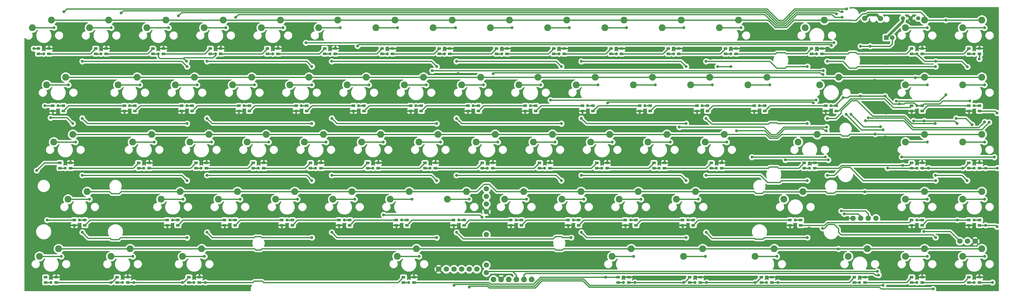
<source format=gbr>
G04 #@! TF.FileFunction,Copper,L1,Top,Signal*
%FSLAX46Y46*%
G04 Gerber Fmt 4.6, Leading zero omitted, Abs format (unit mm)*
G04 Created by KiCad (PCBNEW 4.0.2-stable) date 7/14/2016 7:42:19 PM*
%MOMM*%
G01*
G04 APERTURE LIST*
%ADD10C,0.100000*%
%ADD11C,2.286000*%
%ADD12C,1.400000*%
%ADD13C,1.800000*%
%ADD14R,1.300000X0.850000*%
%ADD15C,1.778000*%
%ADD16C,1.879600*%
%ADD17C,1.524000*%
%ADD18R,1.524000X1.524000*%
%ADD19C,1.000000*%
%ADD20C,0.406400*%
%ADD21C,0.889000*%
%ADD22C,0.508000*%
%ADD23C,0.279400*%
%ADD24C,0.254000*%
G04 APERTURE END LIST*
D10*
D11*
X362873750Y-65597500D03*
X356523750Y-68137500D03*
X362873750Y-103697500D03*
X356523750Y-106237500D03*
D12*
X355635950Y-64932850D03*
X358175950Y-64932850D03*
X360715950Y-64932850D03*
D11*
X381923750Y-141797500D03*
X375573750Y-144337500D03*
X362873750Y-141797500D03*
X356523750Y-144337500D03*
X343823750Y-141797500D03*
X337473750Y-144337500D03*
X312867500Y-141797500D03*
X306517500Y-144337500D03*
X289055000Y-141797500D03*
X282705000Y-144337500D03*
X265242500Y-141797500D03*
X258892500Y-144337500D03*
X193805000Y-141797500D03*
X187455000Y-144337500D03*
X122367500Y-141797500D03*
X116017500Y-144337500D03*
X98555000Y-141797500D03*
X92205000Y-144337500D03*
X74742500Y-141797500D03*
X68392500Y-144337500D03*
X381923750Y-122747500D03*
X375573750Y-125287500D03*
X362873750Y-122747500D03*
X356523750Y-125287500D03*
X322392500Y-122747500D03*
X316042500Y-125287500D03*
X286673750Y-122747500D03*
X280323750Y-125287500D03*
X267623750Y-122747500D03*
X261273750Y-125287500D03*
X248573750Y-122747500D03*
X242223750Y-125287500D03*
X229523750Y-122747500D03*
X223173750Y-125287500D03*
X210473750Y-122747500D03*
X204123750Y-125287500D03*
X191423750Y-122747500D03*
X185073750Y-125287500D03*
X172373750Y-122747500D03*
X166023750Y-125287500D03*
X153323750Y-122747500D03*
X146973750Y-125287500D03*
X134273750Y-122747500D03*
X127923750Y-125287500D03*
X115223750Y-122747500D03*
X108873750Y-125287500D03*
X84267500Y-122747500D03*
X77917500Y-125287500D03*
X381923750Y-103697500D03*
X375573750Y-106237500D03*
X327155000Y-103697500D03*
X320805000Y-106237500D03*
X296198750Y-103697500D03*
X289848750Y-106237500D03*
X277148750Y-103697500D03*
X270798750Y-106237500D03*
X258098750Y-103697500D03*
X251748750Y-106237500D03*
X239048750Y-103697500D03*
X232698750Y-106237500D03*
X219998750Y-103697500D03*
X213648750Y-106237500D03*
X200948750Y-103697500D03*
X194598750Y-106237500D03*
X162848750Y-103697500D03*
X156498750Y-106237500D03*
X143798750Y-103697500D03*
X137448750Y-106237500D03*
X124748750Y-103697500D03*
X118398750Y-106237500D03*
X105698750Y-103697500D03*
X99348750Y-106237500D03*
X79505000Y-103697500D03*
X73155000Y-106237500D03*
X381923750Y-84647500D03*
X375573750Y-87187500D03*
X362873750Y-84647500D03*
X356523750Y-87187500D03*
X334298950Y-84643250D03*
X327948950Y-87183250D03*
X310485950Y-84643250D03*
X304135950Y-87183250D03*
X291435550Y-84643250D03*
X285085550Y-87183250D03*
X272385150Y-84643250D03*
X266035150Y-87183250D03*
X253334750Y-84643250D03*
X246984750Y-87183250D03*
X234284350Y-84643250D03*
X227934350Y-87183250D03*
X215236250Y-84647500D03*
X208886250Y-87187500D03*
X196186250Y-84647500D03*
X189836250Y-87187500D03*
X177136250Y-84647500D03*
X170786250Y-87187500D03*
X158086250Y-84647500D03*
X151736250Y-87187500D03*
X139036250Y-84647500D03*
X132686250Y-87187500D03*
X119986250Y-84647500D03*
X113636250Y-87187500D03*
X100931550Y-84643250D03*
X94581550Y-87183250D03*
X77118550Y-84643250D03*
X70768550Y-87183250D03*
X381923750Y-65597500D03*
X375573750Y-68137500D03*
X329536350Y-65592850D03*
X323186350Y-68132850D03*
X300960750Y-65592850D03*
X294610750Y-68132850D03*
X281910350Y-65592850D03*
X275560350Y-68132850D03*
X262859950Y-65592850D03*
X256509950Y-68132850D03*
X243809550Y-65592850D03*
X237459550Y-68132850D03*
X224759150Y-65592850D03*
X218409150Y-68132850D03*
X205708750Y-65592850D03*
X199358750Y-68132850D03*
X186658350Y-65592850D03*
X180308350Y-68132850D03*
X167607950Y-65592850D03*
X161257950Y-68132850D03*
X148557550Y-65592850D03*
X142207550Y-68132850D03*
X129507150Y-65592850D03*
X123157150Y-68132850D03*
X110456750Y-65592850D03*
X104106750Y-68132850D03*
X91406350Y-65592850D03*
X85056350Y-68132850D03*
X72355950Y-65592850D03*
X66005950Y-68132850D03*
D13*
X203745950Y-148572850D03*
X201205950Y-148572850D03*
X377155950Y-139252850D03*
X346675950Y-131632850D03*
X379695950Y-139252850D03*
X206285950Y-148572850D03*
X208825950Y-148572850D03*
X213905950Y-148572850D03*
X211365950Y-148572850D03*
X374615950Y-139252850D03*
X339055950Y-131632850D03*
X344135950Y-131632850D03*
X341595950Y-131632850D03*
D14*
X118072200Y-151247850D03*
X118072200Y-152997850D03*
X121572200Y-152997850D03*
X121572200Y-151247850D03*
X94259700Y-151247850D03*
X94259700Y-152997850D03*
X97759700Y-152997850D03*
X97759700Y-151247850D03*
X358578450Y-151247850D03*
X358578450Y-152997850D03*
X362078450Y-152997850D03*
X362078450Y-151247850D03*
X339528450Y-151247850D03*
X339528450Y-152997850D03*
X343028450Y-152997850D03*
X343028450Y-151247850D03*
X377628450Y-151247850D03*
X377628450Y-152997850D03*
X381128450Y-152997850D03*
X381128450Y-151247850D03*
X308572200Y-151247850D03*
X308572200Y-152997850D03*
X312072200Y-152997850D03*
X312072200Y-151247850D03*
X284759700Y-151247850D03*
X284759700Y-152997850D03*
X288259700Y-152997850D03*
X288259700Y-151247850D03*
X260947200Y-151247850D03*
X260947200Y-152997850D03*
X264447200Y-152997850D03*
X264447200Y-151247850D03*
X189509700Y-151247850D03*
X189509700Y-152997850D03*
X193009700Y-152997850D03*
X193009700Y-151247850D03*
X70447200Y-151247850D03*
X70447200Y-152997850D03*
X73947200Y-152997850D03*
X73947200Y-151247850D03*
X381128450Y-133947850D03*
X381128450Y-132197850D03*
X377628450Y-132197850D03*
X377628450Y-133947850D03*
X362078450Y-133947850D03*
X362078450Y-132197850D03*
X358578450Y-132197850D03*
X358578450Y-133947850D03*
X321597200Y-133947850D03*
X321597200Y-132197850D03*
X318097200Y-132197850D03*
X318097200Y-133947850D03*
X285878450Y-133947850D03*
X285878450Y-132197850D03*
X282378450Y-132197850D03*
X282378450Y-133947850D03*
X247778450Y-133947850D03*
X247778450Y-132197850D03*
X244278450Y-132197850D03*
X244278450Y-133947850D03*
X228728450Y-133947850D03*
X228728450Y-132197850D03*
X225228450Y-132197850D03*
X225228450Y-133947850D03*
X209678450Y-133947850D03*
X209678450Y-132197850D03*
X206178450Y-132197850D03*
X206178450Y-133947850D03*
X190628450Y-133947850D03*
X190628450Y-132197850D03*
X187128450Y-132197850D03*
X187128450Y-133947850D03*
X171578450Y-133947850D03*
X171578450Y-132197850D03*
X168078450Y-132197850D03*
X168078450Y-133947850D03*
X152528450Y-133947850D03*
X152528450Y-132197850D03*
X149028450Y-132197850D03*
X149028450Y-133947850D03*
X133478450Y-133947850D03*
X133478450Y-132197850D03*
X129978450Y-132197850D03*
X129978450Y-133947850D03*
X114428450Y-133947850D03*
X114428450Y-132197850D03*
X110928450Y-132197850D03*
X110928450Y-133947850D03*
X83472200Y-133947850D03*
X83472200Y-132197850D03*
X79972200Y-132197850D03*
X79972200Y-133947850D03*
X377628450Y-113147850D03*
X377628450Y-114897850D03*
X381128450Y-114897850D03*
X381128450Y-113147850D03*
X358578450Y-113147850D03*
X358578450Y-114897850D03*
X362078450Y-114897850D03*
X362078450Y-113147850D03*
X322859700Y-113147850D03*
X322859700Y-114897850D03*
X326359700Y-114897850D03*
X326359700Y-113147850D03*
X291903450Y-113147850D03*
X291903450Y-114897850D03*
X295403450Y-114897850D03*
X295403450Y-113147850D03*
X272853450Y-113147850D03*
X272853450Y-114897850D03*
X276353450Y-114897850D03*
X276353450Y-113147850D03*
X253803450Y-113147850D03*
X253803450Y-114897850D03*
X257303450Y-114897850D03*
X257303450Y-113147850D03*
X234753450Y-113147850D03*
X234753450Y-114897850D03*
X238253450Y-114897850D03*
X238253450Y-113147850D03*
X215703450Y-113147850D03*
X215703450Y-114897850D03*
X219203450Y-114897850D03*
X219203450Y-113147850D03*
X196653450Y-113147850D03*
X196653450Y-114897850D03*
X200153450Y-114897850D03*
X200153450Y-113147850D03*
X177603450Y-113147850D03*
X177603450Y-114897850D03*
X181103450Y-114897850D03*
X181103450Y-113147850D03*
X158553450Y-113147850D03*
X158553450Y-114897850D03*
X162053450Y-114897850D03*
X162053450Y-113147850D03*
X139503450Y-113147850D03*
X139503450Y-114897850D03*
X143003450Y-114897850D03*
X143003450Y-113147850D03*
X120453450Y-113147850D03*
X120453450Y-114897850D03*
X123953450Y-114897850D03*
X123953450Y-113147850D03*
X101403450Y-113147850D03*
X101403450Y-114897850D03*
X104903450Y-114897850D03*
X104903450Y-113147850D03*
X75209700Y-113147850D03*
X75209700Y-114897850D03*
X78709700Y-114897850D03*
X78709700Y-113147850D03*
X381128450Y-95847850D03*
X381128450Y-94097850D03*
X377628450Y-94097850D03*
X377628450Y-95847850D03*
X362078450Y-95847850D03*
X362078450Y-94097850D03*
X358578450Y-94097850D03*
X358578450Y-95847850D03*
X333503450Y-95847850D03*
X333503450Y-94097850D03*
X330003450Y-94097850D03*
X330003450Y-95847850D03*
X309690950Y-95847850D03*
X309690950Y-94097850D03*
X306190950Y-94097850D03*
X306190950Y-95847850D03*
X290640950Y-95847850D03*
X290640950Y-94097850D03*
X287140950Y-94097850D03*
X287140950Y-95847850D03*
X271590950Y-95847850D03*
X271590950Y-94097850D03*
X268090950Y-94097850D03*
X268090950Y-95847850D03*
X252540950Y-95847850D03*
X252540950Y-94097850D03*
X249040950Y-94097850D03*
X249040950Y-95847850D03*
X233490950Y-95847850D03*
X233490950Y-94097850D03*
X229990950Y-94097850D03*
X229990950Y-95847850D03*
X214440950Y-95847850D03*
X214440950Y-94097850D03*
X210940950Y-94097850D03*
X210940950Y-95847850D03*
X195390950Y-95847850D03*
X195390950Y-94097850D03*
X191890950Y-94097850D03*
X191890950Y-95847850D03*
X176340950Y-95847850D03*
X176340950Y-94097850D03*
X172840950Y-94097850D03*
X172840950Y-95847850D03*
X157290950Y-95847850D03*
X157290950Y-94097850D03*
X153790950Y-94097850D03*
X153790950Y-95847850D03*
X138240950Y-95847850D03*
X138240950Y-94097850D03*
X134740950Y-94097850D03*
X134740950Y-95847850D03*
X119190950Y-95847850D03*
X119190950Y-94097850D03*
X115690950Y-94097850D03*
X115690950Y-95847850D03*
X100140950Y-95847850D03*
X100140950Y-94097850D03*
X96640950Y-94097850D03*
X96640950Y-95847850D03*
X76328450Y-95847850D03*
X76328450Y-94097850D03*
X72828450Y-94097850D03*
X72828450Y-95847850D03*
X377628450Y-75047850D03*
X377628450Y-76797850D03*
X381128450Y-76797850D03*
X381128450Y-75047850D03*
X358578450Y-75047850D03*
X358578450Y-76797850D03*
X362078450Y-76797850D03*
X362078450Y-75047850D03*
X325240950Y-75047850D03*
X325240950Y-76797850D03*
X328740950Y-76797850D03*
X328740950Y-75047850D03*
X296665950Y-75047850D03*
X296665950Y-76797850D03*
X300165950Y-76797850D03*
X300165950Y-75047850D03*
X277615950Y-75047850D03*
X277615950Y-76797850D03*
X281115950Y-76797850D03*
X281115950Y-75047850D03*
X258565950Y-75047850D03*
X258565950Y-76797850D03*
X262065950Y-76797850D03*
X262065950Y-75047850D03*
X239515950Y-75047850D03*
X239515950Y-76797850D03*
X243015950Y-76797850D03*
X243015950Y-75047850D03*
X220465950Y-75047850D03*
X220465950Y-76797850D03*
X223965950Y-76797850D03*
X223965950Y-75047850D03*
X201415950Y-75047850D03*
X201415950Y-76797850D03*
X204915950Y-76797850D03*
X204915950Y-75047850D03*
X182365950Y-75047850D03*
X182365950Y-76797850D03*
X185865950Y-76797850D03*
X185865950Y-75047850D03*
X163315950Y-75047850D03*
X163315950Y-76797850D03*
X166815950Y-76797850D03*
X166815950Y-75047850D03*
X144265950Y-75047850D03*
X144265950Y-76797850D03*
X147765950Y-76797850D03*
X147765950Y-75047850D03*
X125215950Y-75047850D03*
X125215950Y-76797850D03*
X128715950Y-76797850D03*
X128715950Y-75047850D03*
X106165950Y-75047850D03*
X106165950Y-76797850D03*
X109665950Y-76797850D03*
X109665950Y-75047850D03*
X87115950Y-75047850D03*
X87115950Y-76797850D03*
X90615950Y-76797850D03*
X90615950Y-75047850D03*
X68065950Y-75047850D03*
X68065950Y-76797850D03*
X71565950Y-76797850D03*
X71565950Y-75047850D03*
X266828450Y-133947850D03*
X266828450Y-132197850D03*
X263328450Y-132197850D03*
X263328450Y-133947850D03*
D15*
X217085950Y-149742850D03*
X217085950Y-147202850D03*
X217085950Y-137042850D03*
X217085950Y-129422850D03*
X217085950Y-126882850D03*
X217085950Y-124342850D03*
X217085950Y-121802850D03*
D16*
X219426950Y-151972850D03*
X221966950Y-151972850D03*
X224506950Y-151972850D03*
X227046950Y-151972850D03*
X229586950Y-151972850D03*
X232126950Y-151972850D03*
D17*
X352135950Y-71392850D03*
D18*
X350135950Y-71392850D03*
D11*
X181898750Y-103697500D03*
X175548750Y-106237500D03*
D19*
X366015950Y-134692850D03*
X326555950Y-131632850D03*
X324475950Y-134882850D03*
X350125950Y-96542850D03*
X366015950Y-96682850D03*
D15*
X350115950Y-79602850D03*
D19*
X352035950Y-107972850D03*
X349795950Y-104482850D03*
D15*
X363395950Y-62422850D03*
X359435950Y-66702850D03*
D19*
X327175950Y-81052850D03*
X351635950Y-90872850D03*
X346255950Y-85622850D03*
X208685950Y-75047850D03*
X199645950Y-75052850D03*
X218675950Y-75042850D03*
X279575950Y-151247850D03*
X306795950Y-151242850D03*
X282985950Y-151252850D03*
D15*
X218645950Y-134242850D03*
D19*
X291635950Y-78352850D03*
X288175950Y-75052850D03*
X294985950Y-75052850D03*
X245525950Y-81052850D03*
X247715950Y-75032850D03*
X256895950Y-75052850D03*
X371615950Y-82742850D03*
D15*
X337795950Y-70732850D03*
D19*
X79315950Y-98292850D03*
X120815950Y-98302850D03*
X159155950Y-96682850D03*
X199975950Y-96682850D03*
X241485950Y-96682850D03*
X282995950Y-96672850D03*
X323335950Y-96682850D03*
X327315950Y-120952850D03*
X290705950Y-120662850D03*
X249195950Y-120642850D03*
X207695950Y-120662850D03*
X166185950Y-120662850D03*
X124675950Y-120662850D03*
X83165950Y-120672850D03*
X75465950Y-134682850D03*
X116975950Y-134682850D03*
X158485950Y-134682850D03*
X199975950Y-134682850D03*
X241485950Y-134682850D03*
X286855950Y-136292850D03*
X286855950Y-81052850D03*
X207695950Y-83382850D03*
X166185950Y-82662850D03*
X124675950Y-82662850D03*
X83155950Y-82662850D03*
X379385950Y-151252850D03*
X360335950Y-151252850D03*
X341285950Y-151252850D03*
X310325950Y-151252850D03*
X286515950Y-151252850D03*
X262705950Y-151252850D03*
X191265950Y-151252850D03*
X119825950Y-151252850D03*
X96015950Y-151252850D03*
X72205950Y-151252850D03*
X379375950Y-133942850D03*
X360325950Y-133942850D03*
X319845950Y-133942850D03*
X284125950Y-133942850D03*
X265075950Y-133942850D03*
X246025950Y-133942850D03*
X226975950Y-133942850D03*
X207925950Y-133942850D03*
X188875950Y-133942850D03*
X169825950Y-133942850D03*
X150775950Y-133942850D03*
X131725950Y-133942850D03*
X112675950Y-133942850D03*
X81715950Y-133942850D03*
X379385950Y-113152850D03*
X360335950Y-113152850D03*
X324615950Y-113152850D03*
X293655950Y-113152850D03*
X274605950Y-113152850D03*
X255555950Y-113152850D03*
X236505950Y-113152850D03*
X217455950Y-113152850D03*
X198405950Y-113152850D03*
X179355950Y-113152850D03*
X160305950Y-113152850D03*
X141255950Y-113152850D03*
X122205950Y-113152850D03*
X103155950Y-113152850D03*
X76965950Y-113152850D03*
X379375950Y-95842850D03*
X360325950Y-95842850D03*
X331745950Y-95842850D03*
X307935950Y-95842850D03*
X288885950Y-95842850D03*
X269835950Y-95842850D03*
X250785950Y-95842850D03*
X231735950Y-95842850D03*
X212685950Y-95842850D03*
X193635950Y-95842850D03*
X174585950Y-95842850D03*
X155535950Y-95842850D03*
X136485950Y-95842850D03*
X117435950Y-95842850D03*
X98385950Y-95842850D03*
X74575950Y-95842850D03*
X379385950Y-75052850D03*
X360325950Y-75052850D03*
X326995950Y-75052850D03*
X298415950Y-75052850D03*
X279365950Y-75052850D03*
X260315950Y-75052850D03*
X241265950Y-75052850D03*
X222215950Y-75052850D03*
X203165950Y-75052850D03*
X184115950Y-75052850D03*
X165065950Y-75052850D03*
X146015950Y-75052850D03*
X126965950Y-75052850D03*
X107915950Y-75052850D03*
X88865950Y-75042850D03*
X69815950Y-75052850D03*
X362615950Y-136042850D03*
X341535950Y-90852850D03*
X335765950Y-91402850D03*
X349735950Y-90882850D03*
X298415950Y-81102850D03*
X294005950Y-81032850D03*
X117305950Y-79292850D03*
X72115950Y-98102850D03*
X79455950Y-100052850D03*
X377105950Y-81142850D03*
D15*
X342995950Y-64992850D03*
X348205950Y-65092850D03*
D19*
X344765950Y-74262850D03*
X341545950Y-74282850D03*
X350585950Y-114922850D03*
X354515950Y-93542850D03*
X366525950Y-117292850D03*
X377025950Y-119042850D03*
X373715950Y-100052850D03*
X377905950Y-92462850D03*
X359205950Y-99142850D03*
X362715950Y-99142850D03*
X366555950Y-79302850D03*
X379375950Y-152992850D03*
X360325950Y-152992850D03*
X341275950Y-152992850D03*
X310315950Y-152992850D03*
X286505950Y-152992850D03*
X262695950Y-152992850D03*
X191255950Y-152992850D03*
X119815950Y-152992850D03*
X96005950Y-152992850D03*
X72185950Y-152992850D03*
X379385950Y-132202850D03*
X360335950Y-132202850D03*
X319845950Y-132202850D03*
X284135950Y-132202850D03*
X265085950Y-132202850D03*
X246035950Y-132202850D03*
X226985950Y-132202850D03*
X207935950Y-132202850D03*
X188885950Y-132202850D03*
X169825950Y-132202850D03*
X150785950Y-132202850D03*
X131735950Y-132202850D03*
X112685950Y-132202850D03*
X81725950Y-132202850D03*
X379375950Y-114892850D03*
X360325950Y-114892850D03*
X324605950Y-114892850D03*
X293645950Y-114892850D03*
X274595950Y-114892850D03*
X255545950Y-114892850D03*
X236495950Y-114892850D03*
X217445950Y-114892850D03*
X198395950Y-114892850D03*
X179345950Y-114892850D03*
X160295950Y-114892850D03*
X141245950Y-114892850D03*
X122195950Y-114892850D03*
X103145950Y-114892850D03*
X76955950Y-114892850D03*
X379385950Y-94102850D03*
X360335950Y-94102850D03*
X331755950Y-94102850D03*
X307945950Y-94102850D03*
X288895950Y-94102850D03*
X269845950Y-94102850D03*
X250795950Y-94102850D03*
X231745950Y-94102850D03*
X212695950Y-94102850D03*
X193645950Y-94102850D03*
X174595950Y-94102850D03*
X155545950Y-94102850D03*
X136495950Y-94102850D03*
X117445950Y-94102850D03*
X98395950Y-94102850D03*
X74575950Y-94102850D03*
X379375950Y-76792850D03*
X360325950Y-76792850D03*
X326985950Y-76792850D03*
X298415950Y-76792850D03*
X279365950Y-76792850D03*
X260315950Y-76792850D03*
X241265950Y-76792850D03*
X222215950Y-76792850D03*
X203165950Y-76792850D03*
X184115950Y-76792850D03*
X165065950Y-76792850D03*
X146015950Y-76792850D03*
X126965950Y-76792850D03*
X107915950Y-76802850D03*
X88865950Y-76802850D03*
X69815950Y-76792850D03*
X73265950Y-68112850D03*
X111365950Y-68132850D03*
X149455950Y-68132850D03*
X76525950Y-62782850D03*
X336965950Y-61862850D03*
X168505950Y-68132850D03*
X187555950Y-68132850D03*
X206805950Y-68132850D03*
X225655950Y-68132850D03*
X244695950Y-68132850D03*
X95545950Y-63222850D03*
X335425950Y-62782850D03*
X263745950Y-68132850D03*
X282785950Y-68132850D03*
X301845950Y-68132850D03*
X114635950Y-64142850D03*
X333575950Y-63462850D03*
X363775950Y-68132850D03*
X382825950Y-68132850D03*
X78015950Y-87182850D03*
X101815950Y-87182850D03*
X120865950Y-87182850D03*
X133665950Y-64652850D03*
X335415950Y-64662850D03*
X139915950Y-87192850D03*
X158995950Y-87182850D03*
X178015950Y-87182850D03*
X197065950Y-87182850D03*
X332765950Y-73112850D03*
X157035950Y-73112850D03*
X216115950Y-87182850D03*
X235175950Y-87182850D03*
X254215950Y-87182850D03*
X273285950Y-87182850D03*
X174225950Y-74172850D03*
X331895950Y-74022850D03*
X292295950Y-87182850D03*
X311365950Y-87182850D03*
X363785950Y-87182850D03*
X382835950Y-87182850D03*
X199035950Y-82452850D03*
X329175950Y-82422850D03*
X338375950Y-96972850D03*
X348245950Y-101162850D03*
X80405950Y-106232850D03*
X106575950Y-106232850D03*
X125635950Y-106232850D03*
X144675950Y-106232850D03*
X329125950Y-83672850D03*
X219365950Y-83452850D03*
X336755950Y-97012850D03*
X349055950Y-102142850D03*
X163755950Y-106232850D03*
X182785950Y-106242850D03*
X201835950Y-106232850D03*
X220905950Y-106232850D03*
X238445950Y-92232850D03*
X326785950Y-92222850D03*
X239935950Y-106242850D03*
X258995950Y-106242850D03*
X278255950Y-106232850D03*
X297085950Y-106232850D03*
X325875950Y-93152850D03*
X257475950Y-93142850D03*
X363765950Y-106232850D03*
X382815950Y-106242850D03*
X85065939Y-125272858D03*
X330235950Y-101202850D03*
X281275950Y-101222850D03*
X116125950Y-125282850D03*
X135165950Y-125282850D03*
X154225950Y-125282850D03*
X173285950Y-125292850D03*
X192325950Y-125292850D03*
X330225950Y-102502850D03*
X300325950Y-102442850D03*
X211385950Y-125282850D03*
X230425950Y-125272850D03*
X249485950Y-125282850D03*
X268515950Y-125282850D03*
X287575950Y-125282850D03*
X329855950Y-111222850D03*
X305435950Y-111222850D03*
X363775950Y-125282850D03*
X382825950Y-125282850D03*
X330845950Y-112172850D03*
X316565950Y-112172850D03*
X75645950Y-144332850D03*
X99455950Y-144332850D03*
X123285950Y-144332850D03*
X194705950Y-144332850D03*
X266135950Y-144332850D03*
X211365950Y-154552850D03*
X365735950Y-155182850D03*
X289965950Y-144332850D03*
X313765950Y-144342850D03*
X363765950Y-144332850D03*
X382825950Y-144332850D03*
X355285950Y-111202850D03*
X386075950Y-111212850D03*
X206285950Y-153962850D03*
X349105950Y-153962850D03*
X384335950Y-99632850D03*
X343215950Y-99122850D03*
X382865950Y-99492850D03*
X344145950Y-98162850D03*
X347205950Y-149342850D03*
X336155950Y-130162850D03*
X347565950Y-150542850D03*
X335145950Y-129192850D03*
X359855950Y-84772850D03*
X342955950Y-122792850D03*
X346445950Y-103552850D03*
X369945950Y-90462850D03*
X369955950Y-65602850D03*
X353465950Y-92592850D03*
X215635950Y-131232850D03*
X182895950Y-130482850D03*
X334205950Y-141822850D03*
X92285950Y-68132850D03*
X130395950Y-68132850D03*
X70195950Y-94092850D03*
X66515950Y-75042850D03*
X381115950Y-78512850D03*
X383185950Y-114902850D03*
X387055950Y-114902850D03*
X386995950Y-96512850D03*
X70945950Y-132192850D03*
X67465950Y-115692850D03*
X355585950Y-113992850D03*
X375565950Y-114892850D03*
X364135950Y-114902850D03*
X373795950Y-132202850D03*
X383195950Y-133942850D03*
X385435950Y-152992850D03*
X386985950Y-134422850D03*
X92195950Y-152992850D03*
X115965950Y-152992850D03*
X99815950Y-153002850D03*
X123625950Y-153012850D03*
X256755950Y-151242850D03*
X282695950Y-152992850D03*
X266505950Y-153002850D03*
X306515950Y-153002850D03*
X290325950Y-153002850D03*
X314135950Y-153002850D03*
X117515950Y-81052850D03*
X82625950Y-79292850D03*
X159025950Y-81042850D03*
X124135950Y-79302850D03*
X200535950Y-81052850D03*
X165635950Y-79292850D03*
X242025950Y-81042850D03*
X207145950Y-79302850D03*
X283535950Y-81042850D03*
X248655950Y-79302850D03*
X290155950Y-79292850D03*
X323865950Y-81042850D03*
X366545950Y-81052850D03*
X330495950Y-79292850D03*
X117505950Y-119042850D03*
X82625950Y-117302850D03*
X159025950Y-119042850D03*
X124125950Y-117302850D03*
X82625950Y-98292850D03*
X117505950Y-100042850D03*
X124135950Y-98292850D03*
X159025950Y-100052850D03*
X165655950Y-98292850D03*
X200525950Y-100052850D03*
X207145950Y-98292850D03*
X242045950Y-100042850D03*
X248655950Y-98302850D03*
X283545950Y-100042850D03*
X290175950Y-98292850D03*
X323875950Y-100042850D03*
X366425950Y-100052850D03*
X330505950Y-98302850D03*
X378705950Y-100432850D03*
X373405950Y-98292850D03*
X200525950Y-119052850D03*
X165645950Y-117302850D03*
X242035950Y-119052850D03*
X207145950Y-117292850D03*
X283545950Y-119052850D03*
X248655950Y-117292850D03*
X323875950Y-119042850D03*
X290175950Y-117292850D03*
X330525950Y-117302850D03*
X366555950Y-119042850D03*
X82635950Y-136302850D03*
X117505950Y-138052850D03*
X124135950Y-136292850D03*
X159035950Y-138042850D03*
X165645950Y-136302850D03*
X200525950Y-138052850D03*
X207165950Y-136292850D03*
X245305950Y-138042850D03*
X248665950Y-136292850D03*
X283545950Y-138042850D03*
X290185950Y-136302850D03*
X323875950Y-138042850D03*
X366555950Y-138042850D03*
X328945950Y-134962850D03*
D20*
X358578450Y-133947850D02*
X358578450Y-134685369D01*
X364045947Y-134692850D02*
X366015950Y-134692850D01*
X363665939Y-135072858D02*
X364045947Y-134692850D01*
X358965939Y-135072858D02*
X363665939Y-135072858D01*
X358578450Y-134685369D02*
X358965939Y-135072858D01*
X339055950Y-131632850D02*
X326555950Y-131632850D01*
X358578450Y-95847850D02*
X350820950Y-95847850D01*
X350820950Y-95847850D02*
X350125950Y-96542850D01*
X90615950Y-75047850D02*
X103180950Y-75047850D01*
X106415950Y-73552850D02*
X107915950Y-75052850D01*
X104675950Y-73552850D02*
X106415950Y-73552850D01*
X103180950Y-75047850D02*
X104675950Y-73552850D01*
D21*
X350115950Y-79602850D02*
X350095950Y-79602850D01*
D20*
X352035950Y-107972850D02*
X352035950Y-106722850D01*
X352035950Y-106722850D02*
X349795950Y-104482850D01*
D21*
X358175950Y-64932850D02*
X358175950Y-65442850D01*
X358175950Y-65442850D02*
X359435950Y-66702850D01*
D20*
X199640950Y-75047850D02*
X199645950Y-75052850D01*
X199640950Y-75047850D02*
X185865950Y-75047850D01*
X218670950Y-75047850D02*
X218675950Y-75042850D01*
X218670950Y-75047850D02*
X208685950Y-75047850D01*
X208685950Y-75047850D02*
X204915950Y-75047850D01*
X306790950Y-151247850D02*
X306795950Y-151242850D01*
X306790950Y-151247850D02*
X288259700Y-151247850D01*
X282980950Y-151247850D02*
X282985950Y-151252850D01*
X282980950Y-151247850D02*
X279575950Y-151247850D01*
X279575950Y-151247850D02*
X264447200Y-151247850D01*
X288175950Y-75052850D02*
X288175950Y-75047850D01*
X288175950Y-75047850D02*
X288175950Y-75052850D01*
X288175950Y-75052850D02*
X288175950Y-75047850D01*
X294980950Y-75047850D02*
X294985950Y-75052850D01*
X294980950Y-75047850D02*
X288175950Y-75047850D01*
X288175950Y-75047850D02*
X281115950Y-75047850D01*
X247715950Y-75032850D02*
X247715950Y-75047850D01*
X247715950Y-75047850D02*
X247715950Y-75032850D01*
X247715950Y-75032850D02*
X247715950Y-75047850D01*
X256890950Y-75047850D02*
X247715950Y-75047850D01*
X247715950Y-75047850D02*
X243015950Y-75047850D01*
X256890950Y-75047850D02*
X256895950Y-75052850D01*
D22*
X337795950Y-70732850D02*
X337805950Y-70722850D01*
D20*
X381123450Y-151252850D02*
X379385950Y-151252850D01*
X381123450Y-151252850D02*
X381128450Y-151247850D01*
X362073450Y-151252850D02*
X360335950Y-151252850D01*
X362073450Y-151252850D02*
X362078450Y-151247850D01*
X343023450Y-151252850D02*
X341285950Y-151252850D01*
X343023450Y-151252850D02*
X343028450Y-151247850D01*
X312067200Y-151252850D02*
X310325950Y-151252850D01*
X312067200Y-151252850D02*
X312072200Y-151247850D01*
X288254700Y-151252850D02*
X286515950Y-151252850D01*
X288254700Y-151252850D02*
X288259700Y-151247850D01*
X264442200Y-151252850D02*
X262705950Y-151252850D01*
X264442200Y-151252850D02*
X264447200Y-151247850D01*
X193004700Y-151252850D02*
X191265950Y-151252850D01*
X193004700Y-151252850D02*
X193009700Y-151247850D01*
X121567200Y-151252850D02*
X119825950Y-151252850D01*
X121567200Y-151252850D02*
X121572200Y-151247850D01*
X97754700Y-151252850D02*
X96015950Y-151252850D01*
X97754700Y-151252850D02*
X97759700Y-151247850D01*
X73942200Y-151252850D02*
X72205950Y-151252850D01*
X73942200Y-151252850D02*
X73947200Y-151247850D01*
X377633450Y-133942850D02*
X379375950Y-133942850D01*
X377633450Y-133942850D02*
X377628450Y-133947850D01*
X358583450Y-133942850D02*
X360325950Y-133942850D01*
X358583450Y-133942850D02*
X358578450Y-133947850D01*
X318102200Y-133942850D02*
X319845950Y-133942850D01*
X318102200Y-133942850D02*
X318097200Y-133947850D01*
X282383450Y-133942850D02*
X284125950Y-133942850D01*
X282383450Y-133942850D02*
X282378450Y-133947850D01*
X263333450Y-133942850D02*
X265075950Y-133942850D01*
X263333450Y-133942850D02*
X263328450Y-133947850D01*
X244283450Y-133942850D02*
X246025950Y-133942850D01*
X244283450Y-133942850D02*
X244278450Y-133947850D01*
X225233450Y-133942850D02*
X226975950Y-133942850D01*
X225233450Y-133942850D02*
X225228450Y-133947850D01*
X206183450Y-133942850D02*
X207925950Y-133942850D01*
X206183450Y-133942850D02*
X206178450Y-133947850D01*
X187133450Y-133942850D02*
X188875950Y-133942850D01*
X187133450Y-133942850D02*
X187128450Y-133947850D01*
X168083450Y-133942850D02*
X169825950Y-133942850D01*
X168083450Y-133942850D02*
X168078450Y-133947850D01*
X149033450Y-133942850D02*
X150775950Y-133942850D01*
X149033450Y-133942850D02*
X149028450Y-133947850D01*
X129983450Y-133942850D02*
X131725950Y-133942850D01*
X129983450Y-133942850D02*
X129978450Y-133947850D01*
X112675950Y-133942850D02*
X112105950Y-133942850D01*
X112100950Y-133947850D02*
X110928450Y-133947850D01*
X112105950Y-133942850D02*
X112100950Y-133947850D01*
X79977200Y-133942850D02*
X81715950Y-133942850D01*
X79977200Y-133942850D02*
X79972200Y-133947850D01*
X381123450Y-113152850D02*
X379385950Y-113152850D01*
X381123450Y-113152850D02*
X381128450Y-113147850D01*
X362073450Y-113152850D02*
X360335950Y-113152850D01*
X362073450Y-113152850D02*
X362078450Y-113147850D01*
X326354700Y-113152850D02*
X324615950Y-113152850D01*
X326354700Y-113152850D02*
X326359700Y-113147850D01*
X295398450Y-113152850D02*
X293655950Y-113152850D01*
X295398450Y-113152850D02*
X295403450Y-113147850D01*
X276348450Y-113152850D02*
X274605950Y-113152850D01*
X276348450Y-113152850D02*
X276353450Y-113147850D01*
X257298450Y-113152850D02*
X255555950Y-113152850D01*
X257298450Y-113152850D02*
X257303450Y-113147850D01*
X238248450Y-113152850D02*
X236505950Y-113152850D01*
X238248450Y-113152850D02*
X238253450Y-113147850D01*
X219198450Y-113152850D02*
X217455950Y-113152850D01*
X219198450Y-113152850D02*
X219203450Y-113147850D01*
X200148450Y-113152850D02*
X198405950Y-113152850D01*
X200148450Y-113152850D02*
X200153450Y-113147850D01*
X181098450Y-113152850D02*
X179355950Y-113152850D01*
X181098450Y-113152850D02*
X181103450Y-113147850D01*
X162048450Y-113152850D02*
X160305950Y-113152850D01*
X162048450Y-113152850D02*
X162053450Y-113147850D01*
X142998450Y-113152850D02*
X141255950Y-113152850D01*
X142998450Y-113152850D02*
X143003450Y-113147850D01*
X123948450Y-113152850D02*
X122205950Y-113152850D01*
X123948450Y-113152850D02*
X123953450Y-113147850D01*
X103155950Y-113152850D02*
X104135950Y-113152850D01*
X104140950Y-113147850D02*
X104903450Y-113147850D01*
X104135950Y-113152850D02*
X104140950Y-113147850D01*
X78704700Y-113152850D02*
X76965950Y-113152850D01*
X78704700Y-113152850D02*
X78709700Y-113147850D01*
X377633450Y-95842850D02*
X379375950Y-95842850D01*
X377633450Y-95842850D02*
X377628450Y-95847850D01*
X358583450Y-95842850D02*
X360325950Y-95842850D01*
X358583450Y-95842850D02*
X358578450Y-95847850D01*
X330008450Y-95842850D02*
X331745950Y-95842850D01*
X330008450Y-95842850D02*
X330003450Y-95847850D01*
X306195950Y-95842850D02*
X307935950Y-95842850D01*
X306195950Y-95842850D02*
X306190950Y-95847850D01*
X287145950Y-95842850D02*
X288885950Y-95842850D01*
X287145950Y-95842850D02*
X287140950Y-95847850D01*
X268095950Y-95842850D02*
X269835950Y-95842850D01*
X268095950Y-95842850D02*
X268090950Y-95847850D01*
X249045950Y-95842850D02*
X250785950Y-95842850D01*
X249045950Y-95842850D02*
X249040950Y-95847850D01*
X229995950Y-95842850D02*
X231735950Y-95842850D01*
X229995950Y-95842850D02*
X229990950Y-95847850D01*
X210945950Y-95842850D02*
X212685950Y-95842850D01*
X210945950Y-95842850D02*
X210940950Y-95847850D01*
X191895950Y-95842850D02*
X193635950Y-95842850D01*
X191895950Y-95842850D02*
X191890950Y-95847850D01*
X172845950Y-95842850D02*
X174585950Y-95842850D01*
X172845950Y-95842850D02*
X172840950Y-95847850D01*
X153795950Y-95842850D02*
X155535950Y-95842850D01*
X153795950Y-95842850D02*
X153790950Y-95847850D01*
X134745950Y-95842850D02*
X136485950Y-95842850D01*
X134745950Y-95842850D02*
X134740950Y-95847850D01*
X115695950Y-95842850D02*
X117435950Y-95842850D01*
X115695950Y-95842850D02*
X115690950Y-95847850D01*
X96645950Y-95842850D02*
X98385950Y-95842850D01*
X96645950Y-95842850D02*
X96640950Y-95847850D01*
X72833450Y-95842850D02*
X74575950Y-95842850D01*
X72833450Y-95842850D02*
X72828450Y-95847850D01*
X381123450Y-75052850D02*
X379385950Y-75052850D01*
X381123450Y-75052850D02*
X381128450Y-75047850D01*
X362073450Y-75052850D02*
X360325950Y-75052850D01*
X362073450Y-75052850D02*
X362078450Y-75047850D01*
X328735950Y-75052850D02*
X326995950Y-75052850D01*
X328735950Y-75052850D02*
X328740950Y-75047850D01*
X300160950Y-75052850D02*
X298415950Y-75052850D01*
X300160950Y-75052850D02*
X300165950Y-75047850D01*
X281110950Y-75052850D02*
X279365950Y-75052850D01*
X281110950Y-75052850D02*
X281115950Y-75047850D01*
X262060950Y-75052850D02*
X260315950Y-75052850D01*
X262060950Y-75052850D02*
X262065950Y-75047850D01*
X243010950Y-75052850D02*
X241265950Y-75052850D01*
X243010950Y-75052850D02*
X243015950Y-75047850D01*
X223960950Y-75052850D02*
X222215950Y-75052850D01*
X223960950Y-75052850D02*
X223965950Y-75047850D01*
X204910950Y-75052850D02*
X203165950Y-75052850D01*
X204910950Y-75052850D02*
X204915950Y-75047850D01*
X185860950Y-75052850D02*
X184115950Y-75052850D01*
X185860950Y-75052850D02*
X185865950Y-75047850D01*
X166810950Y-75052850D02*
X165065950Y-75052850D01*
X166810950Y-75052850D02*
X166815950Y-75047850D01*
X147760950Y-75052850D02*
X146015950Y-75052850D01*
X147760950Y-75052850D02*
X147765950Y-75047850D01*
X128710950Y-75052850D02*
X126965950Y-75052850D01*
X128710950Y-75052850D02*
X128715950Y-75047850D01*
X109660950Y-75052850D02*
X107915950Y-75052850D01*
X109660950Y-75052850D02*
X109665950Y-75047850D01*
X90610950Y-75042850D02*
X88865950Y-75042850D01*
X90610950Y-75042850D02*
X90615950Y-75047850D01*
X71560950Y-75052850D02*
X69815950Y-75052850D01*
X71560950Y-75052850D02*
X71565950Y-75047850D01*
X362615950Y-136042850D02*
X371405950Y-136042850D01*
X371405950Y-136042850D02*
X374615950Y-139252850D01*
X333503450Y-94097850D02*
X333503450Y-93665350D01*
X333503450Y-93665350D02*
X335765950Y-91402850D01*
X341535950Y-90852850D02*
X341535950Y-90882850D01*
X341535950Y-90882850D02*
X341535950Y-90852850D01*
X341535950Y-90852850D02*
X341535950Y-90882850D01*
X349735950Y-90882850D02*
X341535950Y-90882850D01*
X341535950Y-90882850D02*
X337885950Y-90882850D01*
X337885950Y-90882850D02*
X337365950Y-91402850D01*
X337365950Y-91402850D02*
X335765950Y-91402850D01*
X354515950Y-93542850D02*
X352395950Y-93542850D01*
X352395950Y-93542850D02*
X349735950Y-90882850D01*
X298345950Y-81032850D02*
X298415950Y-81102850D01*
X294005950Y-81032850D02*
X298345950Y-81032850D01*
X126965950Y-76792850D02*
X126965950Y-77312850D01*
X116545950Y-78132850D02*
X116345950Y-78332850D01*
X126145950Y-78132850D02*
X116545950Y-78132850D01*
X126965950Y-77312850D02*
X126145950Y-78132850D01*
X116345950Y-78332850D02*
X117305950Y-79292850D01*
X107915950Y-77842850D02*
X108405950Y-78332850D01*
X107915950Y-77842850D02*
X107915950Y-76802850D01*
X108405950Y-78332850D02*
X116345950Y-78332850D01*
X72115950Y-98102850D02*
X77505950Y-98102850D01*
X77505950Y-98102850D02*
X79455950Y-100052850D01*
X375265950Y-79302850D02*
X377105950Y-81142850D01*
X375265950Y-79302850D02*
X366555950Y-79302850D01*
D21*
X342995950Y-64992850D02*
X343085950Y-64992850D01*
X346925950Y-63812850D02*
X348205950Y-65092850D01*
X344265950Y-63812850D02*
X346925950Y-63812850D01*
X343085950Y-64992850D02*
X344265950Y-63812850D01*
D23*
X344765950Y-74262850D02*
X344765950Y-74282850D01*
X344765950Y-74282850D02*
X344765950Y-74262850D01*
X344765950Y-74262850D02*
X344765950Y-74282850D01*
D20*
X341545950Y-74282850D02*
X344765950Y-74282850D01*
X344765950Y-74282850D02*
X351365950Y-74282850D01*
X352135950Y-73512850D02*
X352135950Y-71392850D01*
X351365950Y-74282850D02*
X352135950Y-73512850D01*
X358553450Y-114922850D02*
X350585950Y-114922850D01*
X358553450Y-114922850D02*
X358578450Y-114897850D01*
X354515950Y-93542850D02*
X356115552Y-93542850D01*
X356115552Y-93542850D02*
X356455950Y-93202452D01*
X356455950Y-93202452D02*
X359435552Y-93202452D01*
X359435552Y-93202452D02*
X360335950Y-94102850D01*
X366525950Y-117292850D02*
X375275950Y-117292850D01*
X375275950Y-117292850D02*
X377025950Y-119042850D01*
X372805950Y-99142850D02*
X373715950Y-100052850D01*
X372805950Y-99142850D02*
X362715950Y-99142850D01*
X377905950Y-92462850D02*
X368865950Y-92462850D01*
X362688052Y-93488248D02*
X362078450Y-94097850D01*
X367840552Y-93488248D02*
X362688052Y-93488248D01*
X368865950Y-92462850D02*
X367840552Y-93488248D01*
X359205950Y-99142850D02*
X362715950Y-99142850D01*
X366555950Y-79302850D02*
X362835950Y-79302850D01*
X362835950Y-79302850D02*
X360325950Y-76792850D01*
X377633450Y-152992850D02*
X379375950Y-152992850D01*
X377633450Y-152992850D02*
X377628450Y-152997850D01*
X358583450Y-152992850D02*
X360325950Y-152992850D01*
X358583450Y-152992850D02*
X358578450Y-152997850D01*
X339533450Y-152992850D02*
X341275950Y-152992850D01*
X339533450Y-152992850D02*
X339528450Y-152997850D01*
X308577200Y-152992850D02*
X310315950Y-152992850D01*
X308577200Y-152992850D02*
X308572200Y-152997850D01*
X284764700Y-152992850D02*
X286505950Y-152992850D01*
X284764700Y-152992850D02*
X284759700Y-152997850D01*
X260952200Y-152992850D02*
X262695950Y-152992850D01*
X260952200Y-152992850D02*
X260947200Y-152997850D01*
X189514700Y-152992850D02*
X191255950Y-152992850D01*
X189514700Y-152992850D02*
X189509700Y-152997850D01*
X118077200Y-152992850D02*
X119815950Y-152992850D01*
X118077200Y-152992850D02*
X118072200Y-152997850D01*
X94264700Y-152992850D02*
X96005950Y-152992850D01*
X94264700Y-152992850D02*
X94259700Y-152997850D01*
X70452200Y-152992850D02*
X72185950Y-152992850D01*
X70452200Y-152992850D02*
X70447200Y-152997850D01*
X381123450Y-132202850D02*
X379385950Y-132202850D01*
X381123450Y-132202850D02*
X381128450Y-132197850D01*
X362073450Y-132202850D02*
X360335950Y-132202850D01*
X362073450Y-132202850D02*
X362078450Y-132197850D01*
X321592200Y-132202850D02*
X319845950Y-132202850D01*
X321592200Y-132202850D02*
X321597200Y-132197850D01*
X285873450Y-132202850D02*
X284135950Y-132202850D01*
X285873450Y-132202850D02*
X285878450Y-132197850D01*
X266823450Y-132202850D02*
X265085950Y-132202850D01*
X266823450Y-132202850D02*
X266828450Y-132197850D01*
X247773450Y-132202850D02*
X246035950Y-132202850D01*
X247773450Y-132202850D02*
X247778450Y-132197850D01*
X228723450Y-132202850D02*
X226985950Y-132202850D01*
X228723450Y-132202850D02*
X228728450Y-132197850D01*
X209673450Y-132202850D02*
X207935950Y-132202850D01*
X209673450Y-132202850D02*
X209678450Y-132197850D01*
X190623450Y-132202850D02*
X188885950Y-132202850D01*
X190623450Y-132202850D02*
X190628450Y-132197850D01*
X171573450Y-132202850D02*
X169825950Y-132202850D01*
X171573450Y-132202850D02*
X171578450Y-132197850D01*
X152523450Y-132202850D02*
X150785950Y-132202850D01*
X152523450Y-132202850D02*
X152528450Y-132197850D01*
X133473450Y-132202850D02*
X131735950Y-132202850D01*
X133473450Y-132202850D02*
X133478450Y-132197850D01*
X114423450Y-132202850D02*
X112685950Y-132202850D01*
X114423450Y-132202850D02*
X114428450Y-132197850D01*
X83467200Y-132202850D02*
X81725950Y-132202850D01*
X83467200Y-132202850D02*
X83472200Y-132197850D01*
X377633450Y-114892850D02*
X379375950Y-114892850D01*
X377633450Y-114892850D02*
X377628450Y-114897850D01*
X358583450Y-114892850D02*
X360325950Y-114892850D01*
X358583450Y-114892850D02*
X358578450Y-114897850D01*
X322864700Y-114892850D02*
X324605950Y-114892850D01*
X322864700Y-114892850D02*
X322859700Y-114897850D01*
X291908450Y-114892850D02*
X293645950Y-114892850D01*
X291908450Y-114892850D02*
X291903450Y-114897850D01*
X272858450Y-114892850D02*
X274595950Y-114892850D01*
X272858450Y-114892850D02*
X272853450Y-114897850D01*
X253808450Y-114892850D02*
X255545950Y-114892850D01*
X253808450Y-114892850D02*
X253803450Y-114897850D01*
X234758450Y-114892850D02*
X236495950Y-114892850D01*
X234758450Y-114892850D02*
X234753450Y-114897850D01*
X215708450Y-114892850D02*
X217445950Y-114892850D01*
X215708450Y-114892850D02*
X215703450Y-114897850D01*
X196658450Y-114892850D02*
X198395950Y-114892850D01*
X196658450Y-114892850D02*
X196653450Y-114897850D01*
X177608450Y-114892850D02*
X179345950Y-114892850D01*
X177608450Y-114892850D02*
X177603450Y-114897850D01*
X158558450Y-114892850D02*
X160295950Y-114892850D01*
X158558450Y-114892850D02*
X158553450Y-114897850D01*
X139508450Y-114892850D02*
X141245950Y-114892850D01*
X139508450Y-114892850D02*
X139503450Y-114897850D01*
X120458450Y-114892850D02*
X122195950Y-114892850D01*
X120458450Y-114892850D02*
X120453450Y-114897850D01*
X101408450Y-114892850D02*
X103145950Y-114892850D01*
X101408450Y-114892850D02*
X101403450Y-114897850D01*
X75214700Y-114892850D02*
X76955950Y-114892850D01*
X75214700Y-114892850D02*
X75209700Y-114897850D01*
X381123450Y-94102850D02*
X379385950Y-94102850D01*
X381123450Y-94102850D02*
X381128450Y-94097850D01*
X362073450Y-94102850D02*
X360335950Y-94102850D01*
X362073450Y-94102850D02*
X362078450Y-94097850D01*
X333498450Y-94102850D02*
X331755950Y-94102850D01*
X333498450Y-94102850D02*
X333503450Y-94097850D01*
X309685950Y-94102850D02*
X307945950Y-94102850D01*
X309685950Y-94102850D02*
X309690950Y-94097850D01*
X290635950Y-94102850D02*
X288895950Y-94102850D01*
X290635950Y-94102850D02*
X290640950Y-94097850D01*
X271585950Y-94102850D02*
X269845950Y-94102850D01*
X271585950Y-94102850D02*
X271590950Y-94097850D01*
X252535950Y-94102850D02*
X250795950Y-94102850D01*
X252535950Y-94102850D02*
X252540950Y-94097850D01*
X233485950Y-94102850D02*
X231745950Y-94102850D01*
X233485950Y-94102850D02*
X233490950Y-94097850D01*
X214435950Y-94102850D02*
X212695950Y-94102850D01*
X214435950Y-94102850D02*
X214440950Y-94097850D01*
X195385950Y-94102850D02*
X193645950Y-94102850D01*
X195385950Y-94102850D02*
X195390950Y-94097850D01*
X176335950Y-94102850D02*
X174595950Y-94102850D01*
X176335950Y-94102850D02*
X176340950Y-94097850D01*
X157285950Y-94102850D02*
X155545950Y-94102850D01*
X157285950Y-94102850D02*
X157290950Y-94097850D01*
X138235950Y-94102850D02*
X136495950Y-94102850D01*
X138235950Y-94102850D02*
X138240950Y-94097850D01*
X119185950Y-94102850D02*
X117445950Y-94102850D01*
X119185950Y-94102850D02*
X119190950Y-94097850D01*
X100135950Y-94102850D02*
X98395950Y-94102850D01*
X100135950Y-94102850D02*
X100140950Y-94097850D01*
X76323450Y-94102850D02*
X74575950Y-94102850D01*
X76323450Y-94102850D02*
X76328450Y-94097850D01*
X377633450Y-76792850D02*
X379375950Y-76792850D01*
X377633450Y-76792850D02*
X377628450Y-76797850D01*
X358583450Y-76792850D02*
X360325950Y-76792850D01*
X358583450Y-76792850D02*
X358578450Y-76797850D01*
X325245950Y-76792850D02*
X326985950Y-76792850D01*
X325245950Y-76792850D02*
X325240950Y-76797850D01*
X296670950Y-76792850D02*
X298415950Y-76792850D01*
X296670950Y-76792850D02*
X296665950Y-76797850D01*
X277620950Y-76792850D02*
X279365950Y-76792850D01*
X277620950Y-76792850D02*
X277615950Y-76797850D01*
X258570950Y-76792850D02*
X260315950Y-76792850D01*
X258570950Y-76792850D02*
X258565950Y-76797850D01*
X239520950Y-76792850D02*
X241265950Y-76792850D01*
X239520950Y-76792850D02*
X239515950Y-76797850D01*
X220470950Y-76792850D02*
X222215950Y-76792850D01*
X220470950Y-76792850D02*
X220465950Y-76797850D01*
X201420950Y-76792850D02*
X203165950Y-76792850D01*
X201420950Y-76792850D02*
X201415950Y-76797850D01*
X182370950Y-76792850D02*
X184115950Y-76792850D01*
X182370950Y-76792850D02*
X182365950Y-76797850D01*
X163320950Y-76792850D02*
X165065950Y-76792850D01*
X163320950Y-76792850D02*
X163315950Y-76797850D01*
X144270950Y-76792850D02*
X146015950Y-76792850D01*
X144270950Y-76792850D02*
X144265950Y-76797850D01*
X126960950Y-76797850D02*
X126965950Y-76792850D01*
X126960950Y-76797850D02*
X125215950Y-76797850D01*
X106170950Y-76802850D02*
X107915950Y-76802850D01*
X106170950Y-76802850D02*
X106165950Y-76797850D01*
X88860950Y-76797850D02*
X88865950Y-76802850D01*
X88860950Y-76797850D02*
X87115950Y-76797850D01*
X68065950Y-76797850D02*
X69810950Y-76797850D01*
X69810950Y-76797850D02*
X69815950Y-76792850D01*
X73245950Y-68132850D02*
X73265950Y-68112850D01*
X73245950Y-68132850D02*
X66005950Y-68132850D01*
X111365950Y-68132850D02*
X104106750Y-68132850D01*
X149455950Y-68132850D02*
X142207550Y-68132850D01*
X77465950Y-61842850D02*
X76525950Y-62782850D01*
X336965950Y-61862850D02*
X319635950Y-61862850D01*
X314255950Y-65622850D02*
X310475950Y-61842850D01*
X315875950Y-65622850D02*
X314255950Y-65622850D01*
X319635950Y-61862850D02*
X315875950Y-65622850D01*
X310475950Y-61842850D02*
X77465950Y-61842850D01*
X168505950Y-68132850D02*
X161257950Y-68132850D01*
X187555950Y-68132850D02*
X180308350Y-68132850D01*
X206805950Y-68132850D02*
X199358750Y-68132850D01*
X225655950Y-68132850D02*
X218409150Y-68132850D01*
X244695950Y-68132850D02*
X237459550Y-68132850D01*
X310489896Y-62718904D02*
X310482402Y-62718904D01*
X310482402Y-62718904D02*
X310215950Y-62452452D01*
X310215950Y-62452452D02*
X96316348Y-62452452D01*
X96316348Y-62452452D02*
X95545950Y-63222850D01*
X334455950Y-62472452D02*
X319888456Y-62472452D01*
X334766348Y-62782850D02*
X334455950Y-62472452D01*
X335425950Y-62782850D02*
X334766348Y-62782850D01*
X316128456Y-66232452D02*
X314003444Y-66232452D01*
X319888456Y-62472452D02*
X316128456Y-66232452D01*
X314003444Y-66232452D02*
X310489896Y-62718904D01*
X263745950Y-68132850D02*
X256509950Y-68132850D01*
X282785950Y-68132850D02*
X275560350Y-68132850D01*
X301845950Y-68132850D02*
X294610750Y-68132850D01*
X310221348Y-63319958D02*
X309963444Y-63062054D01*
X309963444Y-63062054D02*
X115716746Y-63062054D01*
X115716746Y-63062054D02*
X114635950Y-64142850D01*
X332855950Y-63082054D02*
X320140962Y-63082054D01*
X333236746Y-63462850D02*
X332855950Y-63082054D01*
X333575950Y-63462850D02*
X333236746Y-63462850D01*
X313750938Y-66842054D02*
X310228842Y-63319958D01*
X316380962Y-66842054D02*
X313750938Y-66842054D01*
X320140962Y-63082054D02*
X316380962Y-66842054D01*
X310228842Y-63319958D02*
X310221348Y-63319958D01*
X363771300Y-68137500D02*
X363775950Y-68132850D01*
X363771300Y-68137500D02*
X356523750Y-68137500D01*
X382821300Y-68137500D02*
X382825950Y-68132850D01*
X382821300Y-68137500D02*
X375573750Y-68137500D01*
X78015550Y-87183250D02*
X78015950Y-87182850D01*
X78015550Y-87183250D02*
X70768550Y-87183250D01*
X101815550Y-87183250D02*
X101815950Y-87182850D01*
X101815550Y-87183250D02*
X94581550Y-87183250D01*
X120861300Y-87187500D02*
X120865950Y-87182850D01*
X120861300Y-87187500D02*
X113636250Y-87187500D01*
X309980306Y-63946012D02*
X309705950Y-63671656D01*
X309705950Y-63671656D02*
X134647144Y-63671656D01*
X134647144Y-63671656D02*
X133665950Y-64652850D01*
X332055950Y-63691656D02*
X320393468Y-63691656D01*
X333027144Y-64662850D02*
X332055950Y-63691656D01*
X335415950Y-64662850D02*
X333027144Y-64662850D01*
X313498432Y-67451656D02*
X309992788Y-63946012D01*
X316633468Y-67451656D02*
X313498432Y-67451656D01*
X320393468Y-63691656D02*
X316633468Y-67451656D01*
X309992788Y-63946012D02*
X309980306Y-63946012D01*
X139910600Y-87187500D02*
X139915950Y-87192850D01*
X139910600Y-87187500D02*
X132686250Y-87187500D01*
X158991300Y-87187500D02*
X158995950Y-87182850D01*
X158991300Y-87187500D02*
X151736250Y-87187500D01*
X178011300Y-87187500D02*
X178015950Y-87182850D01*
X178011300Y-87187500D02*
X170786250Y-87187500D01*
X197061300Y-87187500D02*
X197065950Y-87182850D01*
X197061300Y-87187500D02*
X189836250Y-87187500D01*
X157035950Y-73112850D02*
X332765950Y-73112850D01*
X216111300Y-87187500D02*
X216115950Y-87182850D01*
X216111300Y-87187500D02*
X208886250Y-87187500D01*
X235175550Y-87183250D02*
X235175950Y-87182850D01*
X235175550Y-87183250D02*
X227934350Y-87183250D01*
X254215550Y-87183250D02*
X254215950Y-87182850D01*
X254215550Y-87183250D02*
X246984750Y-87183250D01*
X273285550Y-87183250D02*
X273285950Y-87182850D01*
X273285550Y-87183250D02*
X266035150Y-87183250D01*
X331895950Y-74022850D02*
X331895950Y-74012452D01*
X174676348Y-73722452D02*
X174225950Y-74172850D01*
X331605950Y-73722452D02*
X174676348Y-73722452D01*
X331895950Y-74012452D02*
X331605950Y-73722452D01*
X292295550Y-87183250D02*
X292295950Y-87182850D01*
X292295550Y-87183250D02*
X285085550Y-87183250D01*
X311365550Y-87183250D02*
X311365950Y-87182850D01*
X311365550Y-87183250D02*
X304135950Y-87183250D01*
X363781300Y-87187500D02*
X363785950Y-87182850D01*
X363781300Y-87187500D02*
X356523750Y-87187500D01*
X382831300Y-87187500D02*
X382835950Y-87182850D01*
X382831300Y-87187500D02*
X375573750Y-87187500D01*
X329165950Y-82422850D02*
X329135950Y-82452850D01*
X329135950Y-82452850D02*
X199035950Y-82452850D01*
X329175950Y-82422850D02*
X329165950Y-82422850D01*
X348245950Y-101162850D02*
X342565950Y-101162850D01*
X342565950Y-101162850D02*
X338375950Y-96972850D01*
X80401300Y-106237500D02*
X80405950Y-106232850D01*
X80401300Y-106237500D02*
X73155000Y-106237500D01*
X106571300Y-106237500D02*
X106575950Y-106232850D01*
X106571300Y-106237500D02*
X99348750Y-106237500D01*
X125631300Y-106237500D02*
X125635950Y-106232850D01*
X125631300Y-106237500D02*
X118398750Y-106237500D01*
X144671300Y-106237500D02*
X144675950Y-106232850D01*
X144671300Y-106237500D02*
X137448750Y-106237500D01*
X329125950Y-83672850D02*
X328786348Y-83672850D01*
X219365950Y-83452850D02*
X219756348Y-83062452D01*
X328175950Y-83062452D02*
X219756348Y-83062452D01*
X328786348Y-83672850D02*
X328175950Y-83062452D01*
X341885950Y-102142850D02*
X336755950Y-97012850D01*
X349055950Y-102142850D02*
X341885950Y-102142850D01*
X163751300Y-106237500D02*
X163755950Y-106232850D01*
X163751300Y-106237500D02*
X156498750Y-106237500D01*
X182780600Y-106237500D02*
X182785950Y-106242850D01*
X182780600Y-106237500D02*
X175548750Y-106237500D01*
X201831300Y-106237500D02*
X201835950Y-106232850D01*
X201831300Y-106237500D02*
X194598750Y-106237500D01*
X220901300Y-106237500D02*
X220905950Y-106232850D01*
X220901300Y-106237500D02*
X213648750Y-106237500D01*
X238455950Y-92222850D02*
X238445950Y-92232850D01*
X326785950Y-92222850D02*
X238455950Y-92222850D01*
X239930600Y-106237500D02*
X239935950Y-106242850D01*
X239930600Y-106237500D02*
X232698750Y-106237500D01*
X258990600Y-106237500D02*
X258995950Y-106242850D01*
X258990600Y-106237500D02*
X251748750Y-106237500D01*
X278251300Y-106237500D02*
X278255950Y-106232850D01*
X278251300Y-106237500D02*
X270798750Y-106237500D01*
X297081300Y-106237500D02*
X297085950Y-106232850D01*
X297081300Y-106237500D02*
X289848750Y-106237500D01*
X325875950Y-93152850D02*
X325736348Y-93152850D01*
X257786348Y-92832452D02*
X257475950Y-93142850D01*
X325415950Y-92832452D02*
X257786348Y-92832452D01*
X325736348Y-93152850D02*
X325415950Y-92832452D01*
X363761300Y-106237500D02*
X363765950Y-106232850D01*
X363761300Y-106237500D02*
X356523750Y-106237500D01*
X382810600Y-106237500D02*
X382815950Y-106242850D01*
X382810600Y-106237500D02*
X375573750Y-106237500D01*
X85051297Y-125287500D02*
X85065939Y-125272858D01*
X85051297Y-125287500D02*
X77917500Y-125287500D01*
X309375950Y-101222850D02*
X281275950Y-101222850D01*
X316025950Y-101202850D02*
X313495950Y-103732850D01*
X313495950Y-103732850D02*
X311885950Y-103732850D01*
X311885950Y-103732850D02*
X309375950Y-101222850D01*
X330235950Y-101202850D02*
X316025950Y-101202850D01*
X116121300Y-125287500D02*
X116125950Y-125282850D01*
X116121300Y-125287500D02*
X108873750Y-125287500D01*
X135161300Y-125287500D02*
X135165950Y-125282850D01*
X135161300Y-125287500D02*
X127923750Y-125287500D01*
X154221300Y-125287500D02*
X154225950Y-125282850D01*
X154221300Y-125287500D02*
X146973750Y-125287500D01*
X173280600Y-125287500D02*
X173285950Y-125292850D01*
X173280600Y-125287500D02*
X166023750Y-125287500D01*
X192320600Y-125287500D02*
X192325950Y-125292850D01*
X192320600Y-125287500D02*
X185073750Y-125287500D01*
X311633444Y-104342452D02*
X309684896Y-102393904D01*
X329846348Y-102502850D02*
X329155950Y-101812452D01*
X329155950Y-101812452D02*
X316278456Y-101812452D01*
X316278456Y-101812452D02*
X313748456Y-104342452D01*
X313748456Y-104342452D02*
X311633444Y-104342452D01*
X330225950Y-102502850D02*
X329846348Y-102502850D01*
X300374896Y-102393904D02*
X300325950Y-102442850D01*
X309684896Y-102393904D02*
X300374896Y-102393904D01*
X211381300Y-125287500D02*
X211385950Y-125282850D01*
X211381300Y-125287500D02*
X204123750Y-125287500D01*
X230411300Y-125287500D02*
X223173750Y-125287500D01*
X230411300Y-125287500D02*
X230425950Y-125272850D01*
X249481300Y-125287500D02*
X249485950Y-125282850D01*
X249481300Y-125287500D02*
X242223750Y-125287500D01*
X268511300Y-125287500D02*
X268515950Y-125282850D01*
X268511300Y-125287500D02*
X261273750Y-125287500D01*
X287571300Y-125287500D02*
X287575950Y-125282850D01*
X287571300Y-125287500D02*
X280323750Y-125287500D01*
X305435950Y-111222850D02*
X329855950Y-111222850D01*
X363771300Y-125287500D02*
X363775950Y-125282850D01*
X363771300Y-125287500D02*
X356523750Y-125287500D01*
X382821300Y-125287500D02*
X382825950Y-125282850D01*
X382821300Y-125287500D02*
X375573750Y-125287500D01*
X316565950Y-112172850D02*
X330845950Y-112172850D01*
X75641300Y-144337500D02*
X75645950Y-144332850D01*
X75641300Y-144337500D02*
X68392500Y-144337500D01*
X99451300Y-144337500D02*
X99455950Y-144332850D01*
X99451300Y-144337500D02*
X92205000Y-144337500D01*
X123281300Y-144337500D02*
X123285950Y-144332850D01*
X123281300Y-144337500D02*
X116017500Y-144337500D01*
X194701300Y-144337500D02*
X194705950Y-144332850D01*
X194701300Y-144337500D02*
X187455000Y-144337500D01*
X266131300Y-144337500D02*
X266135950Y-144332850D01*
X266131300Y-144337500D02*
X258892500Y-144337500D01*
X348446348Y-155182850D02*
X347835950Y-154572452D01*
X347835950Y-154572452D02*
X251258842Y-154572452D01*
X251258842Y-154572452D02*
X249153444Y-152467054D01*
X249153444Y-152467054D02*
X235635962Y-152467054D01*
X235635962Y-152467054D02*
X233320962Y-154782054D01*
X233320962Y-154782054D02*
X218018444Y-154782054D01*
X218018444Y-154782054D02*
X217453444Y-154217054D01*
X217453444Y-154217054D02*
X211701746Y-154217054D01*
X211701746Y-154217054D02*
X211365950Y-154552850D01*
X365735950Y-155182850D02*
X348446348Y-155182850D01*
X289961300Y-144337500D02*
X289965950Y-144332850D01*
X289961300Y-144337500D02*
X282705000Y-144337500D01*
X313760600Y-144337500D02*
X313765950Y-144342850D01*
X313760600Y-144337500D02*
X306517500Y-144337500D01*
X363761300Y-144337500D02*
X363765950Y-144332850D01*
X363761300Y-144337500D02*
X356523750Y-144337500D01*
X382821300Y-144337500D02*
X382825950Y-144332850D01*
X382821300Y-144337500D02*
X375573750Y-144337500D01*
X355285950Y-111202850D02*
X386065950Y-111202850D01*
X386065950Y-111202850D02*
X386075950Y-111212850D01*
X251511348Y-153962850D02*
X249405950Y-151857452D01*
X249405950Y-151857452D02*
X235383456Y-151857452D01*
X235383456Y-151857452D02*
X233068456Y-154172452D01*
X233068456Y-154172452D02*
X218270950Y-154172452D01*
X218270950Y-154172452D02*
X217705950Y-153607452D01*
X217705950Y-153607452D02*
X206641348Y-153607452D01*
X206641348Y-153607452D02*
X206285950Y-153962850D01*
X349105950Y-153962850D02*
X251511348Y-153962850D01*
X343215950Y-99122850D02*
X355991734Y-99122850D01*
X381936348Y-102032452D02*
X384335950Y-99632850D01*
X358901336Y-102032452D02*
X381936348Y-102032452D01*
X355991734Y-99122850D02*
X358901336Y-102032452D01*
X355893842Y-98162850D02*
X359153842Y-101422850D01*
X359153842Y-101422850D02*
X380935950Y-101422850D01*
X380935950Y-101422850D02*
X382865950Y-99492850D01*
X344145950Y-98162850D02*
X355893842Y-98162850D01*
X227046950Y-151972850D02*
X227046950Y-150593850D01*
X227046950Y-150593850D02*
X225795950Y-149342850D01*
X225795950Y-149342850D02*
X217485950Y-149342850D01*
X217485950Y-149342850D02*
X217085950Y-149742850D01*
X225795950Y-149342850D02*
X347205950Y-149342850D01*
X336155950Y-130162850D02*
X340805950Y-130162850D01*
X340805950Y-130162850D02*
X341595950Y-130952850D01*
X341595950Y-130952850D02*
X341595950Y-131632850D01*
X345925950Y-149952452D02*
X230076348Y-149952452D01*
X347565950Y-150542850D02*
X346516348Y-150542850D01*
X346516348Y-150542850D02*
X345925950Y-149952452D01*
X229586950Y-150441850D02*
X229586950Y-151972850D01*
X230076348Y-149952452D02*
X229586950Y-150441850D01*
X335145950Y-129192850D02*
X343195950Y-129192850D01*
X344135950Y-130132850D02*
X344135950Y-131632850D01*
X343195950Y-129192850D02*
X344135950Y-130132850D01*
X310485950Y-84643250D02*
X334298950Y-84643250D01*
X291435550Y-84643250D02*
X310485950Y-84643250D01*
X272385150Y-84643250D02*
X291435550Y-84643250D01*
X253334750Y-84643250D02*
X272385150Y-84643250D01*
X234284350Y-84643250D02*
X253334750Y-84643250D01*
X215236250Y-84647500D02*
X234280100Y-84647500D01*
X234280100Y-84647500D02*
X234284350Y-84643250D01*
X196186250Y-84647500D02*
X215236250Y-84647500D01*
X177136250Y-84647500D02*
X196186250Y-84647500D01*
X158086250Y-84647500D02*
X177136250Y-84647500D01*
X139036250Y-84647500D02*
X158086250Y-84647500D01*
X119986250Y-84647500D02*
X139036250Y-84647500D01*
X100931550Y-84643250D02*
X119982000Y-84643250D01*
X119982000Y-84643250D02*
X119986250Y-84647500D01*
X77118550Y-84643250D02*
X100931550Y-84643250D01*
X359855950Y-84772850D02*
X359855950Y-84643250D01*
X359855950Y-84643250D02*
X359855950Y-84772850D01*
X359855950Y-84772850D02*
X359855950Y-84643250D01*
X360795950Y-84732850D02*
X360795950Y-84643250D01*
X360795950Y-84643250D02*
X360795950Y-84732850D01*
X360795950Y-84732850D02*
X360795950Y-84643250D01*
X359615950Y-84652850D02*
X359615950Y-84643250D01*
X359615950Y-84643250D02*
X359615950Y-84652850D01*
X359615950Y-84652850D02*
X359615950Y-84643250D01*
X334298950Y-84643250D02*
X359615950Y-84643250D01*
X359615950Y-84643250D02*
X359855950Y-84643250D01*
X359855950Y-84643250D02*
X360795950Y-84643250D01*
X360795950Y-84643250D02*
X362869500Y-84643250D01*
X362869500Y-84643250D02*
X362873750Y-84647500D01*
X362873750Y-84647500D02*
X381923750Y-84647500D01*
X267623750Y-122747500D02*
X286673750Y-122747500D01*
X248573750Y-122747500D02*
X267623750Y-122747500D01*
X229523750Y-122747500D02*
X248573750Y-122747500D01*
X210473750Y-122747500D02*
X213881300Y-122747500D01*
X220470600Y-122747500D02*
X229523750Y-122747500D01*
X218005950Y-120282850D02*
X220470600Y-122747500D01*
X216345950Y-120282850D02*
X218005950Y-120282850D01*
X213881300Y-122747500D02*
X216345950Y-120282850D01*
X191423750Y-122747500D02*
X210473750Y-122747500D01*
X172373750Y-122747500D02*
X191423750Y-122747500D01*
X153323750Y-122747500D02*
X172373750Y-122747500D01*
X134273750Y-122747500D02*
X153323750Y-122747500D01*
X115223750Y-122747500D02*
X134273750Y-122747500D01*
X342955950Y-122792850D02*
X342955950Y-122747500D01*
X342955950Y-122747500D02*
X342955950Y-122792850D01*
X342955950Y-122792850D02*
X342955950Y-122747500D01*
X333281300Y-122747500D02*
X342955950Y-122747500D01*
X342955950Y-122747500D02*
X362873750Y-122747500D01*
X332795950Y-123232850D02*
X333281300Y-122747500D01*
X330485950Y-123232850D02*
X332795950Y-123232850D01*
X330000600Y-122747500D02*
X330485950Y-123232850D01*
X322392500Y-122747500D02*
X330000600Y-122747500D01*
X286673750Y-122747500D02*
X306180600Y-122747500D01*
X306180600Y-122747500D02*
X306725950Y-123292850D01*
X306725950Y-123292850D02*
X308815950Y-123292850D01*
X308815950Y-123292850D02*
X309295950Y-122812850D01*
X309295950Y-122812850D02*
X322327150Y-122812850D01*
X322327150Y-122812850D02*
X322392500Y-122747500D01*
X84267500Y-122747500D02*
X91660600Y-122747500D01*
X95571300Y-122747500D02*
X115223750Y-122747500D01*
X94905950Y-123412850D02*
X95571300Y-122747500D01*
X92325950Y-123412850D02*
X94905950Y-123412850D01*
X91660600Y-122747500D02*
X92325950Y-123412850D01*
X362873750Y-122747500D02*
X381923750Y-122747500D01*
X105698750Y-103697500D02*
X79505000Y-103697500D01*
X124748750Y-103697500D02*
X105698750Y-103697500D01*
X143798750Y-103697500D02*
X124748750Y-103697500D01*
X162848750Y-103697500D02*
X143798750Y-103697500D01*
X181898750Y-103697500D02*
X162848750Y-103697500D01*
X200948750Y-103697500D02*
X181898750Y-103697500D01*
X219998750Y-103697500D02*
X200948750Y-103697500D01*
X239048750Y-103697500D02*
X219998750Y-103697500D01*
X258098750Y-103697500D02*
X239048750Y-103697500D01*
X277148750Y-103697500D02*
X258098750Y-103697500D01*
X296198750Y-103697500D02*
X277148750Y-103697500D01*
X346445950Y-103552850D02*
X346445950Y-103542850D01*
X346445950Y-103542850D02*
X346445950Y-103552850D01*
X346445950Y-103552850D02*
X346445950Y-103542850D01*
X327155000Y-103697500D02*
X315255516Y-103697500D01*
X310126384Y-103697500D02*
X296198750Y-103697500D01*
X311380938Y-104952054D02*
X310126384Y-103697500D01*
X314000962Y-104952054D02*
X311380938Y-104952054D01*
X315255516Y-103697500D02*
X314000962Y-104952054D01*
X327155000Y-103697500D02*
X334950600Y-103697500D01*
X334950600Y-103697500D02*
X335465950Y-104212850D01*
X335465950Y-104212850D02*
X337395950Y-104212850D01*
X337395950Y-104212850D02*
X338065950Y-103542850D01*
X338065950Y-103542850D02*
X346445950Y-103542850D01*
X346445950Y-103542850D02*
X362719100Y-103542850D01*
X362719100Y-103542850D02*
X362873750Y-103697500D01*
X362873750Y-103697500D02*
X381923750Y-103697500D01*
X342195950Y-63472850D02*
X343402592Y-63472850D01*
X338375950Y-65592850D02*
X338415950Y-65632850D01*
X338415950Y-65632850D02*
X340035950Y-65632850D01*
X340035950Y-65632850D02*
X342195950Y-63472850D01*
X361615048Y-62961948D02*
X362873750Y-64220650D01*
X362873750Y-65597500D02*
X362873750Y-64220650D01*
X329536350Y-65592850D02*
X338375950Y-65592850D01*
X343913494Y-62961948D02*
X361615048Y-62961948D01*
X343402592Y-63472850D02*
X343913494Y-62961948D01*
X353465950Y-92592850D02*
X367815950Y-92592850D01*
X367815950Y-92592850D02*
X369945950Y-90462850D01*
X186658350Y-65592850D02*
X205708750Y-65592850D01*
X167607950Y-65592850D02*
X186658350Y-65592850D01*
X281910350Y-65592850D02*
X300960750Y-65592850D01*
X262859950Y-65592850D02*
X281910350Y-65592850D01*
X243809550Y-65592850D02*
X262859950Y-65592850D01*
X224759150Y-65592850D02*
X243809550Y-65592850D01*
X205708750Y-65592850D02*
X224759150Y-65592850D01*
X148557550Y-65592850D02*
X167607950Y-65592850D01*
X129507150Y-65592850D02*
X148557550Y-65592850D01*
X110456750Y-65592850D02*
X129507150Y-65592850D01*
X91406350Y-65592850D02*
X110456750Y-65592850D01*
X72355950Y-65592850D02*
X91406350Y-65592850D01*
X369955950Y-65602850D02*
X369955950Y-65597500D01*
X369955950Y-65597500D02*
X369955950Y-65602850D01*
X369955950Y-65602850D02*
X369955950Y-65597500D01*
X329536350Y-65592850D02*
X319354382Y-65592850D01*
X319354382Y-65592850D02*
X316885974Y-68061258D01*
X316885974Y-68061258D02*
X313245926Y-68061258D01*
X313245926Y-68061258D02*
X310777518Y-65592850D01*
X310777518Y-65592850D02*
X300960750Y-65592850D01*
X362873750Y-65597500D02*
X369955950Y-65597500D01*
X369955950Y-65597500D02*
X381923750Y-65597500D01*
X182945950Y-130532850D02*
X214935950Y-130532850D01*
X214935950Y-130532850D02*
X215635950Y-131232850D01*
X182945950Y-130532850D02*
X182895950Y-130482850D01*
X98555000Y-141797500D02*
X122367500Y-141797500D01*
X74742500Y-141797500D02*
X98555000Y-141797500D01*
X362873750Y-141797500D02*
X381923750Y-141797500D01*
X343823750Y-141797500D02*
X362873750Y-141797500D01*
X312867500Y-141797500D02*
X334180600Y-141797500D01*
X334180600Y-141797500D02*
X334205950Y-141822850D01*
X289055000Y-141797500D02*
X312867500Y-141797500D01*
X265242500Y-141797500D02*
X289055000Y-141797500D01*
X242731300Y-141797500D02*
X265242500Y-141797500D01*
X242315950Y-142212850D02*
X242731300Y-141797500D01*
X240225950Y-142212850D02*
X242315950Y-142212850D01*
X239810600Y-141797500D02*
X240225950Y-142212850D01*
X193805000Y-141797500D02*
X239810600Y-141797500D01*
X334205950Y-141822850D02*
X334205950Y-141797500D01*
X334205950Y-141797500D02*
X334205950Y-141822850D01*
X334205950Y-141822850D02*
X334205950Y-141797500D01*
X122367500Y-141797500D02*
X139970600Y-141797500D01*
X139970600Y-141797500D02*
X140365950Y-142192850D01*
X140365950Y-142192850D02*
X141975950Y-142192850D01*
X141975950Y-142192850D02*
X142371300Y-141797500D01*
X142371300Y-141797500D02*
X193805000Y-141797500D01*
X343823750Y-141797500D02*
X334205950Y-141797500D01*
X92285950Y-68132850D02*
X85056350Y-68132850D01*
X130395950Y-68132850D02*
X123157150Y-68132850D01*
X72823450Y-94092850D02*
X70195950Y-94092850D01*
X66520950Y-75047850D02*
X68065950Y-75047850D01*
X66520950Y-75047850D02*
X66515950Y-75042850D01*
X72823450Y-94092850D02*
X72828450Y-94097850D01*
X71565950Y-76797850D02*
X85365950Y-76797850D01*
X85365950Y-76797850D02*
X87115950Y-75047850D01*
X90615950Y-76797850D02*
X104415950Y-76797850D01*
X104415950Y-76797850D02*
X106165950Y-75047850D01*
X109665950Y-76797850D02*
X123465950Y-76797850D01*
X123465950Y-76797850D02*
X125215950Y-75047850D01*
X128715950Y-76797850D02*
X142515950Y-76797850D01*
X142515950Y-76797850D02*
X144265950Y-75047850D01*
X147765950Y-76797850D02*
X161565950Y-76797850D01*
X161565950Y-76797850D02*
X163315950Y-75047850D01*
X166815950Y-76797850D02*
X180615950Y-76797850D01*
X180615950Y-76797850D02*
X182365950Y-75047850D01*
X185865950Y-76797850D02*
X199665950Y-76797850D01*
X199665950Y-76797850D02*
X201415950Y-75047850D01*
X204915950Y-76797850D02*
X218715950Y-76797850D01*
X218715950Y-76797850D02*
X220465950Y-75047850D01*
X223965950Y-76797850D02*
X237765950Y-76797850D01*
X237765950Y-76797850D02*
X239515950Y-75047850D01*
X243015950Y-76797850D02*
X256815950Y-76797850D01*
X256815950Y-76797850D02*
X258565950Y-75047850D01*
X262065950Y-76797850D02*
X275865950Y-76797850D01*
X275865950Y-76797850D02*
X277615950Y-75047850D01*
X281115950Y-76797850D02*
X294915950Y-76797850D01*
X294915950Y-76797850D02*
X296665950Y-75047850D01*
X300165950Y-76797850D02*
X313230950Y-76797850D01*
X323555950Y-76762850D02*
X325240950Y-75077850D01*
X316795950Y-76762850D02*
X323555950Y-76762850D01*
X316405950Y-76372850D02*
X316795950Y-76762850D01*
X313655950Y-76372850D02*
X316405950Y-76372850D01*
X313230950Y-76797850D02*
X313655950Y-76372850D01*
X325240950Y-75077850D02*
X325240950Y-75047850D01*
X328740950Y-76797850D02*
X337390950Y-76797850D01*
X356783450Y-76842850D02*
X358578450Y-75047850D01*
X340525950Y-76842850D02*
X356783450Y-76842850D01*
X339975950Y-76292850D02*
X340525950Y-76842850D01*
X337895950Y-76292850D02*
X339975950Y-76292850D01*
X337390950Y-76797850D02*
X337895950Y-76292850D01*
X362078450Y-76797850D02*
X375878450Y-76797850D01*
X375878450Y-76797850D02*
X377628450Y-75047850D01*
X381128450Y-78500350D02*
X381115950Y-78512850D01*
X381128450Y-78500350D02*
X381128450Y-76797850D01*
X96640950Y-94097850D02*
X78078450Y-94097850D01*
X78078450Y-94097850D02*
X76328450Y-95847850D01*
X115690950Y-94097850D02*
X101890950Y-94097850D01*
X101890950Y-94097850D02*
X100140950Y-95847850D01*
X134740950Y-94097850D02*
X120940950Y-94097850D01*
X120940950Y-94097850D02*
X119190950Y-95847850D01*
X153790950Y-94097850D02*
X139990950Y-94097850D01*
X139990950Y-94097850D02*
X138240950Y-95847850D01*
X172840950Y-94097850D02*
X159040950Y-94097850D01*
X159040950Y-94097850D02*
X157290950Y-95847850D01*
X191890950Y-94097850D02*
X178090950Y-94097850D01*
X178090950Y-94097850D02*
X176340950Y-95847850D01*
X210940950Y-94097850D02*
X197140950Y-94097850D01*
X197140950Y-94097850D02*
X195390950Y-95847850D01*
X229990950Y-94097850D02*
X216190950Y-94097850D01*
X216190950Y-94097850D02*
X214440950Y-95847850D01*
X249040950Y-94097850D02*
X235240950Y-94097850D01*
X235240950Y-94097850D02*
X233490950Y-95847850D01*
X268090950Y-94097850D02*
X254290950Y-94097850D01*
X254290950Y-94097850D02*
X252540950Y-95847850D01*
X287140950Y-94097850D02*
X273340950Y-94097850D01*
X273340950Y-94097850D02*
X271590950Y-95847850D01*
X306190950Y-94097850D02*
X292390950Y-94097850D01*
X292390950Y-94097850D02*
X290640950Y-95847850D01*
X330003450Y-94097850D02*
X311440950Y-94097850D01*
X311440950Y-94097850D02*
X309690950Y-95847850D01*
X333503450Y-95847850D02*
X334220552Y-95847850D01*
X358003450Y-94672850D02*
X358578450Y-94097850D01*
X352455950Y-94672850D02*
X358003450Y-94672850D01*
X349565950Y-91782850D02*
X352455950Y-94672850D01*
X338285552Y-91782850D02*
X349565950Y-91782850D01*
X334220552Y-95847850D02*
X338285552Y-91782850D01*
X377628450Y-94097850D02*
X363828450Y-94097850D01*
X363828450Y-94097850D02*
X362078450Y-95847850D01*
X381133450Y-114902850D02*
X383185950Y-114902850D01*
X383185950Y-114902850D02*
X387055950Y-114902850D01*
X386330950Y-95847850D02*
X381128450Y-95847850D01*
X386330950Y-95847850D02*
X386995950Y-96512850D01*
X381133450Y-114902850D02*
X381128450Y-114897850D01*
X79967200Y-132192850D02*
X70945950Y-132192850D01*
X70010950Y-113147850D02*
X75209700Y-113147850D01*
X70010950Y-113147850D02*
X67465950Y-115692850D01*
X79967200Y-132192850D02*
X79972200Y-132197850D01*
X78709700Y-114897850D02*
X99653450Y-114897850D01*
X99653450Y-114897850D02*
X101403450Y-113147850D01*
X104903450Y-114897850D02*
X118703450Y-114897850D01*
X118703450Y-114897850D02*
X120453450Y-113147850D01*
X123953450Y-114897850D02*
X137753450Y-114897850D01*
X137753450Y-114897850D02*
X139503450Y-113147850D01*
X143003450Y-114897850D02*
X156803450Y-114897850D01*
X156803450Y-114897850D02*
X158553450Y-113147850D01*
X162053450Y-114897850D02*
X175853450Y-114897850D01*
X175853450Y-114897850D02*
X177603450Y-113147850D01*
X181103450Y-114897850D02*
X194903450Y-114897850D01*
X194903450Y-114897850D02*
X196653450Y-113147850D01*
X200153450Y-114897850D02*
X213953450Y-114897850D01*
X213953450Y-114897850D02*
X215703450Y-113147850D01*
X219203450Y-114897850D02*
X233003450Y-114897850D01*
X233003450Y-114897850D02*
X234753450Y-113147850D01*
X238253450Y-114897850D02*
X252053450Y-114897850D01*
X252053450Y-114897850D02*
X253803450Y-113147850D01*
X257303450Y-114897850D02*
X271103450Y-114897850D01*
X271103450Y-114897850D02*
X272853450Y-113147850D01*
X276353450Y-114897850D02*
X290153450Y-114897850D01*
X290153450Y-114897850D02*
X291903450Y-113147850D01*
X295403450Y-114897850D02*
X310870950Y-114897850D01*
X321084700Y-114922850D02*
X322859700Y-113147850D01*
X314305950Y-114922850D02*
X321084700Y-114922850D01*
X313915950Y-114532850D02*
X314305950Y-114922850D01*
X311235950Y-114532850D02*
X313915950Y-114532850D01*
X310870950Y-114897850D02*
X311235950Y-114532850D01*
X355585950Y-113992850D02*
X355585950Y-114013248D01*
X355585950Y-114013248D02*
X355585950Y-113992850D01*
X355585950Y-113992850D02*
X355585950Y-114013248D01*
X326359700Y-114897850D02*
X334368842Y-114897850D01*
X357713052Y-114013248D02*
X358578450Y-113147850D01*
X335253444Y-114013248D02*
X355585950Y-114013248D01*
X355585950Y-114013248D02*
X357713052Y-114013248D01*
X334368842Y-114897850D02*
X335253444Y-114013248D01*
X375565950Y-114892850D02*
X375565950Y-114897850D01*
X375565950Y-114897850D02*
X375565950Y-114892850D01*
X375565950Y-114892850D02*
X375565950Y-114897850D01*
X364135950Y-114902850D02*
X364135950Y-114897850D01*
X364135950Y-114897850D02*
X364135950Y-114902850D01*
X364135950Y-114902850D02*
X364135950Y-114897850D01*
X362078450Y-114897850D02*
X364135950Y-114897850D01*
X364135950Y-114897850D02*
X375565950Y-114897850D01*
X375565950Y-114897850D02*
X375878450Y-114897850D01*
X375878450Y-114897850D02*
X377628450Y-113147850D01*
X110928450Y-132197850D02*
X85222200Y-132197850D01*
X85222200Y-132197850D02*
X83472200Y-133947850D01*
X129978450Y-132197850D02*
X116178450Y-132197850D01*
X116178450Y-132197850D02*
X114428450Y-133947850D01*
X149028450Y-132197850D02*
X135228450Y-132197850D01*
X135228450Y-132197850D02*
X133478450Y-133947850D01*
X168078450Y-132197850D02*
X154278450Y-132197850D01*
X154278450Y-132197850D02*
X152528450Y-133947850D01*
X187128450Y-132197850D02*
X173328450Y-132197850D01*
X173328450Y-132197850D02*
X171578450Y-133947850D01*
X206178450Y-132197850D02*
X192378450Y-132197850D01*
X192378450Y-132197850D02*
X190628450Y-133947850D01*
X225228450Y-132197850D02*
X211428450Y-132197850D01*
X211428450Y-132197850D02*
X209678450Y-133947850D01*
X244278450Y-132197850D02*
X230478450Y-132197850D01*
X230478450Y-132197850D02*
X228728450Y-133947850D01*
X263328450Y-132197850D02*
X249528450Y-132197850D01*
X249528450Y-132197850D02*
X247778450Y-133947850D01*
X282378450Y-132197850D02*
X268578450Y-132197850D01*
X268578450Y-132197850D02*
X266828450Y-133947850D01*
X318097200Y-132197850D02*
X287628450Y-132197850D01*
X287628450Y-132197850D02*
X285878450Y-133947850D01*
X321597200Y-133947850D02*
X329638842Y-133947850D01*
X357733052Y-133043248D02*
X358578450Y-132197850D01*
X330543444Y-133043248D02*
X357733052Y-133043248D01*
X329638842Y-133947850D02*
X330543444Y-133043248D01*
X373795950Y-132202850D02*
X373795950Y-132197850D01*
X373795950Y-132197850D02*
X373795950Y-132202850D01*
X373795950Y-132202850D02*
X373795950Y-132197850D01*
X377628450Y-132197850D02*
X373795950Y-132197850D01*
X373795950Y-132197850D02*
X363828450Y-132197850D01*
X363828450Y-132197850D02*
X362078450Y-133947850D01*
X383195950Y-133942850D02*
X383195950Y-133947850D01*
X383195950Y-133947850D02*
X383195950Y-133942850D01*
X383195950Y-133942850D02*
X383195950Y-133947850D01*
X381133450Y-152992850D02*
X385435950Y-152992850D01*
X386510950Y-133947850D02*
X383195950Y-133947850D01*
X383195950Y-133947850D02*
X381128450Y-133947850D01*
X386510950Y-133947850D02*
X386985950Y-134422850D01*
X381133450Y-152992850D02*
X381128450Y-152997850D01*
X92195950Y-152992850D02*
X92195950Y-152997850D01*
X92195950Y-152997850D02*
X92195950Y-152992850D01*
X92195950Y-152992850D02*
X92195950Y-152997850D01*
X73947200Y-152997850D02*
X92195950Y-152997850D01*
X92195950Y-152997850D02*
X92509700Y-152997850D01*
X92509700Y-152997850D02*
X94259700Y-151247850D01*
X99815950Y-153002850D02*
X99815950Y-152997850D01*
X99815950Y-152997850D02*
X99815950Y-153002850D01*
X99815950Y-153002850D02*
X99815950Y-152997850D01*
X115965950Y-152992850D02*
X115965950Y-152997850D01*
X115965950Y-152997850D02*
X115965950Y-152992850D01*
X115965950Y-152992850D02*
X115965950Y-152997850D01*
X97759700Y-152997850D02*
X99815950Y-152997850D01*
X99815950Y-152997850D02*
X115965950Y-152997850D01*
X115965950Y-152997850D02*
X116322200Y-152997850D01*
X116322200Y-152997850D02*
X118072200Y-151247850D01*
X123625950Y-153012850D02*
X123625950Y-152997850D01*
X123625950Y-152997850D02*
X123625950Y-153012850D01*
X123625950Y-153012850D02*
X123625950Y-152997850D01*
X139845950Y-152542850D02*
X142485950Y-152542850D01*
X139390950Y-152997850D02*
X139845950Y-152542850D01*
X121572200Y-152997850D02*
X123625950Y-152997850D01*
X123625950Y-152997850D02*
X139390950Y-152997850D01*
X187734700Y-153022850D02*
X189509700Y-151247850D01*
X142965950Y-153022850D02*
X187734700Y-153022850D01*
X142485950Y-152542850D02*
X142965950Y-153022850D01*
X193009700Y-152997850D02*
X217990950Y-152997850D01*
X256755950Y-151247850D02*
X235130950Y-151247850D01*
X232815950Y-153562850D02*
X235130950Y-151247850D01*
X218555950Y-153562850D02*
X232815950Y-153562850D01*
X217990950Y-152997850D02*
X218555950Y-153562850D01*
X256755950Y-151242850D02*
X256755950Y-151247850D01*
X256755950Y-151247850D02*
X256755950Y-151242850D01*
X256755950Y-151242850D02*
X256755950Y-151247850D01*
X256755950Y-151247850D02*
X260947200Y-151247850D01*
X282695950Y-152992850D02*
X282695950Y-152997850D01*
X282695950Y-152997850D02*
X282695950Y-152992850D01*
X282695950Y-152992850D02*
X282695950Y-152997850D01*
X266505950Y-153002850D02*
X266505950Y-152997850D01*
X266505950Y-152997850D02*
X266505950Y-153002850D01*
X266505950Y-153002850D02*
X266505950Y-152997850D01*
X264447200Y-152997850D02*
X266505950Y-152997850D01*
X266505950Y-152997850D02*
X282695950Y-152997850D01*
X282695950Y-152997850D02*
X283009700Y-152997850D01*
X283009700Y-152997850D02*
X284759700Y-151247850D01*
X306515950Y-153002850D02*
X306515950Y-152997850D01*
X306515950Y-152997850D02*
X306515950Y-153002850D01*
X306515950Y-153002850D02*
X306515950Y-152997850D01*
X290325950Y-153002850D02*
X290325950Y-152997850D01*
X290325950Y-152997850D02*
X290325950Y-153002850D01*
X290325950Y-153002850D02*
X290325950Y-152997850D01*
X288259700Y-152997850D02*
X290325950Y-152997850D01*
X290325950Y-152997850D02*
X306515950Y-152997850D01*
X306515950Y-152997850D02*
X306822200Y-152997850D01*
X306822200Y-152997850D02*
X308572200Y-151247850D01*
X314135950Y-153002850D02*
X314135950Y-152997850D01*
X314135950Y-152997850D02*
X314135950Y-153002850D01*
X314135950Y-153002850D02*
X314135950Y-152997850D01*
X312072200Y-152997850D02*
X314135950Y-152997850D01*
X314135950Y-152997850D02*
X337778450Y-152997850D01*
X337778450Y-152997850D02*
X339528450Y-151247850D01*
X343028450Y-152997850D02*
X356828450Y-152997850D01*
X356828450Y-152997850D02*
X358578450Y-151247850D01*
X362078450Y-152997850D02*
X375878450Y-152997850D01*
X375878450Y-152997850D02*
X377628450Y-151247850D01*
X115755950Y-79292850D02*
X117515950Y-81052850D01*
X82625950Y-79292850D02*
X115755950Y-79292850D01*
X157285950Y-79302850D02*
X159025950Y-81042850D01*
X124135950Y-79302850D02*
X157285950Y-79302850D01*
X198775950Y-79292850D02*
X200535950Y-81052850D01*
X165635950Y-79292850D02*
X198775950Y-79292850D01*
X240285950Y-79302850D02*
X242025950Y-81042850D01*
X207145950Y-79302850D02*
X240285950Y-79302850D01*
X281795950Y-79302850D02*
X283535950Y-81042850D01*
X248655950Y-79302850D02*
X281795950Y-79302850D01*
X290155950Y-79292850D02*
X311375950Y-79292850D01*
X316975950Y-81042850D02*
X323865950Y-81042850D01*
X316445950Y-81572850D02*
X316975950Y-81042850D01*
X313655950Y-81572850D02*
X316445950Y-81572850D01*
X311375950Y-79292850D02*
X313655950Y-81572850D01*
X330495950Y-79292850D02*
X335675950Y-79292850D01*
X340565950Y-81052850D02*
X366545950Y-81052850D01*
X340085950Y-81532850D02*
X340565950Y-81052850D01*
X337915950Y-81532850D02*
X340085950Y-81532850D01*
X335675950Y-79292850D02*
X337915950Y-81532850D01*
X115765950Y-117302850D02*
X117505950Y-119042850D01*
X82625950Y-117302850D02*
X115765950Y-117302850D01*
X157285950Y-117302850D02*
X159025950Y-119042850D01*
X124125950Y-117302850D02*
X157285950Y-117302850D01*
X84375950Y-100042850D02*
X82625950Y-98292850D01*
X117505950Y-100042850D02*
X84375950Y-100042850D01*
X125895950Y-100052850D02*
X124135950Y-98292850D01*
X159025950Y-100052850D02*
X125895950Y-100052850D01*
X167415950Y-100052850D02*
X165655950Y-98292850D01*
X200525950Y-100052850D02*
X167415950Y-100052850D01*
X208895950Y-100042850D02*
X207145950Y-98292850D01*
X242045950Y-100042850D02*
X208895950Y-100042850D01*
X250395950Y-100042850D02*
X248655950Y-98302850D01*
X283545950Y-100042850D02*
X250395950Y-100042850D01*
X313965950Y-100042850D02*
X313725950Y-99802850D01*
X313725950Y-99802850D02*
X311315950Y-99802850D01*
X311315950Y-99802850D02*
X310905950Y-100212850D01*
X310905950Y-100212850D02*
X292095950Y-100212850D01*
X292095950Y-100212850D02*
X290175950Y-98292850D01*
X323875950Y-100042850D02*
X313965950Y-100042850D01*
X338538058Y-92392452D02*
X340465154Y-92392452D01*
X333335950Y-98302850D02*
X335121805Y-96516995D01*
X335121805Y-96516995D02*
X335121805Y-95808705D01*
X335121805Y-95808705D02*
X338538058Y-92392452D01*
X358645950Y-100052850D02*
X366425950Y-100052850D01*
X330505950Y-98302850D02*
X333335950Y-98302850D01*
X356146348Y-97553248D02*
X358645950Y-100052850D01*
X345625950Y-97553248D02*
X356146348Y-97553248D01*
X340465154Y-92392452D02*
X345625950Y-97553248D01*
X376565950Y-98292850D02*
X378705950Y-100432850D01*
X373405950Y-98292850D02*
X376565950Y-98292850D01*
X198775950Y-117302850D02*
X200525950Y-119052850D01*
X165645950Y-117302850D02*
X198775950Y-117302850D01*
X240275950Y-117292850D02*
X242035950Y-119052850D01*
X207145950Y-117292850D02*
X240275950Y-117292850D01*
X281785950Y-117292850D02*
X283545950Y-119052850D01*
X248655950Y-117292850D02*
X281785950Y-117292850D01*
X308255950Y-117292850D02*
X310615950Y-119652850D01*
X310615950Y-119652850D02*
X314665950Y-119652850D01*
X314665950Y-119652850D02*
X315275950Y-119042850D01*
X315275950Y-119042850D02*
X323875950Y-119042850D01*
X290175950Y-117292850D02*
X308255950Y-117292850D01*
X335505950Y-114622850D02*
X338025950Y-114622850D01*
X332825950Y-117302850D02*
X335505950Y-114622850D01*
X330525950Y-117302850D02*
X332825950Y-117302850D01*
X359795950Y-119062850D02*
X359815950Y-119042850D01*
X342465950Y-119062850D02*
X359795950Y-119062850D01*
X338025950Y-114622850D02*
X342465950Y-119062850D01*
X359815950Y-119042850D02*
X366555950Y-119042850D01*
X95375950Y-138052850D02*
X94745950Y-138682850D01*
X94745950Y-138682850D02*
X92315950Y-138682850D01*
X92315950Y-138682850D02*
X91895950Y-138262850D01*
X91895950Y-138262850D02*
X84595950Y-138262850D01*
X84595950Y-138262850D02*
X82635950Y-136302850D01*
X117505950Y-138052850D02*
X95375950Y-138052850D01*
X142315950Y-138042850D02*
X142005950Y-137732850D01*
X142005950Y-137732850D02*
X140075950Y-137732850D01*
X140075950Y-137732850D02*
X139735950Y-138072850D01*
X139735950Y-138072850D02*
X125915950Y-138072850D01*
X125915950Y-138072850D02*
X124135950Y-136292850D01*
X159035950Y-138042850D02*
X142315950Y-138042850D01*
X167395950Y-138052850D02*
X165645950Y-136302850D01*
X200525950Y-138052850D02*
X167395950Y-138052850D01*
X242445950Y-138042850D02*
X242125950Y-137722850D01*
X242125950Y-137722850D02*
X239995950Y-137722850D01*
X239995950Y-137722850D02*
X239225950Y-138492850D01*
X239225950Y-138492850D02*
X209365950Y-138492850D01*
X209365950Y-138492850D02*
X207165950Y-136292850D01*
X245305950Y-138042850D02*
X242445950Y-138042850D01*
X250415950Y-138042850D02*
X248665950Y-136292850D01*
X283545950Y-138042850D02*
X250415950Y-138042850D01*
X292175950Y-138292850D02*
X290185950Y-136302850D01*
X323875950Y-138042850D02*
X309615950Y-138042850D01*
X306305950Y-138292850D02*
X292175950Y-138292850D01*
X306575950Y-138562850D02*
X306305950Y-138292850D01*
X309095950Y-138562850D02*
X306575950Y-138562850D01*
X309615950Y-138042850D02*
X309095950Y-138562850D01*
X329485950Y-134962850D02*
X330795950Y-133652850D01*
X330795950Y-133652850D02*
X332805950Y-133652850D01*
X332805950Y-133652850D02*
X334225950Y-135072850D01*
X334225950Y-135072850D02*
X334225950Y-136262850D01*
X334225950Y-136262850D02*
X335085950Y-137122850D01*
X335085950Y-137122850D02*
X365635950Y-137122850D01*
X365635950Y-137122850D02*
X366555950Y-138042850D01*
X328945950Y-134962850D02*
X329485950Y-134962850D01*
D21*
X355635950Y-64932850D02*
X355635950Y-65892850D01*
X355635950Y-65892850D02*
X350135950Y-71392850D01*
D24*
G36*
X84050510Y-66624656D02*
X83549914Y-67124379D01*
X83278659Y-67777632D01*
X83278042Y-68484964D01*
X83548156Y-69138690D01*
X83596165Y-69186783D01*
X83492083Y-69186692D01*
X82945755Y-69412430D01*
X82527399Y-69830056D01*
X82300708Y-70375989D01*
X82300192Y-70967117D01*
X82525930Y-71513445D01*
X82943556Y-71931801D01*
X83489489Y-72158492D01*
X84080617Y-72159008D01*
X84626945Y-71933270D01*
X85045301Y-71515644D01*
X85271992Y-70969711D01*
X85272508Y-70378583D01*
X85079253Y-69910871D01*
X85408464Y-69911158D01*
X86062190Y-69641044D01*
X86562786Y-69141321D01*
X86633489Y-68971050D01*
X86850049Y-68971050D01*
X86638977Y-69181754D01*
X86237908Y-70147635D01*
X86236995Y-71193476D01*
X86636378Y-72160057D01*
X87375254Y-72900223D01*
X88341135Y-73301292D01*
X89386976Y-73302205D01*
X90353557Y-72902822D01*
X91093723Y-72163946D01*
X91494792Y-71198065D01*
X91494993Y-70967117D01*
X92460192Y-70967117D01*
X92685930Y-71513445D01*
X93103556Y-71931801D01*
X93649489Y-72158492D01*
X94240617Y-72159008D01*
X94786945Y-71933270D01*
X95205301Y-71515644D01*
X95431992Y-70969711D01*
X95432508Y-70378583D01*
X95206770Y-69832255D01*
X94789144Y-69413899D01*
X94243211Y-69187208D01*
X93652083Y-69186692D01*
X93105755Y-69412430D01*
X92687399Y-69830056D01*
X92460708Y-70375989D01*
X92460192Y-70967117D01*
X91494993Y-70967117D01*
X91495705Y-70152224D01*
X91096322Y-69185643D01*
X90882103Y-68971050D01*
X91518955Y-68971050D01*
X91642185Y-69094495D01*
X92059194Y-69267653D01*
X92510725Y-69268047D01*
X92928036Y-69095617D01*
X93247595Y-68776615D01*
X93420753Y-68359606D01*
X93421147Y-67908075D01*
X93248717Y-67490764D01*
X92929715Y-67171205D01*
X92514585Y-66998827D01*
X92912786Y-66601321D01*
X92983489Y-66431050D01*
X103569472Y-66431050D01*
X103100910Y-66624656D01*
X102600314Y-67124379D01*
X102329059Y-67777632D01*
X102328442Y-68484964D01*
X102598556Y-69138690D01*
X102646565Y-69186783D01*
X102542483Y-69186692D01*
X101996155Y-69412430D01*
X101577799Y-69830056D01*
X101351108Y-70375989D01*
X101350592Y-70967117D01*
X101576330Y-71513445D01*
X101993956Y-71931801D01*
X102539889Y-72158492D01*
X103131017Y-72159008D01*
X103677345Y-71933270D01*
X104095701Y-71515644D01*
X104322392Y-70969711D01*
X104322908Y-70378583D01*
X104129653Y-69910871D01*
X104458864Y-69911158D01*
X105112590Y-69641044D01*
X105613186Y-69141321D01*
X105683889Y-68971050D01*
X105900449Y-68971050D01*
X105689377Y-69181754D01*
X105288308Y-70147635D01*
X105287395Y-71193476D01*
X105686778Y-72160057D01*
X106425654Y-72900223D01*
X107391535Y-73301292D01*
X108437376Y-73302205D01*
X109403957Y-72902822D01*
X110144123Y-72163946D01*
X110545192Y-71198065D01*
X110545393Y-70967117D01*
X111510592Y-70967117D01*
X111736330Y-71513445D01*
X112153956Y-71931801D01*
X112699889Y-72158492D01*
X113291017Y-72159008D01*
X113837345Y-71933270D01*
X114255701Y-71515644D01*
X114482392Y-70969711D01*
X114482908Y-70378583D01*
X114257170Y-69832255D01*
X113839544Y-69413899D01*
X113293611Y-69187208D01*
X112702483Y-69186692D01*
X112156155Y-69412430D01*
X111737799Y-69830056D01*
X111511108Y-70375989D01*
X111510592Y-70967117D01*
X110545393Y-70967117D01*
X110546105Y-70152224D01*
X110146722Y-69185643D01*
X109932503Y-68971050D01*
X110598955Y-68971050D01*
X110722185Y-69094495D01*
X111139194Y-69267653D01*
X111590725Y-69268047D01*
X112008036Y-69095617D01*
X112327595Y-68776615D01*
X112500753Y-68359606D01*
X112501147Y-67908075D01*
X112328717Y-67490764D01*
X112009715Y-67171205D01*
X111592706Y-66998047D01*
X111565790Y-66998024D01*
X111963186Y-66601321D01*
X112033889Y-66431050D01*
X122619872Y-66431050D01*
X122151310Y-66624656D01*
X121650714Y-67124379D01*
X121379459Y-67777632D01*
X121378842Y-68484964D01*
X121648956Y-69138690D01*
X121696965Y-69186783D01*
X121592883Y-69186692D01*
X121046555Y-69412430D01*
X120628199Y-69830056D01*
X120401508Y-70375989D01*
X120400992Y-70967117D01*
X120626730Y-71513445D01*
X121044356Y-71931801D01*
X121590289Y-72158492D01*
X122181417Y-72159008D01*
X122727745Y-71933270D01*
X123146101Y-71515644D01*
X123372792Y-70969711D01*
X123373308Y-70378583D01*
X123180053Y-69910871D01*
X123509264Y-69911158D01*
X124162990Y-69641044D01*
X124663586Y-69141321D01*
X124734289Y-68971050D01*
X124950849Y-68971050D01*
X124739777Y-69181754D01*
X124338708Y-70147635D01*
X124337795Y-71193476D01*
X124737178Y-72160057D01*
X125476054Y-72900223D01*
X126441935Y-73301292D01*
X127487776Y-73302205D01*
X128454357Y-72902822D01*
X129194523Y-72163946D01*
X129595592Y-71198065D01*
X129595793Y-70967117D01*
X130560992Y-70967117D01*
X130786730Y-71513445D01*
X131204356Y-71931801D01*
X131750289Y-72158492D01*
X132341417Y-72159008D01*
X132887745Y-71933270D01*
X133306101Y-71515644D01*
X133532792Y-70969711D01*
X133533308Y-70378583D01*
X133307570Y-69832255D01*
X132889944Y-69413899D01*
X132344011Y-69187208D01*
X131752883Y-69186692D01*
X131206555Y-69412430D01*
X130788199Y-69830056D01*
X130561508Y-70375989D01*
X130560992Y-70967117D01*
X129595793Y-70967117D01*
X129596505Y-70152224D01*
X129197122Y-69185643D01*
X128982903Y-68971050D01*
X129628955Y-68971050D01*
X129752185Y-69094495D01*
X130169194Y-69267653D01*
X130620725Y-69268047D01*
X131038036Y-69095617D01*
X131357595Y-68776615D01*
X131530753Y-68359606D01*
X131531147Y-67908075D01*
X131358717Y-67490764D01*
X131039715Y-67171205D01*
X130622706Y-66998047D01*
X130616173Y-66998041D01*
X131013586Y-66601321D01*
X131084289Y-66431050D01*
X141670272Y-66431050D01*
X141201710Y-66624656D01*
X140701114Y-67124379D01*
X140429859Y-67777632D01*
X140429242Y-68484964D01*
X140699356Y-69138690D01*
X140747365Y-69186783D01*
X140643283Y-69186692D01*
X140096955Y-69412430D01*
X139678599Y-69830056D01*
X139451908Y-70375989D01*
X139451392Y-70967117D01*
X139677130Y-71513445D01*
X140094756Y-71931801D01*
X140640689Y-72158492D01*
X141231817Y-72159008D01*
X141778145Y-71933270D01*
X142196501Y-71515644D01*
X142423192Y-70969711D01*
X142423708Y-70378583D01*
X142230453Y-69910871D01*
X142559664Y-69911158D01*
X143213390Y-69641044D01*
X143713986Y-69141321D01*
X143784689Y-68971050D01*
X144001249Y-68971050D01*
X143790177Y-69181754D01*
X143389108Y-70147635D01*
X143388195Y-71193476D01*
X143787578Y-72160057D01*
X144526454Y-72900223D01*
X145492335Y-73301292D01*
X146538176Y-73302205D01*
X147504757Y-72902822D01*
X148244923Y-72163946D01*
X148645992Y-71198065D01*
X148646193Y-70967117D01*
X149611392Y-70967117D01*
X149837130Y-71513445D01*
X150254756Y-71931801D01*
X150800689Y-72158492D01*
X151391817Y-72159008D01*
X151938145Y-71933270D01*
X152356501Y-71515644D01*
X152583192Y-70969711D01*
X152583708Y-70378583D01*
X152357970Y-69832255D01*
X151940344Y-69413899D01*
X151394411Y-69187208D01*
X150803283Y-69186692D01*
X150256955Y-69412430D01*
X149838599Y-69830056D01*
X149611908Y-70375989D01*
X149611392Y-70967117D01*
X148646193Y-70967117D01*
X148646905Y-70152224D01*
X148247522Y-69185643D01*
X148033303Y-68971050D01*
X148688955Y-68971050D01*
X148812185Y-69094495D01*
X149229194Y-69267653D01*
X149680725Y-69268047D01*
X150098036Y-69095617D01*
X150417595Y-68776615D01*
X150590753Y-68359606D01*
X150591147Y-67908075D01*
X150418717Y-67490764D01*
X150099715Y-67171205D01*
X149682706Y-66998047D01*
X149666581Y-66998033D01*
X150063986Y-66601321D01*
X150134689Y-66431050D01*
X160720672Y-66431050D01*
X160252110Y-66624656D01*
X159751514Y-67124379D01*
X159480259Y-67777632D01*
X159479642Y-68484964D01*
X159749756Y-69138690D01*
X159797765Y-69186783D01*
X159693683Y-69186692D01*
X159147355Y-69412430D01*
X158728999Y-69830056D01*
X158502308Y-70375989D01*
X158501792Y-70967117D01*
X158727530Y-71513445D01*
X159145156Y-71931801D01*
X159691089Y-72158492D01*
X160282217Y-72159008D01*
X160828545Y-71933270D01*
X161246901Y-71515644D01*
X161473592Y-70969711D01*
X161474108Y-70378583D01*
X161280853Y-69910871D01*
X161610064Y-69911158D01*
X162263790Y-69641044D01*
X162764386Y-69141321D01*
X162835089Y-68971050D01*
X163051649Y-68971050D01*
X162840577Y-69181754D01*
X162439508Y-70147635D01*
X162438595Y-71193476D01*
X162837978Y-72160057D01*
X162952371Y-72274650D01*
X157802945Y-72274650D01*
X157679715Y-72151205D01*
X157262706Y-71978047D01*
X156811175Y-71977653D01*
X156393864Y-72150083D01*
X156074305Y-72469085D01*
X155901147Y-72886094D01*
X155900753Y-73337625D01*
X156073183Y-73754936D01*
X156392185Y-74074495D01*
X156809194Y-74247653D01*
X157260725Y-74248047D01*
X157678036Y-74075617D01*
X157802821Y-73951050D01*
X173091143Y-73951050D01*
X173090753Y-74397625D01*
X173263183Y-74814936D01*
X173582185Y-75134495D01*
X173999194Y-75307653D01*
X174450725Y-75308047D01*
X174868036Y-75135617D01*
X175187595Y-74816615D01*
X175293881Y-74560652D01*
X181081105Y-74560652D01*
X181068510Y-74622850D01*
X181068510Y-75159896D01*
X180268756Y-75959650D01*
X167954647Y-75959650D01*
X167930040Y-75921409D01*
X167921352Y-75915473D01*
X168004277Y-75832549D01*
X168100950Y-75599160D01*
X168100950Y-75333600D01*
X167942200Y-75174850D01*
X166942950Y-75174850D01*
X166942950Y-75194850D01*
X166688950Y-75194850D01*
X166688950Y-75174850D01*
X165689700Y-75174850D01*
X165530950Y-75333600D01*
X165530950Y-75599160D01*
X165609898Y-75789757D01*
X165292706Y-75658047D01*
X164841175Y-75657653D01*
X164516579Y-75791774D01*
X164562381Y-75724740D01*
X164613390Y-75472850D01*
X164613390Y-74622850D01*
X164589624Y-74496540D01*
X165530950Y-74496540D01*
X165530950Y-74762100D01*
X165689700Y-74920850D01*
X166688950Y-74920850D01*
X166688950Y-74146600D01*
X166942950Y-74146600D01*
X166942950Y-74920850D01*
X167942200Y-74920850D01*
X168100950Y-74762100D01*
X168100950Y-74496540D01*
X168004277Y-74263151D01*
X167825648Y-74084523D01*
X167592259Y-73987850D01*
X167101700Y-73987850D01*
X166942950Y-74146600D01*
X166688950Y-74146600D01*
X166530200Y-73987850D01*
X166039641Y-73987850D01*
X165806252Y-74084523D01*
X165627623Y-74263151D01*
X165530950Y-74496540D01*
X164589624Y-74496540D01*
X164569112Y-74387533D01*
X164430040Y-74171409D01*
X164217840Y-74026419D01*
X163965950Y-73975410D01*
X162665950Y-73975410D01*
X162430633Y-74019688D01*
X162214509Y-74158760D01*
X162069519Y-74370960D01*
X162018510Y-74622850D01*
X162018510Y-75159896D01*
X161218756Y-75959650D01*
X148904647Y-75959650D01*
X148880040Y-75921409D01*
X148871352Y-75915473D01*
X148954277Y-75832549D01*
X149050950Y-75599160D01*
X149050950Y-75333600D01*
X148892200Y-75174850D01*
X147892950Y-75174850D01*
X147892950Y-75194850D01*
X147638950Y-75194850D01*
X147638950Y-75174850D01*
X146639700Y-75174850D01*
X146480950Y-75333600D01*
X146480950Y-75599160D01*
X146559898Y-75789757D01*
X146242706Y-75658047D01*
X145791175Y-75657653D01*
X145466579Y-75791774D01*
X145512381Y-75724740D01*
X145563390Y-75472850D01*
X145563390Y-74622850D01*
X145539624Y-74496540D01*
X146480950Y-74496540D01*
X146480950Y-74762100D01*
X146639700Y-74920850D01*
X147638950Y-74920850D01*
X147638950Y-74146600D01*
X147892950Y-74146600D01*
X147892950Y-74920850D01*
X148892200Y-74920850D01*
X149050950Y-74762100D01*
X149050950Y-74496540D01*
X148954277Y-74263151D01*
X148775648Y-74084523D01*
X148542259Y-73987850D01*
X148051700Y-73987850D01*
X147892950Y-74146600D01*
X147638950Y-74146600D01*
X147480200Y-73987850D01*
X146989641Y-73987850D01*
X146756252Y-74084523D01*
X146577623Y-74263151D01*
X146480950Y-74496540D01*
X145539624Y-74496540D01*
X145519112Y-74387533D01*
X145380040Y-74171409D01*
X145167840Y-74026419D01*
X144915950Y-73975410D01*
X143615950Y-73975410D01*
X143380633Y-74019688D01*
X143164509Y-74158760D01*
X143019519Y-74370960D01*
X142968510Y-74622850D01*
X142968510Y-75159896D01*
X142168756Y-75959650D01*
X129854647Y-75959650D01*
X129830040Y-75921409D01*
X129821352Y-75915473D01*
X129904277Y-75832549D01*
X130000950Y-75599160D01*
X130000950Y-75333600D01*
X129842200Y-75174850D01*
X128842950Y-75174850D01*
X128842950Y-75194850D01*
X128588950Y-75194850D01*
X128588950Y-75174850D01*
X127589700Y-75174850D01*
X127430950Y-75333600D01*
X127430950Y-75599160D01*
X127509898Y-75789757D01*
X127192706Y-75658047D01*
X126741175Y-75657653D01*
X126416579Y-75791774D01*
X126462381Y-75724740D01*
X126513390Y-75472850D01*
X126513390Y-74622850D01*
X126489624Y-74496540D01*
X127430950Y-74496540D01*
X127430950Y-74762100D01*
X127589700Y-74920850D01*
X128588950Y-74920850D01*
X128588950Y-74146600D01*
X128842950Y-74146600D01*
X128842950Y-74920850D01*
X129842200Y-74920850D01*
X130000950Y-74762100D01*
X130000950Y-74496540D01*
X129904277Y-74263151D01*
X129725648Y-74084523D01*
X129492259Y-73987850D01*
X129001700Y-73987850D01*
X128842950Y-74146600D01*
X128588950Y-74146600D01*
X128430200Y-73987850D01*
X127939641Y-73987850D01*
X127706252Y-74084523D01*
X127527623Y-74263151D01*
X127430950Y-74496540D01*
X126489624Y-74496540D01*
X126469112Y-74387533D01*
X126330040Y-74171409D01*
X126117840Y-74026419D01*
X125865950Y-73975410D01*
X124565950Y-73975410D01*
X124330633Y-74019688D01*
X124114509Y-74158760D01*
X123969519Y-74370960D01*
X123918510Y-74622850D01*
X123918510Y-75159896D01*
X123118756Y-75959650D01*
X110804647Y-75959650D01*
X110780040Y-75921409D01*
X110771352Y-75915473D01*
X110854277Y-75832549D01*
X110950950Y-75599160D01*
X110950950Y-75333600D01*
X110792200Y-75174850D01*
X109792950Y-75174850D01*
X109792950Y-75194850D01*
X109538950Y-75194850D01*
X109538950Y-75174850D01*
X108539700Y-75174850D01*
X108380950Y-75333600D01*
X108380950Y-75599160D01*
X108464901Y-75801834D01*
X108142706Y-75668047D01*
X107691175Y-75667653D01*
X107357058Y-75805708D01*
X107412381Y-75724740D01*
X107463390Y-75472850D01*
X107463390Y-74622850D01*
X107439624Y-74496540D01*
X108380950Y-74496540D01*
X108380950Y-74762100D01*
X108539700Y-74920850D01*
X109538950Y-74920850D01*
X109538950Y-74146600D01*
X109792950Y-74146600D01*
X109792950Y-74920850D01*
X110792200Y-74920850D01*
X110950950Y-74762100D01*
X110950950Y-74496540D01*
X110854277Y-74263151D01*
X110675648Y-74084523D01*
X110442259Y-73987850D01*
X109951700Y-73987850D01*
X109792950Y-74146600D01*
X109538950Y-74146600D01*
X109380200Y-73987850D01*
X108889641Y-73987850D01*
X108656252Y-74084523D01*
X108477623Y-74263151D01*
X108380950Y-74496540D01*
X107439624Y-74496540D01*
X107419112Y-74387533D01*
X107280040Y-74171409D01*
X107067840Y-74026419D01*
X106815950Y-73975410D01*
X105515950Y-73975410D01*
X105280633Y-74019688D01*
X105064509Y-74158760D01*
X104919519Y-74370960D01*
X104868510Y-74622850D01*
X104868510Y-75159896D01*
X104068756Y-75959650D01*
X91754647Y-75959650D01*
X91730040Y-75921409D01*
X91721352Y-75915473D01*
X91804277Y-75832549D01*
X91900950Y-75599160D01*
X91900950Y-75333600D01*
X91742200Y-75174850D01*
X90742950Y-75174850D01*
X90742950Y-75194850D01*
X90488950Y-75194850D01*
X90488950Y-75174850D01*
X89489700Y-75174850D01*
X89330950Y-75333600D01*
X89330950Y-75599160D01*
X89414901Y-75801834D01*
X89092706Y-75668047D01*
X88641175Y-75667653D01*
X88307058Y-75805708D01*
X88362381Y-75724740D01*
X88413390Y-75472850D01*
X88413390Y-74622850D01*
X88389624Y-74496540D01*
X89330950Y-74496540D01*
X89330950Y-74762100D01*
X89489700Y-74920850D01*
X90488950Y-74920850D01*
X90488950Y-74146600D01*
X90742950Y-74146600D01*
X90742950Y-74920850D01*
X91742200Y-74920850D01*
X91900950Y-74762100D01*
X91900950Y-74496540D01*
X91804277Y-74263151D01*
X91625648Y-74084523D01*
X91392259Y-73987850D01*
X90901700Y-73987850D01*
X90742950Y-74146600D01*
X90488950Y-74146600D01*
X90330200Y-73987850D01*
X89839641Y-73987850D01*
X89606252Y-74084523D01*
X89427623Y-74263151D01*
X89330950Y-74496540D01*
X88389624Y-74496540D01*
X88369112Y-74387533D01*
X88230040Y-74171409D01*
X88017840Y-74026419D01*
X87765950Y-73975410D01*
X86465950Y-73975410D01*
X86230633Y-74019688D01*
X86014509Y-74158760D01*
X85869519Y-74370960D01*
X85818510Y-74622850D01*
X85818510Y-75159896D01*
X85018756Y-75959650D01*
X72704647Y-75959650D01*
X72680040Y-75921409D01*
X72671352Y-75915473D01*
X72754277Y-75832549D01*
X72850950Y-75599160D01*
X72850950Y-75333600D01*
X72692200Y-75174850D01*
X71692950Y-75174850D01*
X71692950Y-75194850D01*
X71438950Y-75194850D01*
X71438950Y-75174850D01*
X70439700Y-75174850D01*
X70280950Y-75333600D01*
X70280950Y-75599160D01*
X70359898Y-75789757D01*
X70042706Y-75658047D01*
X69591175Y-75657653D01*
X69266579Y-75791774D01*
X69312381Y-75724740D01*
X69363390Y-75472850D01*
X69363390Y-74622850D01*
X69339624Y-74496540D01*
X70280950Y-74496540D01*
X70280950Y-74762100D01*
X70439700Y-74920850D01*
X71438950Y-74920850D01*
X71438950Y-74146600D01*
X71692950Y-74146600D01*
X71692950Y-74920850D01*
X72692200Y-74920850D01*
X72850950Y-74762100D01*
X72850950Y-74496540D01*
X72754277Y-74263151D01*
X72575648Y-74084523D01*
X72342259Y-73987850D01*
X71851700Y-73987850D01*
X71692950Y-74146600D01*
X71438950Y-74146600D01*
X71280200Y-73987850D01*
X70789641Y-73987850D01*
X70556252Y-74084523D01*
X70377623Y-74263151D01*
X70280950Y-74496540D01*
X69339624Y-74496540D01*
X69319112Y-74387533D01*
X69180040Y-74171409D01*
X68967840Y-74026419D01*
X68715950Y-73975410D01*
X67415950Y-73975410D01*
X67180633Y-74019688D01*
X67114324Y-74062357D01*
X66742706Y-73908047D01*
X66291175Y-73907653D01*
X65873864Y-74080083D01*
X65554305Y-74399085D01*
X65381147Y-74816094D01*
X65380753Y-75267625D01*
X65553183Y-75684936D01*
X65872185Y-76004495D01*
X66289194Y-76177653D01*
X66740725Y-76178047D01*
X66814098Y-76147730D01*
X66768510Y-76372850D01*
X66768510Y-77222850D01*
X66812788Y-77458167D01*
X66951860Y-77674291D01*
X67164060Y-77819281D01*
X67415950Y-77870290D01*
X68715950Y-77870290D01*
X68951267Y-77826012D01*
X69129249Y-77711484D01*
X69172185Y-77754495D01*
X69589194Y-77927653D01*
X70040725Y-77928047D01*
X70458036Y-77755617D01*
X70503891Y-77709842D01*
X70664060Y-77819281D01*
X70915950Y-77870290D01*
X72215950Y-77870290D01*
X72451267Y-77826012D01*
X72667391Y-77686940D01*
X72702163Y-77636050D01*
X85365950Y-77636050D01*
X85686716Y-77572246D01*
X85862191Y-77454997D01*
X85862788Y-77458167D01*
X86001860Y-77674291D01*
X86214060Y-77819281D01*
X86465950Y-77870290D01*
X87765950Y-77870290D01*
X88001267Y-77826012D01*
X88173171Y-77715395D01*
X88222185Y-77764495D01*
X88639194Y-77937653D01*
X89090725Y-77938047D01*
X89508036Y-77765617D01*
X89559838Y-77713906D01*
X89714060Y-77819281D01*
X89965950Y-77870290D01*
X91265950Y-77870290D01*
X91501267Y-77826012D01*
X91717391Y-77686940D01*
X91752163Y-77636050D01*
X104415950Y-77636050D01*
X104736716Y-77572246D01*
X104912191Y-77454997D01*
X104912788Y-77458167D01*
X105051860Y-77674291D01*
X105264060Y-77819281D01*
X105515950Y-77870290D01*
X106815950Y-77870290D01*
X107051267Y-77826012D01*
X107077750Y-77808971D01*
X107077750Y-77842850D01*
X107141554Y-78163616D01*
X107323253Y-78435547D01*
X107342356Y-78454650D01*
X83392945Y-78454650D01*
X83269715Y-78331205D01*
X82852706Y-78158047D01*
X82401175Y-78157653D01*
X81983864Y-78330083D01*
X81664305Y-78649085D01*
X81491147Y-79066094D01*
X81490753Y-79517625D01*
X81663183Y-79934936D01*
X81982185Y-80254495D01*
X82399194Y-80427653D01*
X82850725Y-80428047D01*
X83268036Y-80255617D01*
X83392821Y-80131050D01*
X115408756Y-80131050D01*
X116380905Y-81103199D01*
X116380753Y-81277625D01*
X116553183Y-81694936D01*
X116872185Y-82014495D01*
X117289194Y-82187653D01*
X117740725Y-82188047D01*
X118158036Y-82015617D01*
X118477595Y-81696615D01*
X118650753Y-81279606D01*
X118651147Y-80828075D01*
X118478717Y-80410764D01*
X118159715Y-80091205D01*
X118126536Y-80077428D01*
X118267595Y-79936615D01*
X118440753Y-79519606D01*
X118441147Y-79068075D01*
X118401057Y-78971050D01*
X123044765Y-78971050D01*
X123001147Y-79076094D01*
X123000753Y-79527625D01*
X123173183Y-79944936D01*
X123492185Y-80264495D01*
X123909194Y-80437653D01*
X124360725Y-80438047D01*
X124778036Y-80265617D01*
X124902821Y-80141050D01*
X156938756Y-80141050D01*
X157890905Y-81093199D01*
X157890753Y-81267625D01*
X158063183Y-81684936D01*
X158382185Y-82004495D01*
X158799194Y-82177653D01*
X159250725Y-82178047D01*
X159668036Y-82005617D01*
X159987595Y-81686615D01*
X160160753Y-81269606D01*
X160161147Y-80818075D01*
X159988717Y-80400764D01*
X159669715Y-80081205D01*
X159252706Y-79908047D01*
X159076387Y-79907893D01*
X157878647Y-78710153D01*
X157606716Y-78528454D01*
X157285950Y-78464650D01*
X126999544Y-78464650D01*
X127558647Y-77905547D01*
X127678279Y-77726506D01*
X127814060Y-77819281D01*
X128065950Y-77870290D01*
X129365950Y-77870290D01*
X129601267Y-77826012D01*
X129817391Y-77686940D01*
X129852163Y-77636050D01*
X142515950Y-77636050D01*
X142836716Y-77572246D01*
X143012191Y-77454997D01*
X143012788Y-77458167D01*
X143151860Y-77674291D01*
X143364060Y-77819281D01*
X143615950Y-77870290D01*
X144915950Y-77870290D01*
X145151267Y-77826012D01*
X145329249Y-77711484D01*
X145372185Y-77754495D01*
X145789194Y-77927653D01*
X146240725Y-77928047D01*
X146658036Y-77755617D01*
X146703891Y-77709842D01*
X146864060Y-77819281D01*
X147115950Y-77870290D01*
X148415950Y-77870290D01*
X148651267Y-77826012D01*
X148867391Y-77686940D01*
X148902163Y-77636050D01*
X161565950Y-77636050D01*
X161886716Y-77572246D01*
X162062191Y-77454997D01*
X162062788Y-77458167D01*
X162201860Y-77674291D01*
X162414060Y-77819281D01*
X162665950Y-77870290D01*
X163965950Y-77870290D01*
X164201267Y-77826012D01*
X164379249Y-77711484D01*
X164422185Y-77754495D01*
X164839194Y-77927653D01*
X165290725Y-77928047D01*
X165708036Y-77755617D01*
X165753891Y-77709842D01*
X165914060Y-77819281D01*
X166165950Y-77870290D01*
X167465950Y-77870290D01*
X167701267Y-77826012D01*
X167917391Y-77686940D01*
X167952163Y-77636050D01*
X180615950Y-77636050D01*
X180936716Y-77572246D01*
X181112191Y-77454997D01*
X181112788Y-77458167D01*
X181251860Y-77674291D01*
X181464060Y-77819281D01*
X181715950Y-77870290D01*
X183015950Y-77870290D01*
X183251267Y-77826012D01*
X183429249Y-77711484D01*
X183472185Y-77754495D01*
X183889194Y-77927653D01*
X184340725Y-77928047D01*
X184758036Y-77755617D01*
X184803891Y-77709842D01*
X184964060Y-77819281D01*
X185215950Y-77870290D01*
X186515950Y-77870290D01*
X186751267Y-77826012D01*
X186967391Y-77686940D01*
X187002163Y-77636050D01*
X199665950Y-77636050D01*
X199986716Y-77572246D01*
X200162191Y-77454997D01*
X200162788Y-77458167D01*
X200301860Y-77674291D01*
X200514060Y-77819281D01*
X200765950Y-77870290D01*
X202065950Y-77870290D01*
X202301267Y-77826012D01*
X202479249Y-77711484D01*
X202522185Y-77754495D01*
X202939194Y-77927653D01*
X203390725Y-77928047D01*
X203808036Y-77755617D01*
X203853891Y-77709842D01*
X204014060Y-77819281D01*
X204265950Y-77870290D01*
X205565950Y-77870290D01*
X205801267Y-77826012D01*
X206017391Y-77686940D01*
X206052163Y-77636050D01*
X218715950Y-77636050D01*
X219036716Y-77572246D01*
X219212191Y-77454997D01*
X219212788Y-77458167D01*
X219351860Y-77674291D01*
X219564060Y-77819281D01*
X219815950Y-77870290D01*
X221115950Y-77870290D01*
X221351267Y-77826012D01*
X221529249Y-77711484D01*
X221572185Y-77754495D01*
X221989194Y-77927653D01*
X222440725Y-77928047D01*
X222858036Y-77755617D01*
X222903891Y-77709842D01*
X223064060Y-77819281D01*
X223315950Y-77870290D01*
X224615950Y-77870290D01*
X224851267Y-77826012D01*
X225067391Y-77686940D01*
X225102163Y-77636050D01*
X237765950Y-77636050D01*
X238086716Y-77572246D01*
X238262191Y-77454997D01*
X238262788Y-77458167D01*
X238401860Y-77674291D01*
X238614060Y-77819281D01*
X238865950Y-77870290D01*
X240165950Y-77870290D01*
X240401267Y-77826012D01*
X240579249Y-77711484D01*
X240622185Y-77754495D01*
X241039194Y-77927653D01*
X241490725Y-77928047D01*
X241908036Y-77755617D01*
X241953891Y-77709842D01*
X242114060Y-77819281D01*
X242365950Y-77870290D01*
X243665950Y-77870290D01*
X243901267Y-77826012D01*
X244117391Y-77686940D01*
X244152163Y-77636050D01*
X256815950Y-77636050D01*
X257136716Y-77572246D01*
X257312191Y-77454997D01*
X257312788Y-77458167D01*
X257451860Y-77674291D01*
X257664060Y-77819281D01*
X257915950Y-77870290D01*
X259215950Y-77870290D01*
X259451267Y-77826012D01*
X259629249Y-77711484D01*
X259672185Y-77754495D01*
X260089194Y-77927653D01*
X260540725Y-77928047D01*
X260958036Y-77755617D01*
X261003891Y-77709842D01*
X261164060Y-77819281D01*
X261415950Y-77870290D01*
X262715950Y-77870290D01*
X262951267Y-77826012D01*
X263167391Y-77686940D01*
X263202163Y-77636050D01*
X275865950Y-77636050D01*
X276186716Y-77572246D01*
X276362191Y-77454997D01*
X276362788Y-77458167D01*
X276501860Y-77674291D01*
X276714060Y-77819281D01*
X276965950Y-77870290D01*
X278265950Y-77870290D01*
X278501267Y-77826012D01*
X278679249Y-77711484D01*
X278722185Y-77754495D01*
X279139194Y-77927653D01*
X279590725Y-77928047D01*
X280008036Y-77755617D01*
X280053891Y-77709842D01*
X280214060Y-77819281D01*
X280465950Y-77870290D01*
X281765950Y-77870290D01*
X282001267Y-77826012D01*
X282217391Y-77686940D01*
X282252163Y-77636050D01*
X294915950Y-77636050D01*
X295236716Y-77572246D01*
X295412191Y-77454997D01*
X295412788Y-77458167D01*
X295551860Y-77674291D01*
X295764060Y-77819281D01*
X296015950Y-77870290D01*
X297315950Y-77870290D01*
X297551267Y-77826012D01*
X297729249Y-77711484D01*
X297772185Y-77754495D01*
X298189194Y-77927653D01*
X298640725Y-77928047D01*
X299058036Y-77755617D01*
X299103891Y-77709842D01*
X299264060Y-77819281D01*
X299515950Y-77870290D01*
X300815950Y-77870290D01*
X301051267Y-77826012D01*
X301267391Y-77686940D01*
X301302163Y-77636050D01*
X312748222Y-77636050D01*
X312429908Y-78402635D01*
X312429246Y-79160752D01*
X311968647Y-78700153D01*
X311696716Y-78518454D01*
X311375950Y-78454650D01*
X290922945Y-78454650D01*
X290799715Y-78331205D01*
X290382706Y-78158047D01*
X289931175Y-78157653D01*
X289513864Y-78330083D01*
X289194305Y-78649085D01*
X289021147Y-79066094D01*
X289020753Y-79517625D01*
X289193183Y-79934936D01*
X289512185Y-80254495D01*
X289929194Y-80427653D01*
X290380725Y-80428047D01*
X290798036Y-80255617D01*
X290922821Y-80131050D01*
X293302791Y-80131050D01*
X293044305Y-80389085D01*
X292871147Y-80806094D01*
X292870753Y-81257625D01*
X293018273Y-81614650D01*
X284527478Y-81614650D01*
X284670753Y-81269606D01*
X284671147Y-80818075D01*
X284498717Y-80400764D01*
X284179715Y-80081205D01*
X283762706Y-79908047D01*
X283586387Y-79907893D01*
X282388647Y-78710153D01*
X282116716Y-78528454D01*
X281795950Y-78464650D01*
X249422945Y-78464650D01*
X249299715Y-78341205D01*
X248882706Y-78168047D01*
X248431175Y-78167653D01*
X248013864Y-78340083D01*
X247694305Y-78659085D01*
X247521147Y-79076094D01*
X247520753Y-79527625D01*
X247693183Y-79944936D01*
X248012185Y-80264495D01*
X248429194Y-80437653D01*
X248880725Y-80438047D01*
X249298036Y-80265617D01*
X249422821Y-80141050D01*
X281448756Y-80141050D01*
X282400905Y-81093199D01*
X282400753Y-81267625D01*
X282544141Y-81614650D01*
X243017478Y-81614650D01*
X243160753Y-81269606D01*
X243161147Y-80818075D01*
X242988717Y-80400764D01*
X242669715Y-80081205D01*
X242252706Y-79908047D01*
X242076387Y-79907893D01*
X240878647Y-78710153D01*
X240606716Y-78528454D01*
X240285950Y-78464650D01*
X207912945Y-78464650D01*
X207789715Y-78341205D01*
X207372706Y-78168047D01*
X206921175Y-78167653D01*
X206503864Y-78340083D01*
X206184305Y-78659085D01*
X206011147Y-79076094D01*
X206010753Y-79527625D01*
X206183183Y-79944936D01*
X206502185Y-80264495D01*
X206919194Y-80437653D01*
X207370725Y-80438047D01*
X207788036Y-80265617D01*
X207912821Y-80141050D01*
X239938756Y-80141050D01*
X240890905Y-81093199D01*
X240890753Y-81267625D01*
X241034141Y-81614650D01*
X201531630Y-81614650D01*
X201670753Y-81279606D01*
X201671147Y-80828075D01*
X201498717Y-80410764D01*
X201179715Y-80091205D01*
X200762706Y-79918047D01*
X200586387Y-79917893D01*
X199368647Y-78700153D01*
X199096716Y-78518454D01*
X198775950Y-78454650D01*
X166402945Y-78454650D01*
X166279715Y-78331205D01*
X165862706Y-78158047D01*
X165411175Y-78157653D01*
X164993864Y-78330083D01*
X164674305Y-78649085D01*
X164501147Y-79066094D01*
X164500753Y-79517625D01*
X164673183Y-79934936D01*
X164992185Y-80254495D01*
X165409194Y-80427653D01*
X165860725Y-80428047D01*
X166278036Y-80255617D01*
X166402821Y-80131050D01*
X198428756Y-80131050D01*
X199400905Y-81103199D01*
X199400753Y-81277625D01*
X199449505Y-81395613D01*
X199262706Y-81318047D01*
X198811175Y-81317653D01*
X198393864Y-81490083D01*
X198074305Y-81809085D01*
X197901147Y-82226094D01*
X197900753Y-82677625D01*
X198073183Y-83094936D01*
X198392185Y-83414495D01*
X198809194Y-83587653D01*
X199260725Y-83588047D01*
X199678036Y-83415617D01*
X199802821Y-83291050D01*
X214078401Y-83291050D01*
X213729814Y-83639029D01*
X213659111Y-83809300D01*
X197763711Y-83809300D01*
X197694444Y-83641660D01*
X197194721Y-83141064D01*
X196541468Y-82869809D01*
X195834136Y-82869192D01*
X195180410Y-83139306D01*
X194679814Y-83639029D01*
X194609111Y-83809300D01*
X178713711Y-83809300D01*
X178644444Y-83641660D01*
X178144721Y-83141064D01*
X177491468Y-82869809D01*
X176784136Y-82869192D01*
X176130410Y-83139306D01*
X175629814Y-83639029D01*
X175559111Y-83809300D01*
X159663711Y-83809300D01*
X159594444Y-83641660D01*
X159094721Y-83141064D01*
X158441468Y-82869809D01*
X157734136Y-82869192D01*
X157080410Y-83139306D01*
X156579814Y-83639029D01*
X156509111Y-83809300D01*
X140613711Y-83809300D01*
X140544444Y-83641660D01*
X140044721Y-83141064D01*
X139391468Y-82869809D01*
X138684136Y-82869192D01*
X138030410Y-83139306D01*
X137529814Y-83639029D01*
X137459111Y-83809300D01*
X121563711Y-83809300D01*
X121494444Y-83641660D01*
X120994721Y-83141064D01*
X120341468Y-82869809D01*
X119634136Y-82869192D01*
X118980410Y-83139306D01*
X118479814Y-83639029D01*
X118410876Y-83805050D01*
X102509011Y-83805050D01*
X102439744Y-83637410D01*
X101940021Y-83136814D01*
X101286768Y-82865559D01*
X100579436Y-82864942D01*
X99925710Y-83135056D01*
X99425114Y-83634779D01*
X99354411Y-83805050D01*
X78696011Y-83805050D01*
X78626744Y-83637410D01*
X78127021Y-83136814D01*
X77473768Y-82865559D01*
X76766436Y-82864942D01*
X76112710Y-83135056D01*
X75612114Y-83634779D01*
X75340859Y-84288032D01*
X75340242Y-84995364D01*
X75610356Y-85649090D01*
X76110079Y-86149686D01*
X76580567Y-86345050D01*
X72346011Y-86345050D01*
X72276744Y-86177410D01*
X71777021Y-85676814D01*
X71123768Y-85405559D01*
X70416436Y-85404942D01*
X69762710Y-85675056D01*
X69262114Y-86174779D01*
X68990859Y-86828032D01*
X68990242Y-87535364D01*
X69260356Y-88189090D01*
X69308365Y-88237183D01*
X69204283Y-88237092D01*
X68657955Y-88462830D01*
X68239599Y-88880456D01*
X68012908Y-89426389D01*
X68012392Y-90017517D01*
X68238130Y-90563845D01*
X68655756Y-90982201D01*
X69201689Y-91208892D01*
X69792817Y-91209408D01*
X70339145Y-90983670D01*
X70757501Y-90566044D01*
X70984192Y-90020111D01*
X70984708Y-89428983D01*
X70791453Y-88961271D01*
X71120664Y-88961558D01*
X71774390Y-88691444D01*
X72274986Y-88191721D01*
X72345689Y-88021450D01*
X72562249Y-88021450D01*
X72351177Y-88232154D01*
X71950108Y-89198035D01*
X71949195Y-90243876D01*
X72348578Y-91210457D01*
X73087454Y-91950623D01*
X74053335Y-92351692D01*
X75099176Y-92352605D01*
X76065757Y-91953222D01*
X76805923Y-91214346D01*
X77206992Y-90248465D01*
X77207193Y-90017517D01*
X78172392Y-90017517D01*
X78398130Y-90563845D01*
X78815756Y-90982201D01*
X79361689Y-91208892D01*
X79952817Y-91209408D01*
X80499145Y-90983670D01*
X80917501Y-90566044D01*
X81144192Y-90020111D01*
X81144708Y-89428983D01*
X80918970Y-88882655D01*
X80501344Y-88464299D01*
X79955411Y-88237608D01*
X79364283Y-88237092D01*
X78817955Y-88462830D01*
X78399599Y-88880456D01*
X78172908Y-89426389D01*
X78172392Y-90017517D01*
X77207193Y-90017517D01*
X77207905Y-89202624D01*
X76808522Y-88236043D01*
X76594303Y-88021450D01*
X77249354Y-88021450D01*
X77372185Y-88144495D01*
X77789194Y-88317653D01*
X78240725Y-88318047D01*
X78658036Y-88145617D01*
X78977595Y-87826615D01*
X79150753Y-87409606D01*
X79151147Y-86958075D01*
X78978717Y-86540764D01*
X78659715Y-86221205D01*
X78242706Y-86048047D01*
X78227981Y-86048034D01*
X78624986Y-85651721D01*
X78695689Y-85481450D01*
X94044272Y-85481450D01*
X93575710Y-85675056D01*
X93075114Y-86174779D01*
X92803859Y-86828032D01*
X92803242Y-87535364D01*
X93073356Y-88189090D01*
X93121365Y-88237183D01*
X93017283Y-88237092D01*
X92470955Y-88462830D01*
X92052599Y-88880456D01*
X91825908Y-89426389D01*
X91825392Y-90017517D01*
X92051130Y-90563845D01*
X92468756Y-90982201D01*
X93014689Y-91208892D01*
X93605817Y-91209408D01*
X94152145Y-90983670D01*
X94570501Y-90566044D01*
X94797192Y-90020111D01*
X94797708Y-89428983D01*
X94604453Y-88961271D01*
X94933664Y-88961558D01*
X95587390Y-88691444D01*
X96087986Y-88191721D01*
X96158689Y-88021450D01*
X96375249Y-88021450D01*
X96164177Y-88232154D01*
X95763108Y-89198035D01*
X95762195Y-90243876D01*
X96161578Y-91210457D01*
X96900454Y-91950623D01*
X97866335Y-92351692D01*
X98912176Y-92352605D01*
X99878757Y-91953222D01*
X100618923Y-91214346D01*
X101019992Y-90248465D01*
X101020193Y-90017517D01*
X101985392Y-90017517D01*
X102211130Y-90563845D01*
X102628756Y-90982201D01*
X103174689Y-91208892D01*
X103765817Y-91209408D01*
X104312145Y-90983670D01*
X104730501Y-90566044D01*
X104957192Y-90020111D01*
X104957708Y-89428983D01*
X104731970Y-88882655D01*
X104314344Y-88464299D01*
X103768411Y-88237608D01*
X103177283Y-88237092D01*
X102630955Y-88462830D01*
X102212599Y-88880456D01*
X101985908Y-89426389D01*
X101985392Y-90017517D01*
X101020193Y-90017517D01*
X101020905Y-89202624D01*
X100621522Y-88236043D01*
X100407303Y-88021450D01*
X101049354Y-88021450D01*
X101172185Y-88144495D01*
X101589194Y-88317653D01*
X102040725Y-88318047D01*
X102458036Y-88145617D01*
X102777595Y-87826615D01*
X102950753Y-87409606D01*
X102951147Y-86958075D01*
X102778717Y-86540764D01*
X102459715Y-86221205D01*
X102042706Y-86048047D01*
X102040969Y-86048045D01*
X102437986Y-85651721D01*
X102508689Y-85481450D01*
X113109258Y-85481450D01*
X112630410Y-85679306D01*
X112129814Y-86179029D01*
X111858559Y-86832282D01*
X111857942Y-87539614D01*
X112128056Y-88193340D01*
X112176065Y-88241433D01*
X112071983Y-88241342D01*
X111525655Y-88467080D01*
X111107299Y-88884706D01*
X110880608Y-89430639D01*
X110880092Y-90021767D01*
X111105830Y-90568095D01*
X111523456Y-90986451D01*
X112069389Y-91213142D01*
X112660517Y-91213658D01*
X113206845Y-90987920D01*
X113625201Y-90570294D01*
X113851892Y-90024361D01*
X113852408Y-89433233D01*
X113659153Y-88965521D01*
X113988364Y-88965808D01*
X114642090Y-88695694D01*
X115142686Y-88195971D01*
X115213389Y-88025700D01*
X115429949Y-88025700D01*
X115218877Y-88236404D01*
X114817808Y-89202285D01*
X114816895Y-90248126D01*
X115216278Y-91214707D01*
X115955154Y-91954873D01*
X116921035Y-92355942D01*
X117966876Y-92356855D01*
X118933457Y-91957472D01*
X119673623Y-91218596D01*
X120074692Y-90252715D01*
X120074893Y-90021767D01*
X121040092Y-90021767D01*
X121265830Y-90568095D01*
X121683456Y-90986451D01*
X122229389Y-91213142D01*
X122820517Y-91213658D01*
X123366845Y-90987920D01*
X123785201Y-90570294D01*
X124011892Y-90024361D01*
X124012408Y-89433233D01*
X123786670Y-88886905D01*
X123369044Y-88468549D01*
X122823111Y-88241858D01*
X122231983Y-88241342D01*
X121685655Y-88467080D01*
X121267299Y-88884706D01*
X121040608Y-89430639D01*
X121040092Y-90021767D01*
X120074893Y-90021767D01*
X120075605Y-89206874D01*
X119676222Y-88240293D01*
X119462003Y-88025700D01*
X120103597Y-88025700D01*
X120222185Y-88144495D01*
X120639194Y-88317653D01*
X121090725Y-88318047D01*
X121508036Y-88145617D01*
X121827595Y-87826615D01*
X122000753Y-87409606D01*
X122001147Y-86958075D01*
X121828717Y-86540764D01*
X121509715Y-86221205D01*
X121097804Y-86050164D01*
X121492686Y-85655971D01*
X121563389Y-85485700D01*
X132148972Y-85485700D01*
X131680410Y-85679306D01*
X131179814Y-86179029D01*
X130908559Y-86832282D01*
X130907942Y-87539614D01*
X131178056Y-88193340D01*
X131226065Y-88241433D01*
X131121983Y-88241342D01*
X130575655Y-88467080D01*
X130157299Y-88884706D01*
X129930608Y-89430639D01*
X129930092Y-90021767D01*
X130155830Y-90568095D01*
X130573456Y-90986451D01*
X131119389Y-91213142D01*
X131710517Y-91213658D01*
X132256845Y-90987920D01*
X132675201Y-90570294D01*
X132901892Y-90024361D01*
X132902408Y-89433233D01*
X132709153Y-88965521D01*
X133038364Y-88965808D01*
X133692090Y-88695694D01*
X134192686Y-88195971D01*
X134263389Y-88025700D01*
X134479949Y-88025700D01*
X134268877Y-88236404D01*
X133867808Y-89202285D01*
X133866895Y-90248126D01*
X134266278Y-91214707D01*
X135005154Y-91954873D01*
X135971035Y-92355942D01*
X137016876Y-92356855D01*
X137983457Y-91957472D01*
X138723623Y-91218596D01*
X139124692Y-90252715D01*
X139124893Y-90021767D01*
X140090092Y-90021767D01*
X140315830Y-90568095D01*
X140733456Y-90986451D01*
X141279389Y-91213142D01*
X141870517Y-91213658D01*
X142416845Y-90987920D01*
X142835201Y-90570294D01*
X143061892Y-90024361D01*
X143062408Y-89433233D01*
X142836670Y-88886905D01*
X142419044Y-88468549D01*
X141873111Y-88241858D01*
X141281983Y-88241342D01*
X140735655Y-88467080D01*
X140317299Y-88884706D01*
X140090608Y-89430639D01*
X140090092Y-90021767D01*
X139124893Y-90021767D01*
X139125605Y-89206874D01*
X138726222Y-88240293D01*
X138512003Y-88025700D01*
X139143614Y-88025700D01*
X139272185Y-88154495D01*
X139689194Y-88327653D01*
X140140725Y-88328047D01*
X140558036Y-88155617D01*
X140877595Y-87836615D01*
X141050753Y-87419606D01*
X141051147Y-86968075D01*
X140878717Y-86550764D01*
X140559715Y-86231205D01*
X140142706Y-86058047D01*
X140139910Y-86058045D01*
X140542686Y-85655971D01*
X140613389Y-85485700D01*
X151198972Y-85485700D01*
X150730410Y-85679306D01*
X150229814Y-86179029D01*
X149958559Y-86832282D01*
X149957942Y-87539614D01*
X150228056Y-88193340D01*
X150276065Y-88241433D01*
X150171983Y-88241342D01*
X149625655Y-88467080D01*
X149207299Y-88884706D01*
X148980608Y-89430639D01*
X148980092Y-90021767D01*
X149205830Y-90568095D01*
X149623456Y-90986451D01*
X150169389Y-91213142D01*
X150760517Y-91213658D01*
X151306845Y-90987920D01*
X151725201Y-90570294D01*
X151951892Y-90024361D01*
X151952408Y-89433233D01*
X151759153Y-88965521D01*
X152088364Y-88965808D01*
X152742090Y-88695694D01*
X153242686Y-88195971D01*
X153313389Y-88025700D01*
X153529949Y-88025700D01*
X153318877Y-88236404D01*
X152917808Y-89202285D01*
X152916895Y-90248126D01*
X153316278Y-91214707D01*
X154055154Y-91954873D01*
X155021035Y-92355942D01*
X156066876Y-92356855D01*
X157033457Y-91957472D01*
X157773623Y-91218596D01*
X158174692Y-90252715D01*
X158174893Y-90021767D01*
X159140092Y-90021767D01*
X159365830Y-90568095D01*
X159783456Y-90986451D01*
X160329389Y-91213142D01*
X160920517Y-91213658D01*
X161466845Y-90987920D01*
X161885201Y-90570294D01*
X162111892Y-90024361D01*
X162112408Y-89433233D01*
X161886670Y-88886905D01*
X161469044Y-88468549D01*
X160923111Y-88241858D01*
X160331983Y-88241342D01*
X159785655Y-88467080D01*
X159367299Y-88884706D01*
X159140608Y-89430639D01*
X159140092Y-90021767D01*
X158174893Y-90021767D01*
X158175605Y-89206874D01*
X157776222Y-88240293D01*
X157562003Y-88025700D01*
X158233597Y-88025700D01*
X158352185Y-88144495D01*
X158769194Y-88317653D01*
X159220725Y-88318047D01*
X159638036Y-88145617D01*
X159957595Y-87826615D01*
X160130753Y-87409606D01*
X160131147Y-86958075D01*
X159958717Y-86540764D01*
X159639715Y-86221205D01*
X159222706Y-86048047D01*
X159199945Y-86048027D01*
X159592686Y-85655971D01*
X159663389Y-85485700D01*
X170248972Y-85485700D01*
X169780410Y-85679306D01*
X169279814Y-86179029D01*
X169008559Y-86832282D01*
X169007942Y-87539614D01*
X169278056Y-88193340D01*
X169326065Y-88241433D01*
X169221983Y-88241342D01*
X168675655Y-88467080D01*
X168257299Y-88884706D01*
X168030608Y-89430639D01*
X168030092Y-90021767D01*
X168255830Y-90568095D01*
X168673456Y-90986451D01*
X169219389Y-91213142D01*
X169810517Y-91213658D01*
X170356845Y-90987920D01*
X170775201Y-90570294D01*
X171001892Y-90024361D01*
X171002408Y-89433233D01*
X170809153Y-88965521D01*
X171138364Y-88965808D01*
X171792090Y-88695694D01*
X172292686Y-88195971D01*
X172363389Y-88025700D01*
X172579949Y-88025700D01*
X172368877Y-88236404D01*
X171967808Y-89202285D01*
X171966895Y-90248126D01*
X172366278Y-91214707D01*
X173105154Y-91954873D01*
X174071035Y-92355942D01*
X175116876Y-92356855D01*
X176083457Y-91957472D01*
X176823623Y-91218596D01*
X177224692Y-90252715D01*
X177224893Y-90021767D01*
X178190092Y-90021767D01*
X178415830Y-90568095D01*
X178833456Y-90986451D01*
X179379389Y-91213142D01*
X179970517Y-91213658D01*
X180516845Y-90987920D01*
X180935201Y-90570294D01*
X181161892Y-90024361D01*
X181162408Y-89433233D01*
X180936670Y-88886905D01*
X180519044Y-88468549D01*
X179973111Y-88241858D01*
X179381983Y-88241342D01*
X178835655Y-88467080D01*
X178417299Y-88884706D01*
X178190608Y-89430639D01*
X178190092Y-90021767D01*
X177224893Y-90021767D01*
X177225605Y-89206874D01*
X176826222Y-88240293D01*
X176612003Y-88025700D01*
X177253597Y-88025700D01*
X177372185Y-88144495D01*
X177789194Y-88317653D01*
X178240725Y-88318047D01*
X178658036Y-88145617D01*
X178977595Y-87826615D01*
X179150753Y-87409606D01*
X179151147Y-86958075D01*
X178978717Y-86540764D01*
X178659715Y-86221205D01*
X178247804Y-86050164D01*
X178642686Y-85655971D01*
X178713389Y-85485700D01*
X189298972Y-85485700D01*
X188830410Y-85679306D01*
X188329814Y-86179029D01*
X188058559Y-86832282D01*
X188057942Y-87539614D01*
X188328056Y-88193340D01*
X188376065Y-88241433D01*
X188271983Y-88241342D01*
X187725655Y-88467080D01*
X187307299Y-88884706D01*
X187080608Y-89430639D01*
X187080092Y-90021767D01*
X187305830Y-90568095D01*
X187723456Y-90986451D01*
X188269389Y-91213142D01*
X188860517Y-91213658D01*
X189406845Y-90987920D01*
X189825201Y-90570294D01*
X190051892Y-90024361D01*
X190052408Y-89433233D01*
X189859153Y-88965521D01*
X190188364Y-88965808D01*
X190842090Y-88695694D01*
X191342686Y-88195971D01*
X191413389Y-88025700D01*
X191629949Y-88025700D01*
X191418877Y-88236404D01*
X191017808Y-89202285D01*
X191016895Y-90248126D01*
X191416278Y-91214707D01*
X192155154Y-91954873D01*
X193121035Y-92355942D01*
X194166876Y-92356855D01*
X195133457Y-91957472D01*
X195873623Y-91218596D01*
X196274692Y-90252715D01*
X196274893Y-90021767D01*
X197240092Y-90021767D01*
X197465830Y-90568095D01*
X197883456Y-90986451D01*
X198429389Y-91213142D01*
X199020517Y-91213658D01*
X199566845Y-90987920D01*
X199985201Y-90570294D01*
X200211892Y-90024361D01*
X200212408Y-89433233D01*
X199986670Y-88886905D01*
X199569044Y-88468549D01*
X199023111Y-88241858D01*
X198431983Y-88241342D01*
X197885655Y-88467080D01*
X197467299Y-88884706D01*
X197240608Y-89430639D01*
X197240092Y-90021767D01*
X196274893Y-90021767D01*
X196275605Y-89206874D01*
X195876222Y-88240293D01*
X195662003Y-88025700D01*
X196303597Y-88025700D01*
X196422185Y-88144495D01*
X196839194Y-88317653D01*
X197290725Y-88318047D01*
X197708036Y-88145617D01*
X198027595Y-87826615D01*
X198200753Y-87409606D01*
X198201147Y-86958075D01*
X198028717Y-86540764D01*
X197709715Y-86221205D01*
X197297804Y-86050164D01*
X197692686Y-85655971D01*
X197763389Y-85485700D01*
X208348972Y-85485700D01*
X207880410Y-85679306D01*
X207379814Y-86179029D01*
X207108559Y-86832282D01*
X207107942Y-87539614D01*
X207378056Y-88193340D01*
X207426065Y-88241433D01*
X207321983Y-88241342D01*
X206775655Y-88467080D01*
X206357299Y-88884706D01*
X206130608Y-89430639D01*
X206130092Y-90021767D01*
X206355830Y-90568095D01*
X206773456Y-90986451D01*
X207319389Y-91213142D01*
X207910517Y-91213658D01*
X208456845Y-90987920D01*
X208875201Y-90570294D01*
X209101892Y-90024361D01*
X209102408Y-89433233D01*
X208909153Y-88965521D01*
X209238364Y-88965808D01*
X209892090Y-88695694D01*
X210392686Y-88195971D01*
X210463389Y-88025700D01*
X210679949Y-88025700D01*
X210468877Y-88236404D01*
X210067808Y-89202285D01*
X210066895Y-90248126D01*
X210466278Y-91214707D01*
X211205154Y-91954873D01*
X212171035Y-92355942D01*
X213216876Y-92356855D01*
X214183457Y-91957472D01*
X214923623Y-91218596D01*
X215324692Y-90252715D01*
X215324893Y-90021767D01*
X216290092Y-90021767D01*
X216515830Y-90568095D01*
X216933456Y-90986451D01*
X217479389Y-91213142D01*
X218070517Y-91213658D01*
X218616845Y-90987920D01*
X219035201Y-90570294D01*
X219261892Y-90024361D01*
X219262408Y-89433233D01*
X219036670Y-88886905D01*
X218619044Y-88468549D01*
X218073111Y-88241858D01*
X217481983Y-88241342D01*
X216935655Y-88467080D01*
X216517299Y-88884706D01*
X216290608Y-89430639D01*
X216290092Y-90021767D01*
X215324893Y-90021767D01*
X215325605Y-89206874D01*
X214926222Y-88240293D01*
X214712003Y-88025700D01*
X215353597Y-88025700D01*
X215472185Y-88144495D01*
X215889194Y-88317653D01*
X216340725Y-88318047D01*
X216758036Y-88145617D01*
X217077595Y-87826615D01*
X217250753Y-87409606D01*
X217251147Y-86958075D01*
X217078717Y-86540764D01*
X216759715Y-86221205D01*
X216347804Y-86050164D01*
X216742686Y-85655971D01*
X216813389Y-85485700D01*
X227386787Y-85485700D01*
X226928510Y-85675056D01*
X226427914Y-86174779D01*
X226156659Y-86828032D01*
X226156042Y-87535364D01*
X226426156Y-88189090D01*
X226474165Y-88237183D01*
X226370083Y-88237092D01*
X225823755Y-88462830D01*
X225405399Y-88880456D01*
X225178708Y-89426389D01*
X225178192Y-90017517D01*
X225403930Y-90563845D01*
X225821556Y-90982201D01*
X226367489Y-91208892D01*
X226958617Y-91209408D01*
X227504945Y-90983670D01*
X227923301Y-90566044D01*
X228149992Y-90020111D01*
X228150508Y-89428983D01*
X227957253Y-88961271D01*
X228286464Y-88961558D01*
X228940190Y-88691444D01*
X229440786Y-88191721D01*
X229511489Y-88021450D01*
X229728049Y-88021450D01*
X229516977Y-88232154D01*
X229115908Y-89198035D01*
X229114995Y-90243876D01*
X229514378Y-91210457D01*
X230253254Y-91950623D01*
X231219135Y-92351692D01*
X232264976Y-92352605D01*
X233231557Y-91953222D01*
X233971723Y-91214346D01*
X234372792Y-90248465D01*
X234372993Y-90017517D01*
X235338192Y-90017517D01*
X235563930Y-90563845D01*
X235981556Y-90982201D01*
X236527489Y-91208892D01*
X237118617Y-91209408D01*
X237664945Y-90983670D01*
X238083301Y-90566044D01*
X238309992Y-90020111D01*
X238310508Y-89428983D01*
X238084770Y-88882655D01*
X237667144Y-88464299D01*
X237121211Y-88237608D01*
X236530083Y-88237092D01*
X235983755Y-88462830D01*
X235565399Y-88880456D01*
X235338708Y-89426389D01*
X235338192Y-90017517D01*
X234372993Y-90017517D01*
X234373705Y-89202624D01*
X233974322Y-88236043D01*
X233760103Y-88021450D01*
X234409354Y-88021450D01*
X234532185Y-88144495D01*
X234949194Y-88317653D01*
X235400725Y-88318047D01*
X235818036Y-88145617D01*
X236137595Y-87826615D01*
X236310753Y-87409606D01*
X236311147Y-86958075D01*
X236138717Y-86540764D01*
X235819715Y-86221205D01*
X235402706Y-86048047D01*
X235393775Y-86048039D01*
X235790786Y-85651721D01*
X235861489Y-85481450D01*
X246447472Y-85481450D01*
X245978910Y-85675056D01*
X245478314Y-86174779D01*
X245207059Y-86828032D01*
X245206442Y-87535364D01*
X245476556Y-88189090D01*
X245524565Y-88237183D01*
X245420483Y-88237092D01*
X244874155Y-88462830D01*
X244455799Y-88880456D01*
X244229108Y-89426389D01*
X244228592Y-90017517D01*
X244454330Y-90563845D01*
X244871956Y-90982201D01*
X245417889Y-91208892D01*
X246009017Y-91209408D01*
X246555345Y-90983670D01*
X246973701Y-90566044D01*
X247200392Y-90020111D01*
X247200908Y-89428983D01*
X247007653Y-88961271D01*
X247336864Y-88961558D01*
X247990590Y-88691444D01*
X248491186Y-88191721D01*
X248561889Y-88021450D01*
X248778449Y-88021450D01*
X248567377Y-88232154D01*
X248166308Y-89198035D01*
X248165395Y-90243876D01*
X248564778Y-91210457D01*
X248738667Y-91384650D01*
X239202962Y-91384650D01*
X239089715Y-91271205D01*
X238672706Y-91098047D01*
X238221175Y-91097653D01*
X237803864Y-91270083D01*
X237484305Y-91589085D01*
X237311147Y-92006094D01*
X237310753Y-92457625D01*
X237483183Y-92874936D01*
X237802185Y-93194495D01*
X237959095Y-93259650D01*
X235240950Y-93259650D01*
X234920185Y-93323454D01*
X234744709Y-93440704D01*
X234744112Y-93437533D01*
X234605040Y-93221409D01*
X234392840Y-93076419D01*
X234140950Y-93025410D01*
X232840950Y-93025410D01*
X232605633Y-93069688D01*
X232430696Y-93182257D01*
X232389715Y-93141205D01*
X231972706Y-92968047D01*
X231521175Y-92967653D01*
X231103864Y-93140083D01*
X231055977Y-93187886D01*
X230892840Y-93076419D01*
X230640950Y-93025410D01*
X229340950Y-93025410D01*
X229105633Y-93069688D01*
X228889509Y-93208760D01*
X228854737Y-93259650D01*
X216190950Y-93259650D01*
X215870185Y-93323454D01*
X215694709Y-93440704D01*
X215694112Y-93437533D01*
X215555040Y-93221409D01*
X215342840Y-93076419D01*
X215090950Y-93025410D01*
X213790950Y-93025410D01*
X213555633Y-93069688D01*
X213380696Y-93182257D01*
X213339715Y-93141205D01*
X212922706Y-92968047D01*
X212471175Y-92967653D01*
X212053864Y-93140083D01*
X212005977Y-93187886D01*
X211842840Y-93076419D01*
X211590950Y-93025410D01*
X210290950Y-93025410D01*
X210055633Y-93069688D01*
X209839509Y-93208760D01*
X209804737Y-93259650D01*
X197140950Y-93259650D01*
X196820185Y-93323454D01*
X196644709Y-93440704D01*
X196644112Y-93437533D01*
X196505040Y-93221409D01*
X196292840Y-93076419D01*
X196040950Y-93025410D01*
X194740950Y-93025410D01*
X194505633Y-93069688D01*
X194330696Y-93182257D01*
X194289715Y-93141205D01*
X193872706Y-92968047D01*
X193421175Y-92967653D01*
X193003864Y-93140083D01*
X192955977Y-93187886D01*
X192792840Y-93076419D01*
X192540950Y-93025410D01*
X191240950Y-93025410D01*
X191005633Y-93069688D01*
X190789509Y-93208760D01*
X190754737Y-93259650D01*
X178090950Y-93259650D01*
X177770185Y-93323454D01*
X177594709Y-93440704D01*
X177594112Y-93437533D01*
X177455040Y-93221409D01*
X177242840Y-93076419D01*
X176990950Y-93025410D01*
X175690950Y-93025410D01*
X175455633Y-93069688D01*
X175280696Y-93182257D01*
X175239715Y-93141205D01*
X174822706Y-92968047D01*
X174371175Y-92967653D01*
X173953864Y-93140083D01*
X173905977Y-93187886D01*
X173742840Y-93076419D01*
X173490950Y-93025410D01*
X172190950Y-93025410D01*
X171955633Y-93069688D01*
X171739509Y-93208760D01*
X171704737Y-93259650D01*
X159040950Y-93259650D01*
X158720185Y-93323454D01*
X158544709Y-93440704D01*
X158544112Y-93437533D01*
X158405040Y-93221409D01*
X158192840Y-93076419D01*
X157940950Y-93025410D01*
X156640950Y-93025410D01*
X156405633Y-93069688D01*
X156230696Y-93182257D01*
X156189715Y-93141205D01*
X155772706Y-92968047D01*
X155321175Y-92967653D01*
X154903864Y-93140083D01*
X154855977Y-93187886D01*
X154692840Y-93076419D01*
X154440950Y-93025410D01*
X153140950Y-93025410D01*
X152905633Y-93069688D01*
X152689509Y-93208760D01*
X152654737Y-93259650D01*
X139990950Y-93259650D01*
X139670185Y-93323454D01*
X139494709Y-93440704D01*
X139494112Y-93437533D01*
X139355040Y-93221409D01*
X139142840Y-93076419D01*
X138890950Y-93025410D01*
X137590950Y-93025410D01*
X137355633Y-93069688D01*
X137180696Y-93182257D01*
X137139715Y-93141205D01*
X136722706Y-92968047D01*
X136271175Y-92967653D01*
X135853864Y-93140083D01*
X135805977Y-93187886D01*
X135642840Y-93076419D01*
X135390950Y-93025410D01*
X134090950Y-93025410D01*
X133855633Y-93069688D01*
X133639509Y-93208760D01*
X133604737Y-93259650D01*
X120940950Y-93259650D01*
X120620185Y-93323454D01*
X120444709Y-93440704D01*
X120444112Y-93437533D01*
X120305040Y-93221409D01*
X120092840Y-93076419D01*
X119840950Y-93025410D01*
X118540950Y-93025410D01*
X118305633Y-93069688D01*
X118130696Y-93182257D01*
X118089715Y-93141205D01*
X117672706Y-92968047D01*
X117221175Y-92967653D01*
X116803864Y-93140083D01*
X116755977Y-93187886D01*
X116592840Y-93076419D01*
X116340950Y-93025410D01*
X115040950Y-93025410D01*
X114805633Y-93069688D01*
X114589509Y-93208760D01*
X114554737Y-93259650D01*
X101890950Y-93259650D01*
X101570185Y-93323454D01*
X101394709Y-93440704D01*
X101394112Y-93437533D01*
X101255040Y-93221409D01*
X101042840Y-93076419D01*
X100790950Y-93025410D01*
X99490950Y-93025410D01*
X99255633Y-93069688D01*
X99080696Y-93182257D01*
X99039715Y-93141205D01*
X98622706Y-92968047D01*
X98171175Y-92967653D01*
X97753864Y-93140083D01*
X97705977Y-93187886D01*
X97542840Y-93076419D01*
X97290950Y-93025410D01*
X95990950Y-93025410D01*
X95755633Y-93069688D01*
X95539509Y-93208760D01*
X95504737Y-93259650D01*
X78078450Y-93259650D01*
X77757685Y-93323454D01*
X77582209Y-93440704D01*
X77581612Y-93437533D01*
X77442540Y-93221409D01*
X77230340Y-93076419D01*
X76978450Y-93025410D01*
X75678450Y-93025410D01*
X75443133Y-93069688D01*
X75263629Y-93185196D01*
X75219715Y-93141205D01*
X74802706Y-92968047D01*
X74351175Y-92967653D01*
X73933864Y-93140083D01*
X73889025Y-93184844D01*
X73730340Y-93076419D01*
X73478450Y-93025410D01*
X72178450Y-93025410D01*
X71943133Y-93069688D01*
X71727009Y-93208760D01*
X71695654Y-93254650D01*
X70962945Y-93254650D01*
X70839715Y-93131205D01*
X70422706Y-92958047D01*
X69971175Y-92957653D01*
X69553864Y-93130083D01*
X69234305Y-93449085D01*
X69061147Y-93866094D01*
X69060753Y-94317625D01*
X69233183Y-94734936D01*
X69552185Y-95054495D01*
X69969194Y-95227653D01*
X70420725Y-95228047D01*
X70838036Y-95055617D01*
X70962821Y-94931050D01*
X71686535Y-94931050D01*
X71714360Y-94974291D01*
X71723048Y-94980227D01*
X71640123Y-95063151D01*
X71543450Y-95296540D01*
X71543450Y-95562100D01*
X71702200Y-95720850D01*
X72701450Y-95720850D01*
X72701450Y-95700850D01*
X72955450Y-95700850D01*
X72955450Y-95720850D01*
X73954700Y-95720850D01*
X74113450Y-95562100D01*
X74113450Y-95296540D01*
X74035021Y-95107197D01*
X74349194Y-95237653D01*
X74800725Y-95238047D01*
X75128805Y-95102487D01*
X75082019Y-95170960D01*
X75031010Y-95422850D01*
X75031010Y-96272850D01*
X75075288Y-96508167D01*
X75214360Y-96724291D01*
X75426560Y-96869281D01*
X75678450Y-96920290D01*
X76978450Y-96920290D01*
X77213767Y-96876012D01*
X77429891Y-96736940D01*
X77574881Y-96524740D01*
X77625890Y-96272850D01*
X77625890Y-96133600D01*
X95355950Y-96133600D01*
X95355950Y-96399160D01*
X95452623Y-96632549D01*
X95631252Y-96811177D01*
X95864641Y-96907850D01*
X96355200Y-96907850D01*
X96513950Y-96749100D01*
X96513950Y-95974850D01*
X96767950Y-95974850D01*
X96767950Y-96749100D01*
X96926700Y-96907850D01*
X97417259Y-96907850D01*
X97650648Y-96811177D01*
X97829277Y-96632549D01*
X97925950Y-96399160D01*
X97925950Y-96133600D01*
X97767200Y-95974850D01*
X96767950Y-95974850D01*
X96513950Y-95974850D01*
X95514700Y-95974850D01*
X95355950Y-96133600D01*
X77625890Y-96133600D01*
X77625890Y-95735804D01*
X78425644Y-94936050D01*
X95502253Y-94936050D01*
X95526860Y-94974291D01*
X95535548Y-94980227D01*
X95452623Y-95063151D01*
X95355950Y-95296540D01*
X95355950Y-95562100D01*
X95514700Y-95720850D01*
X96513950Y-95720850D01*
X96513950Y-95700850D01*
X96767950Y-95700850D01*
X96767950Y-95720850D01*
X97767200Y-95720850D01*
X97925950Y-95562100D01*
X97925950Y-95296540D01*
X97845963Y-95103435D01*
X98169194Y-95237653D01*
X98620725Y-95238047D01*
X98938354Y-95106805D01*
X98894519Y-95170960D01*
X98843510Y-95422850D01*
X98843510Y-96272850D01*
X98887788Y-96508167D01*
X99026860Y-96724291D01*
X99239060Y-96869281D01*
X99490950Y-96920290D01*
X100790950Y-96920290D01*
X101026267Y-96876012D01*
X101242391Y-96736940D01*
X101387381Y-96524740D01*
X101438390Y-96272850D01*
X101438390Y-96133600D01*
X114405950Y-96133600D01*
X114405950Y-96399160D01*
X114502623Y-96632549D01*
X114681252Y-96811177D01*
X114914641Y-96907850D01*
X115405200Y-96907850D01*
X115563950Y-96749100D01*
X115563950Y-95974850D01*
X115817950Y-95974850D01*
X115817950Y-96749100D01*
X115976700Y-96907850D01*
X116467259Y-96907850D01*
X116700648Y-96811177D01*
X116879277Y-96632549D01*
X116975950Y-96399160D01*
X116975950Y-96133600D01*
X116817200Y-95974850D01*
X115817950Y-95974850D01*
X115563950Y-95974850D01*
X114564700Y-95974850D01*
X114405950Y-96133600D01*
X101438390Y-96133600D01*
X101438390Y-95735804D01*
X102238144Y-94936050D01*
X114552253Y-94936050D01*
X114576860Y-94974291D01*
X114585548Y-94980227D01*
X114502623Y-95063151D01*
X114405950Y-95296540D01*
X114405950Y-95562100D01*
X114564700Y-95720850D01*
X115563950Y-95720850D01*
X115563950Y-95700850D01*
X115817950Y-95700850D01*
X115817950Y-95720850D01*
X116817200Y-95720850D01*
X116975950Y-95562100D01*
X116975950Y-95296540D01*
X116895963Y-95103435D01*
X117219194Y-95237653D01*
X117670725Y-95238047D01*
X117988354Y-95106805D01*
X117944519Y-95170960D01*
X117893510Y-95422850D01*
X117893510Y-96272850D01*
X117937788Y-96508167D01*
X118076860Y-96724291D01*
X118289060Y-96869281D01*
X118540950Y-96920290D01*
X119840950Y-96920290D01*
X120076267Y-96876012D01*
X120292391Y-96736940D01*
X120437381Y-96524740D01*
X120488390Y-96272850D01*
X120488390Y-96133600D01*
X133455950Y-96133600D01*
X133455950Y-96399160D01*
X133552623Y-96632549D01*
X133731252Y-96811177D01*
X133964641Y-96907850D01*
X134455200Y-96907850D01*
X134613950Y-96749100D01*
X134613950Y-95974850D01*
X134867950Y-95974850D01*
X134867950Y-96749100D01*
X135026700Y-96907850D01*
X135517259Y-96907850D01*
X135750648Y-96811177D01*
X135929277Y-96632549D01*
X136025950Y-96399160D01*
X136025950Y-96133600D01*
X135867200Y-95974850D01*
X134867950Y-95974850D01*
X134613950Y-95974850D01*
X133614700Y-95974850D01*
X133455950Y-96133600D01*
X120488390Y-96133600D01*
X120488390Y-95735804D01*
X121288144Y-94936050D01*
X133602253Y-94936050D01*
X133626860Y-94974291D01*
X133635548Y-94980227D01*
X133552623Y-95063151D01*
X133455950Y-95296540D01*
X133455950Y-95562100D01*
X133614700Y-95720850D01*
X134613950Y-95720850D01*
X134613950Y-95700850D01*
X134867950Y-95700850D01*
X134867950Y-95720850D01*
X135867200Y-95720850D01*
X136025950Y-95562100D01*
X136025950Y-95296540D01*
X135945963Y-95103435D01*
X136269194Y-95237653D01*
X136720725Y-95238047D01*
X137038354Y-95106805D01*
X136994519Y-95170960D01*
X136943510Y-95422850D01*
X136943510Y-96272850D01*
X136987788Y-96508167D01*
X137126860Y-96724291D01*
X137339060Y-96869281D01*
X137590950Y-96920290D01*
X138890950Y-96920290D01*
X139126267Y-96876012D01*
X139342391Y-96736940D01*
X139487381Y-96524740D01*
X139538390Y-96272850D01*
X139538390Y-96133600D01*
X152505950Y-96133600D01*
X152505950Y-96399160D01*
X152602623Y-96632549D01*
X152781252Y-96811177D01*
X153014641Y-96907850D01*
X153505200Y-96907850D01*
X153663950Y-96749100D01*
X153663950Y-95974850D01*
X153917950Y-95974850D01*
X153917950Y-96749100D01*
X154076700Y-96907850D01*
X154567259Y-96907850D01*
X154800648Y-96811177D01*
X154979277Y-96632549D01*
X155075950Y-96399160D01*
X155075950Y-96133600D01*
X154917200Y-95974850D01*
X153917950Y-95974850D01*
X153663950Y-95974850D01*
X152664700Y-95974850D01*
X152505950Y-96133600D01*
X139538390Y-96133600D01*
X139538390Y-95735804D01*
X140338144Y-94936050D01*
X152652253Y-94936050D01*
X152676860Y-94974291D01*
X152685548Y-94980227D01*
X152602623Y-95063151D01*
X152505950Y-95296540D01*
X152505950Y-95562100D01*
X152664700Y-95720850D01*
X153663950Y-95720850D01*
X153663950Y-95700850D01*
X153917950Y-95700850D01*
X153917950Y-95720850D01*
X154917200Y-95720850D01*
X155075950Y-95562100D01*
X155075950Y-95296540D01*
X154995963Y-95103435D01*
X155319194Y-95237653D01*
X155770725Y-95238047D01*
X156088354Y-95106805D01*
X156044519Y-95170960D01*
X155993510Y-95422850D01*
X155993510Y-96272850D01*
X156037788Y-96508167D01*
X156176860Y-96724291D01*
X156389060Y-96869281D01*
X156640950Y-96920290D01*
X157940950Y-96920290D01*
X158176267Y-96876012D01*
X158392391Y-96736940D01*
X158537381Y-96524740D01*
X158588390Y-96272850D01*
X158588390Y-96133600D01*
X171555950Y-96133600D01*
X171555950Y-96399160D01*
X171652623Y-96632549D01*
X171831252Y-96811177D01*
X172064641Y-96907850D01*
X172555200Y-96907850D01*
X172713950Y-96749100D01*
X172713950Y-95974850D01*
X172967950Y-95974850D01*
X172967950Y-96749100D01*
X173126700Y-96907850D01*
X173617259Y-96907850D01*
X173850648Y-96811177D01*
X174029277Y-96632549D01*
X174125950Y-96399160D01*
X174125950Y-96133600D01*
X173967200Y-95974850D01*
X172967950Y-95974850D01*
X172713950Y-95974850D01*
X171714700Y-95974850D01*
X171555950Y-96133600D01*
X158588390Y-96133600D01*
X158588390Y-95735804D01*
X159388144Y-94936050D01*
X171702253Y-94936050D01*
X171726860Y-94974291D01*
X171735548Y-94980227D01*
X171652623Y-95063151D01*
X171555950Y-95296540D01*
X171555950Y-95562100D01*
X171714700Y-95720850D01*
X172713950Y-95720850D01*
X172713950Y-95700850D01*
X172967950Y-95700850D01*
X172967950Y-95720850D01*
X173967200Y-95720850D01*
X174125950Y-95562100D01*
X174125950Y-95296540D01*
X174045963Y-95103435D01*
X174369194Y-95237653D01*
X174820725Y-95238047D01*
X175138354Y-95106805D01*
X175094519Y-95170960D01*
X175043510Y-95422850D01*
X175043510Y-96272850D01*
X175087788Y-96508167D01*
X175226860Y-96724291D01*
X175439060Y-96869281D01*
X175690950Y-96920290D01*
X176990950Y-96920290D01*
X177226267Y-96876012D01*
X177442391Y-96736940D01*
X177587381Y-96524740D01*
X177638390Y-96272850D01*
X177638390Y-96133600D01*
X190605950Y-96133600D01*
X190605950Y-96399160D01*
X190702623Y-96632549D01*
X190881252Y-96811177D01*
X191114641Y-96907850D01*
X191605200Y-96907850D01*
X191763950Y-96749100D01*
X191763950Y-95974850D01*
X192017950Y-95974850D01*
X192017950Y-96749100D01*
X192176700Y-96907850D01*
X192667259Y-96907850D01*
X192900648Y-96811177D01*
X193079277Y-96632549D01*
X193175950Y-96399160D01*
X193175950Y-96133600D01*
X193017200Y-95974850D01*
X192017950Y-95974850D01*
X191763950Y-95974850D01*
X190764700Y-95974850D01*
X190605950Y-96133600D01*
X177638390Y-96133600D01*
X177638390Y-95735804D01*
X178438144Y-94936050D01*
X190752253Y-94936050D01*
X190776860Y-94974291D01*
X190785548Y-94980227D01*
X190702623Y-95063151D01*
X190605950Y-95296540D01*
X190605950Y-95562100D01*
X190764700Y-95720850D01*
X191763950Y-95720850D01*
X191763950Y-95700850D01*
X192017950Y-95700850D01*
X192017950Y-95720850D01*
X193017200Y-95720850D01*
X193175950Y-95562100D01*
X193175950Y-95296540D01*
X193095963Y-95103435D01*
X193419194Y-95237653D01*
X193870725Y-95238047D01*
X194188354Y-95106805D01*
X194144519Y-95170960D01*
X194093510Y-95422850D01*
X194093510Y-96272850D01*
X194137788Y-96508167D01*
X194276860Y-96724291D01*
X194489060Y-96869281D01*
X194740950Y-96920290D01*
X196040950Y-96920290D01*
X196276267Y-96876012D01*
X196492391Y-96736940D01*
X196637381Y-96524740D01*
X196688390Y-96272850D01*
X196688390Y-96133600D01*
X209655950Y-96133600D01*
X209655950Y-96399160D01*
X209752623Y-96632549D01*
X209931252Y-96811177D01*
X210164641Y-96907850D01*
X210655200Y-96907850D01*
X210813950Y-96749100D01*
X210813950Y-95974850D01*
X211067950Y-95974850D01*
X211067950Y-96749100D01*
X211226700Y-96907850D01*
X211717259Y-96907850D01*
X211950648Y-96811177D01*
X212129277Y-96632549D01*
X212225950Y-96399160D01*
X212225950Y-96133600D01*
X212067200Y-95974850D01*
X211067950Y-95974850D01*
X210813950Y-95974850D01*
X209814700Y-95974850D01*
X209655950Y-96133600D01*
X196688390Y-96133600D01*
X196688390Y-95735804D01*
X197488144Y-94936050D01*
X209802253Y-94936050D01*
X209826860Y-94974291D01*
X209835548Y-94980227D01*
X209752623Y-95063151D01*
X209655950Y-95296540D01*
X209655950Y-95562100D01*
X209814700Y-95720850D01*
X210813950Y-95720850D01*
X210813950Y-95700850D01*
X211067950Y-95700850D01*
X211067950Y-95720850D01*
X212067200Y-95720850D01*
X212225950Y-95562100D01*
X212225950Y-95296540D01*
X212145963Y-95103435D01*
X212469194Y-95237653D01*
X212920725Y-95238047D01*
X213238354Y-95106805D01*
X213194519Y-95170960D01*
X213143510Y-95422850D01*
X213143510Y-96272850D01*
X213187788Y-96508167D01*
X213326860Y-96724291D01*
X213539060Y-96869281D01*
X213790950Y-96920290D01*
X215090950Y-96920290D01*
X215326267Y-96876012D01*
X215542391Y-96736940D01*
X215687381Y-96524740D01*
X215738390Y-96272850D01*
X215738390Y-96133600D01*
X228705950Y-96133600D01*
X228705950Y-96399160D01*
X228802623Y-96632549D01*
X228981252Y-96811177D01*
X229214641Y-96907850D01*
X229705200Y-96907850D01*
X229863950Y-96749100D01*
X229863950Y-95974850D01*
X230117950Y-95974850D01*
X230117950Y-96749100D01*
X230276700Y-96907850D01*
X230767259Y-96907850D01*
X231000648Y-96811177D01*
X231179277Y-96632549D01*
X231275950Y-96399160D01*
X231275950Y-96133600D01*
X231117200Y-95974850D01*
X230117950Y-95974850D01*
X229863950Y-95974850D01*
X228864700Y-95974850D01*
X228705950Y-96133600D01*
X215738390Y-96133600D01*
X215738390Y-95735804D01*
X216538144Y-94936050D01*
X228852253Y-94936050D01*
X228876860Y-94974291D01*
X228885548Y-94980227D01*
X228802623Y-95063151D01*
X228705950Y-95296540D01*
X228705950Y-95562100D01*
X228864700Y-95720850D01*
X229863950Y-95720850D01*
X229863950Y-95700850D01*
X230117950Y-95700850D01*
X230117950Y-95720850D01*
X231117200Y-95720850D01*
X231275950Y-95562100D01*
X231275950Y-95296540D01*
X231195963Y-95103435D01*
X231519194Y-95237653D01*
X231970725Y-95238047D01*
X232288354Y-95106805D01*
X232244519Y-95170960D01*
X232193510Y-95422850D01*
X232193510Y-96272850D01*
X232237788Y-96508167D01*
X232376860Y-96724291D01*
X232589060Y-96869281D01*
X232840950Y-96920290D01*
X234140950Y-96920290D01*
X234376267Y-96876012D01*
X234592391Y-96736940D01*
X234737381Y-96524740D01*
X234788390Y-96272850D01*
X234788390Y-96133600D01*
X247755950Y-96133600D01*
X247755950Y-96399160D01*
X247852623Y-96632549D01*
X248031252Y-96811177D01*
X248264641Y-96907850D01*
X248755200Y-96907850D01*
X248913950Y-96749100D01*
X248913950Y-95974850D01*
X249167950Y-95974850D01*
X249167950Y-96749100D01*
X249326700Y-96907850D01*
X249817259Y-96907850D01*
X250050648Y-96811177D01*
X250229277Y-96632549D01*
X250325950Y-96399160D01*
X250325950Y-96133600D01*
X250167200Y-95974850D01*
X249167950Y-95974850D01*
X248913950Y-95974850D01*
X247914700Y-95974850D01*
X247755950Y-96133600D01*
X234788390Y-96133600D01*
X234788390Y-95735804D01*
X235588144Y-94936050D01*
X247902253Y-94936050D01*
X247926860Y-94974291D01*
X247935548Y-94980227D01*
X247852623Y-95063151D01*
X247755950Y-95296540D01*
X247755950Y-95562100D01*
X247914700Y-95720850D01*
X248913950Y-95720850D01*
X248913950Y-95700850D01*
X249167950Y-95700850D01*
X249167950Y-95720850D01*
X250167200Y-95720850D01*
X250325950Y-95562100D01*
X250325950Y-95296540D01*
X250245963Y-95103435D01*
X250569194Y-95237653D01*
X251020725Y-95238047D01*
X251338354Y-95106805D01*
X251294519Y-95170960D01*
X251243510Y-95422850D01*
X251243510Y-96272850D01*
X251287788Y-96508167D01*
X251426860Y-96724291D01*
X251639060Y-96869281D01*
X251890950Y-96920290D01*
X253190950Y-96920290D01*
X253426267Y-96876012D01*
X253642391Y-96736940D01*
X253787381Y-96524740D01*
X253838390Y-96272850D01*
X253838390Y-96133600D01*
X266805950Y-96133600D01*
X266805950Y-96399160D01*
X266902623Y-96632549D01*
X267081252Y-96811177D01*
X267314641Y-96907850D01*
X267805200Y-96907850D01*
X267963950Y-96749100D01*
X267963950Y-95974850D01*
X268217950Y-95974850D01*
X268217950Y-96749100D01*
X268376700Y-96907850D01*
X268867259Y-96907850D01*
X269100648Y-96811177D01*
X269279277Y-96632549D01*
X269375950Y-96399160D01*
X269375950Y-96133600D01*
X269217200Y-95974850D01*
X268217950Y-95974850D01*
X267963950Y-95974850D01*
X266964700Y-95974850D01*
X266805950Y-96133600D01*
X253838390Y-96133600D01*
X253838390Y-95735804D01*
X254638144Y-94936050D01*
X266952253Y-94936050D01*
X266976860Y-94974291D01*
X266985548Y-94980227D01*
X266902623Y-95063151D01*
X266805950Y-95296540D01*
X266805950Y-95562100D01*
X266964700Y-95720850D01*
X267963950Y-95720850D01*
X267963950Y-95700850D01*
X268217950Y-95700850D01*
X268217950Y-95720850D01*
X269217200Y-95720850D01*
X269375950Y-95562100D01*
X269375950Y-95296540D01*
X269295963Y-95103435D01*
X269619194Y-95237653D01*
X270070725Y-95238047D01*
X270388354Y-95106805D01*
X270344519Y-95170960D01*
X270293510Y-95422850D01*
X270293510Y-96272850D01*
X270337788Y-96508167D01*
X270476860Y-96724291D01*
X270689060Y-96869281D01*
X270940950Y-96920290D01*
X272240950Y-96920290D01*
X272476267Y-96876012D01*
X272692391Y-96736940D01*
X272837381Y-96524740D01*
X272888390Y-96272850D01*
X272888390Y-96133600D01*
X285855950Y-96133600D01*
X285855950Y-96399160D01*
X285952623Y-96632549D01*
X286131252Y-96811177D01*
X286364641Y-96907850D01*
X286855200Y-96907850D01*
X287013950Y-96749100D01*
X287013950Y-95974850D01*
X287267950Y-95974850D01*
X287267950Y-96749100D01*
X287426700Y-96907850D01*
X287917259Y-96907850D01*
X288150648Y-96811177D01*
X288329277Y-96632549D01*
X288425950Y-96399160D01*
X288425950Y-96133600D01*
X288267200Y-95974850D01*
X287267950Y-95974850D01*
X287013950Y-95974850D01*
X286014700Y-95974850D01*
X285855950Y-96133600D01*
X272888390Y-96133600D01*
X272888390Y-95735804D01*
X273688144Y-94936050D01*
X286002253Y-94936050D01*
X286026860Y-94974291D01*
X286035548Y-94980227D01*
X285952623Y-95063151D01*
X285855950Y-95296540D01*
X285855950Y-95562100D01*
X286014700Y-95720850D01*
X287013950Y-95720850D01*
X287013950Y-95700850D01*
X287267950Y-95700850D01*
X287267950Y-95720850D01*
X288267200Y-95720850D01*
X288425950Y-95562100D01*
X288425950Y-95296540D01*
X288345963Y-95103435D01*
X288669194Y-95237653D01*
X289120725Y-95238047D01*
X289438354Y-95106805D01*
X289394519Y-95170960D01*
X289343510Y-95422850D01*
X289343510Y-96272850D01*
X289387788Y-96508167D01*
X289526860Y-96724291D01*
X289739060Y-96869281D01*
X289990950Y-96920290D01*
X291290950Y-96920290D01*
X291526267Y-96876012D01*
X291742391Y-96736940D01*
X291887381Y-96524740D01*
X291938390Y-96272850D01*
X291938390Y-96133600D01*
X304905950Y-96133600D01*
X304905950Y-96399160D01*
X305002623Y-96632549D01*
X305181252Y-96811177D01*
X305414641Y-96907850D01*
X305905200Y-96907850D01*
X306063950Y-96749100D01*
X306063950Y-95974850D01*
X306317950Y-95974850D01*
X306317950Y-96749100D01*
X306476700Y-96907850D01*
X306967259Y-96907850D01*
X307200648Y-96811177D01*
X307379277Y-96632549D01*
X307475950Y-96399160D01*
X307475950Y-96133600D01*
X307317200Y-95974850D01*
X306317950Y-95974850D01*
X306063950Y-95974850D01*
X305064700Y-95974850D01*
X304905950Y-96133600D01*
X291938390Y-96133600D01*
X291938390Y-95735804D01*
X292738144Y-94936050D01*
X305052253Y-94936050D01*
X305076860Y-94974291D01*
X305085548Y-94980227D01*
X305002623Y-95063151D01*
X304905950Y-95296540D01*
X304905950Y-95562100D01*
X305064700Y-95720850D01*
X306063950Y-95720850D01*
X306063950Y-95700850D01*
X306317950Y-95700850D01*
X306317950Y-95720850D01*
X307317200Y-95720850D01*
X307475950Y-95562100D01*
X307475950Y-95296540D01*
X307395963Y-95103435D01*
X307719194Y-95237653D01*
X308170725Y-95238047D01*
X308488354Y-95106805D01*
X308444519Y-95170960D01*
X308393510Y-95422850D01*
X308393510Y-96272850D01*
X308437788Y-96508167D01*
X308576860Y-96724291D01*
X308789060Y-96869281D01*
X309040950Y-96920290D01*
X310340950Y-96920290D01*
X310576267Y-96876012D01*
X310792391Y-96736940D01*
X310937381Y-96524740D01*
X310988390Y-96272850D01*
X310988390Y-96133600D01*
X328718450Y-96133600D01*
X328718450Y-96399160D01*
X328815123Y-96632549D01*
X328993752Y-96811177D01*
X329227141Y-96907850D01*
X329717700Y-96907850D01*
X329876450Y-96749100D01*
X329876450Y-95974850D01*
X330130450Y-95974850D01*
X330130450Y-96749100D01*
X330289200Y-96907850D01*
X330779759Y-96907850D01*
X331013148Y-96811177D01*
X331191777Y-96632549D01*
X331288450Y-96399160D01*
X331288450Y-96133600D01*
X331129700Y-95974850D01*
X330130450Y-95974850D01*
X329876450Y-95974850D01*
X328877200Y-95974850D01*
X328718450Y-96133600D01*
X310988390Y-96133600D01*
X310988390Y-95735804D01*
X311788144Y-94936050D01*
X328864753Y-94936050D01*
X328889360Y-94974291D01*
X328898048Y-94980227D01*
X328815123Y-95063151D01*
X328718450Y-95296540D01*
X328718450Y-95562100D01*
X328877200Y-95720850D01*
X329876450Y-95720850D01*
X329876450Y-95700850D01*
X330130450Y-95700850D01*
X330130450Y-95720850D01*
X331129700Y-95720850D01*
X331288450Y-95562100D01*
X331288450Y-95296540D01*
X331208983Y-95104689D01*
X331529194Y-95237653D01*
X331980725Y-95238047D01*
X332301838Y-95105365D01*
X332257019Y-95170960D01*
X332206010Y-95422850D01*
X332206010Y-96272850D01*
X332250288Y-96508167D01*
X332389360Y-96724291D01*
X332601560Y-96869281D01*
X332853450Y-96920290D01*
X333533116Y-96920290D01*
X332988756Y-97464650D01*
X331272945Y-97464650D01*
X331149715Y-97341205D01*
X330732706Y-97168047D01*
X330281175Y-97167653D01*
X329863864Y-97340083D01*
X329544305Y-97659085D01*
X329371147Y-98076094D01*
X329370753Y-98527625D01*
X329543183Y-98944936D01*
X329862185Y-99264495D01*
X330279194Y-99437653D01*
X330730725Y-99438047D01*
X331148036Y-99265617D01*
X331272821Y-99141050D01*
X333335950Y-99141050D01*
X333656716Y-99077246D01*
X333928647Y-98895547D01*
X335620783Y-97203411D01*
X335620753Y-97237625D01*
X335793183Y-97654936D01*
X336112185Y-97974495D01*
X336529194Y-98147653D01*
X336705513Y-98147807D01*
X341262356Y-102704650D01*
X338511973Y-102704650D01*
X338711624Y-102223836D01*
X338712374Y-101364933D01*
X338384378Y-100571123D01*
X337777572Y-99963256D01*
X336984336Y-99633876D01*
X336125433Y-99633126D01*
X335331623Y-99961122D01*
X334723756Y-100567928D01*
X334394376Y-101361164D01*
X334393626Y-102220067D01*
X334657752Y-102859300D01*
X331306899Y-102859300D01*
X331360753Y-102729606D01*
X331361147Y-102278075D01*
X331188717Y-101860764D01*
X331186074Y-101858116D01*
X331197595Y-101846615D01*
X331370753Y-101429606D01*
X331371147Y-100978075D01*
X331198717Y-100560764D01*
X330879715Y-100241205D01*
X330462706Y-100068047D01*
X330011175Y-100067653D01*
X329593864Y-100240083D01*
X329469079Y-100364650D01*
X324971287Y-100364650D01*
X325010753Y-100269606D01*
X325011147Y-99818075D01*
X324838717Y-99400764D01*
X324519715Y-99081205D01*
X324102706Y-98908047D01*
X323651175Y-98907653D01*
X323233864Y-99080083D01*
X323109079Y-99204650D01*
X314310411Y-99204650D01*
X314046716Y-99028454D01*
X313725950Y-98964650D01*
X311315950Y-98964650D01*
X310995185Y-99028454D01*
X310723253Y-99210153D01*
X310558756Y-99374650D01*
X292443144Y-99374650D01*
X291310995Y-98242501D01*
X291311147Y-98068075D01*
X291138717Y-97650764D01*
X290819715Y-97331205D01*
X290402706Y-97158047D01*
X289951175Y-97157653D01*
X289533864Y-97330083D01*
X289214305Y-97649085D01*
X289041147Y-98066094D01*
X289040753Y-98517625D01*
X289213183Y-98934936D01*
X289532185Y-99254495D01*
X289949194Y-99427653D01*
X290125513Y-99427807D01*
X291082356Y-100384650D01*
X284632982Y-100384650D01*
X284680753Y-100269606D01*
X284681147Y-99818075D01*
X284508717Y-99400764D01*
X284189715Y-99081205D01*
X283772706Y-98908047D01*
X283321175Y-98907653D01*
X282903864Y-99080083D01*
X282779079Y-99204650D01*
X250743144Y-99204650D01*
X249790995Y-98252501D01*
X249791147Y-98078075D01*
X249618717Y-97660764D01*
X249299715Y-97341205D01*
X248882706Y-97168047D01*
X248431175Y-97167653D01*
X248013864Y-97340083D01*
X247694305Y-97659085D01*
X247521147Y-98076094D01*
X247520753Y-98527625D01*
X247693183Y-98944936D01*
X248012185Y-99264495D01*
X248429194Y-99437653D01*
X248605513Y-99437807D01*
X249803253Y-100635547D01*
X250075185Y-100817246D01*
X250395950Y-100881050D01*
X280188918Y-100881050D01*
X280141147Y-100996094D01*
X280140753Y-101447625D01*
X280313183Y-101864936D01*
X280632185Y-102184495D01*
X281049194Y-102357653D01*
X281500725Y-102358047D01*
X281918036Y-102185617D01*
X282042821Y-102061050D01*
X295503313Y-102061050D01*
X295192910Y-102189306D01*
X294692314Y-102689029D01*
X294621611Y-102859300D01*
X278726211Y-102859300D01*
X278656944Y-102691660D01*
X278157221Y-102191064D01*
X277503968Y-101919809D01*
X276796636Y-101919192D01*
X276142910Y-102189306D01*
X275642314Y-102689029D01*
X275571611Y-102859300D01*
X259676211Y-102859300D01*
X259606944Y-102691660D01*
X259107221Y-102191064D01*
X258453968Y-101919809D01*
X257746636Y-101919192D01*
X257092910Y-102189306D01*
X256592314Y-102689029D01*
X256521611Y-102859300D01*
X240626211Y-102859300D01*
X240556944Y-102691660D01*
X240057221Y-102191064D01*
X239403968Y-101919809D01*
X238696636Y-101919192D01*
X238042910Y-102189306D01*
X237542314Y-102689029D01*
X237471611Y-102859300D01*
X221576211Y-102859300D01*
X221506944Y-102691660D01*
X221007221Y-102191064D01*
X220353968Y-101919809D01*
X219646636Y-101919192D01*
X218992910Y-102189306D01*
X218492314Y-102689029D01*
X218421611Y-102859300D01*
X202526211Y-102859300D01*
X202456944Y-102691660D01*
X201957221Y-102191064D01*
X201303968Y-101919809D01*
X200596636Y-101919192D01*
X199942910Y-102189306D01*
X199442314Y-102689029D01*
X199371611Y-102859300D01*
X183476211Y-102859300D01*
X183406944Y-102691660D01*
X182907221Y-102191064D01*
X182253968Y-101919809D01*
X181546636Y-101919192D01*
X180892910Y-102189306D01*
X180392314Y-102689029D01*
X180321611Y-102859300D01*
X164426211Y-102859300D01*
X164356944Y-102691660D01*
X163857221Y-102191064D01*
X163203968Y-101919809D01*
X162496636Y-101919192D01*
X161842910Y-102189306D01*
X161342314Y-102689029D01*
X161271611Y-102859300D01*
X145376211Y-102859300D01*
X145306944Y-102691660D01*
X144807221Y-102191064D01*
X144153968Y-101919809D01*
X143446636Y-101919192D01*
X142792910Y-102189306D01*
X142292314Y-102689029D01*
X142221611Y-102859300D01*
X126326211Y-102859300D01*
X126256944Y-102691660D01*
X125757221Y-102191064D01*
X125103968Y-101919809D01*
X124396636Y-101919192D01*
X123742910Y-102189306D01*
X123242314Y-102689029D01*
X123171611Y-102859300D01*
X107276211Y-102859300D01*
X107206944Y-102691660D01*
X106707221Y-102191064D01*
X106053968Y-101919809D01*
X105346636Y-101919192D01*
X104692910Y-102189306D01*
X104192314Y-102689029D01*
X104121611Y-102859300D01*
X81082461Y-102859300D01*
X81013194Y-102691660D01*
X80513471Y-102191064D01*
X79860218Y-101919809D01*
X79152886Y-101919192D01*
X78499160Y-102189306D01*
X77998564Y-102689029D01*
X77727309Y-103342282D01*
X77726692Y-104049614D01*
X77996806Y-104703340D01*
X78496529Y-105203936D01*
X78967017Y-105399300D01*
X74732461Y-105399300D01*
X74663194Y-105231660D01*
X74163471Y-104731064D01*
X73510218Y-104459809D01*
X72802886Y-104459192D01*
X72149160Y-104729306D01*
X71648564Y-105229029D01*
X71377309Y-105882282D01*
X71376692Y-106589614D01*
X71646806Y-107243340D01*
X71694815Y-107291433D01*
X71590733Y-107291342D01*
X71044405Y-107517080D01*
X70626049Y-107934706D01*
X70399358Y-108480639D01*
X70398842Y-109071767D01*
X70624580Y-109618095D01*
X71042206Y-110036451D01*
X71588139Y-110263142D01*
X72179267Y-110263658D01*
X72725595Y-110037920D01*
X73143951Y-109620294D01*
X73370642Y-109074361D01*
X73371158Y-108483233D01*
X73177903Y-108015521D01*
X73507114Y-108015808D01*
X74160840Y-107745694D01*
X74661436Y-107245971D01*
X74732139Y-107075700D01*
X74948699Y-107075700D01*
X74737627Y-107286404D01*
X74336558Y-108252285D01*
X74335645Y-109298126D01*
X74735028Y-110264707D01*
X75473904Y-111004873D01*
X76439785Y-111405942D01*
X77485626Y-111406855D01*
X78452207Y-111007472D01*
X79192373Y-110268596D01*
X79593442Y-109302715D01*
X79593643Y-109071767D01*
X80558842Y-109071767D01*
X80784580Y-109618095D01*
X81202206Y-110036451D01*
X81748139Y-110263142D01*
X82339267Y-110263658D01*
X82885595Y-110037920D01*
X83303951Y-109620294D01*
X83530642Y-109074361D01*
X83531158Y-108483233D01*
X83305420Y-107936905D01*
X82887794Y-107518549D01*
X82341861Y-107291858D01*
X81750733Y-107291342D01*
X81204405Y-107517080D01*
X80786049Y-107934706D01*
X80559358Y-108480639D01*
X80558842Y-109071767D01*
X79593643Y-109071767D01*
X79594355Y-108256874D01*
X79194972Y-107290293D01*
X78980753Y-107075700D01*
X79643597Y-107075700D01*
X79762185Y-107194495D01*
X80179194Y-107367653D01*
X80630725Y-107368047D01*
X81048036Y-107195617D01*
X81367595Y-106876615D01*
X81540753Y-106459606D01*
X81541147Y-106008075D01*
X81368717Y-105590764D01*
X81049715Y-105271205D01*
X80632706Y-105098047D01*
X80618687Y-105098035D01*
X81011436Y-104705971D01*
X81082139Y-104535700D01*
X98811472Y-104535700D01*
X98342910Y-104729306D01*
X97842314Y-105229029D01*
X97571059Y-105882282D01*
X97570442Y-106589614D01*
X97840556Y-107243340D01*
X97888565Y-107291433D01*
X97784483Y-107291342D01*
X97238155Y-107517080D01*
X96819799Y-107934706D01*
X96593108Y-108480639D01*
X96592592Y-109071767D01*
X96818330Y-109618095D01*
X97235956Y-110036451D01*
X97781889Y-110263142D01*
X98373017Y-110263658D01*
X98919345Y-110037920D01*
X99337701Y-109620294D01*
X99564392Y-109074361D01*
X99564908Y-108483233D01*
X99371653Y-108015521D01*
X99700864Y-108015808D01*
X100354590Y-107745694D01*
X100855186Y-107245971D01*
X100925889Y-107075700D01*
X101142449Y-107075700D01*
X100931377Y-107286404D01*
X100530308Y-108252285D01*
X100529395Y-109298126D01*
X100928778Y-110264707D01*
X101667654Y-111004873D01*
X102633535Y-111405942D01*
X103679376Y-111406855D01*
X104645957Y-111007472D01*
X105386123Y-110268596D01*
X105787192Y-109302715D01*
X105787393Y-109071767D01*
X106752592Y-109071767D01*
X106978330Y-109618095D01*
X107395956Y-110036451D01*
X107941889Y-110263142D01*
X108533017Y-110263658D01*
X109079345Y-110037920D01*
X109497701Y-109620294D01*
X109724392Y-109074361D01*
X109724908Y-108483233D01*
X109499170Y-107936905D01*
X109081544Y-107518549D01*
X108535611Y-107291858D01*
X107944483Y-107291342D01*
X107398155Y-107517080D01*
X106979799Y-107934706D01*
X106753108Y-108480639D01*
X106752592Y-109071767D01*
X105787393Y-109071767D01*
X105788105Y-108256874D01*
X105388722Y-107290293D01*
X105174503Y-107075700D01*
X105813597Y-107075700D01*
X105932185Y-107194495D01*
X106349194Y-107367653D01*
X106800725Y-107368047D01*
X107218036Y-107195617D01*
X107537595Y-106876615D01*
X107710753Y-106459606D01*
X107711147Y-106008075D01*
X107538717Y-105590764D01*
X107219715Y-105271205D01*
X106809570Y-105100897D01*
X107205186Y-104705971D01*
X107275889Y-104535700D01*
X117861472Y-104535700D01*
X117392910Y-104729306D01*
X116892314Y-105229029D01*
X116621059Y-105882282D01*
X116620442Y-106589614D01*
X116890556Y-107243340D01*
X116938565Y-107291433D01*
X116834483Y-107291342D01*
X116288155Y-107517080D01*
X115869799Y-107934706D01*
X115643108Y-108480639D01*
X115642592Y-109071767D01*
X115868330Y-109618095D01*
X116285956Y-110036451D01*
X116831889Y-110263142D01*
X117423017Y-110263658D01*
X117969345Y-110037920D01*
X118387701Y-109620294D01*
X118614392Y-109074361D01*
X118614908Y-108483233D01*
X118421653Y-108015521D01*
X118750864Y-108015808D01*
X119404590Y-107745694D01*
X119905186Y-107245971D01*
X119975889Y-107075700D01*
X120192449Y-107075700D01*
X119981377Y-107286404D01*
X119580308Y-108252285D01*
X119579395Y-109298126D01*
X119978778Y-110264707D01*
X120717654Y-111004873D01*
X121683535Y-111405942D01*
X122729376Y-111406855D01*
X123695957Y-111007472D01*
X124436123Y-110268596D01*
X124837192Y-109302715D01*
X124837393Y-109071767D01*
X125802592Y-109071767D01*
X126028330Y-109618095D01*
X126445956Y-110036451D01*
X126991889Y-110263142D01*
X127583017Y-110263658D01*
X128129345Y-110037920D01*
X128547701Y-109620294D01*
X128774392Y-109074361D01*
X128774908Y-108483233D01*
X128549170Y-107936905D01*
X128131544Y-107518549D01*
X127585611Y-107291858D01*
X126994483Y-107291342D01*
X126448155Y-107517080D01*
X126029799Y-107934706D01*
X125803108Y-108480639D01*
X125802592Y-109071767D01*
X124837393Y-109071767D01*
X124838105Y-108256874D01*
X124438722Y-107290293D01*
X124224503Y-107075700D01*
X124873597Y-107075700D01*
X124992185Y-107194495D01*
X125409194Y-107367653D01*
X125860725Y-107368047D01*
X126278036Y-107195617D01*
X126597595Y-106876615D01*
X126770753Y-106459606D01*
X126771147Y-106008075D01*
X126598717Y-105590764D01*
X126279715Y-105271205D01*
X125862706Y-105098047D01*
X125862425Y-105098047D01*
X126255186Y-104705971D01*
X126325889Y-104535700D01*
X136911472Y-104535700D01*
X136442910Y-104729306D01*
X135942314Y-105229029D01*
X135671059Y-105882282D01*
X135670442Y-106589614D01*
X135940556Y-107243340D01*
X135988565Y-107291433D01*
X135884483Y-107291342D01*
X135338155Y-107517080D01*
X134919799Y-107934706D01*
X134693108Y-108480639D01*
X134692592Y-109071767D01*
X134918330Y-109618095D01*
X135335956Y-110036451D01*
X135881889Y-110263142D01*
X136473017Y-110263658D01*
X137019345Y-110037920D01*
X137437701Y-109620294D01*
X137664392Y-109074361D01*
X137664908Y-108483233D01*
X137471653Y-108015521D01*
X137800864Y-108015808D01*
X138454590Y-107745694D01*
X138955186Y-107245971D01*
X139025889Y-107075700D01*
X139242449Y-107075700D01*
X139031377Y-107286404D01*
X138630308Y-108252285D01*
X138629395Y-109298126D01*
X139028778Y-110264707D01*
X139767654Y-111004873D01*
X140733535Y-111405942D01*
X141779376Y-111406855D01*
X142745957Y-111007472D01*
X143486123Y-110268596D01*
X143887192Y-109302715D01*
X143887393Y-109071767D01*
X144852592Y-109071767D01*
X145078330Y-109618095D01*
X145495956Y-110036451D01*
X146041889Y-110263142D01*
X146633017Y-110263658D01*
X147179345Y-110037920D01*
X147597701Y-109620294D01*
X147824392Y-109074361D01*
X147824908Y-108483233D01*
X147599170Y-107936905D01*
X147181544Y-107518549D01*
X146635611Y-107291858D01*
X146044483Y-107291342D01*
X145498155Y-107517080D01*
X145079799Y-107934706D01*
X144853108Y-108480639D01*
X144852592Y-109071767D01*
X143887393Y-109071767D01*
X143888105Y-108256874D01*
X143488722Y-107290293D01*
X143274503Y-107075700D01*
X143913597Y-107075700D01*
X144032185Y-107194495D01*
X144449194Y-107367653D01*
X144900725Y-107368047D01*
X145318036Y-107195617D01*
X145637595Y-106876615D01*
X145810753Y-106459606D01*
X145811147Y-106008075D01*
X145638717Y-105590764D01*
X145319715Y-105271205D01*
X144909570Y-105100897D01*
X145305186Y-104705971D01*
X145375889Y-104535700D01*
X155961472Y-104535700D01*
X155492910Y-104729306D01*
X154992314Y-105229029D01*
X154721059Y-105882282D01*
X154720442Y-106589614D01*
X154990556Y-107243340D01*
X155038565Y-107291433D01*
X154934483Y-107291342D01*
X154388155Y-107517080D01*
X153969799Y-107934706D01*
X153743108Y-108480639D01*
X153742592Y-109071767D01*
X153968330Y-109618095D01*
X154385956Y-110036451D01*
X154931889Y-110263142D01*
X155523017Y-110263658D01*
X156069345Y-110037920D01*
X156487701Y-109620294D01*
X156714392Y-109074361D01*
X156714908Y-108483233D01*
X156521653Y-108015521D01*
X156850864Y-108015808D01*
X157504590Y-107745694D01*
X158005186Y-107245971D01*
X158075889Y-107075700D01*
X158292449Y-107075700D01*
X158081377Y-107286404D01*
X157680308Y-108252285D01*
X157679395Y-109298126D01*
X158078778Y-110264707D01*
X158817654Y-111004873D01*
X159783535Y-111405942D01*
X160829376Y-111406855D01*
X161795957Y-111007472D01*
X162536123Y-110268596D01*
X162937192Y-109302715D01*
X162937393Y-109071767D01*
X163902592Y-109071767D01*
X164128330Y-109618095D01*
X164545956Y-110036451D01*
X165091889Y-110263142D01*
X165683017Y-110263658D01*
X166229345Y-110037920D01*
X166647701Y-109620294D01*
X166874392Y-109074361D01*
X166874908Y-108483233D01*
X166649170Y-107936905D01*
X166231544Y-107518549D01*
X165685611Y-107291858D01*
X165094483Y-107291342D01*
X164548155Y-107517080D01*
X164129799Y-107934706D01*
X163903108Y-108480639D01*
X163902592Y-109071767D01*
X162937393Y-109071767D01*
X162938105Y-108256874D01*
X162538722Y-107290293D01*
X162324503Y-107075700D01*
X162993597Y-107075700D01*
X163112185Y-107194495D01*
X163529194Y-107367653D01*
X163980725Y-107368047D01*
X164398036Y-107195617D01*
X164717595Y-106876615D01*
X164890753Y-106459606D01*
X164891147Y-106008075D01*
X164718717Y-105590764D01*
X164399715Y-105271205D01*
X163982706Y-105098047D01*
X163962443Y-105098029D01*
X164355186Y-104705971D01*
X164425889Y-104535700D01*
X175011472Y-104535700D01*
X174542910Y-104729306D01*
X174042314Y-105229029D01*
X173771059Y-105882282D01*
X173770442Y-106589614D01*
X174040556Y-107243340D01*
X174088565Y-107291433D01*
X173984483Y-107291342D01*
X173438155Y-107517080D01*
X173019799Y-107934706D01*
X172793108Y-108480639D01*
X172792592Y-109071767D01*
X173018330Y-109618095D01*
X173435956Y-110036451D01*
X173981889Y-110263142D01*
X174573017Y-110263658D01*
X175119345Y-110037920D01*
X175537701Y-109620294D01*
X175764392Y-109074361D01*
X175764908Y-108483233D01*
X175571653Y-108015521D01*
X175900864Y-108015808D01*
X176554590Y-107745694D01*
X177055186Y-107245971D01*
X177125889Y-107075700D01*
X177342449Y-107075700D01*
X177131377Y-107286404D01*
X176730308Y-108252285D01*
X176729395Y-109298126D01*
X177128778Y-110264707D01*
X177867654Y-111004873D01*
X178833535Y-111405942D01*
X179879376Y-111406855D01*
X180845957Y-111007472D01*
X181586123Y-110268596D01*
X181987192Y-109302715D01*
X181987393Y-109071767D01*
X182952592Y-109071767D01*
X183178330Y-109618095D01*
X183595956Y-110036451D01*
X184141889Y-110263142D01*
X184733017Y-110263658D01*
X185279345Y-110037920D01*
X185697701Y-109620294D01*
X185924392Y-109074361D01*
X185924908Y-108483233D01*
X185699170Y-107936905D01*
X185281544Y-107518549D01*
X184735611Y-107291858D01*
X184144483Y-107291342D01*
X183598155Y-107517080D01*
X183179799Y-107934706D01*
X182953108Y-108480639D01*
X182952592Y-109071767D01*
X181987393Y-109071767D01*
X181988105Y-108256874D01*
X181588722Y-107290293D01*
X181374503Y-107075700D01*
X182013614Y-107075700D01*
X182142185Y-107204495D01*
X182559194Y-107377653D01*
X183010725Y-107378047D01*
X183428036Y-107205617D01*
X183747595Y-106886615D01*
X183920753Y-106469606D01*
X183921147Y-106018075D01*
X183748717Y-105600764D01*
X183429715Y-105281205D01*
X183012706Y-105108047D01*
X183002417Y-105108038D01*
X183405186Y-104705971D01*
X183475889Y-104535700D01*
X194061472Y-104535700D01*
X193592910Y-104729306D01*
X193092314Y-105229029D01*
X192821059Y-105882282D01*
X192820442Y-106589614D01*
X193090556Y-107243340D01*
X193138565Y-107291433D01*
X193034483Y-107291342D01*
X192488155Y-107517080D01*
X192069799Y-107934706D01*
X191843108Y-108480639D01*
X191842592Y-109071767D01*
X192068330Y-109618095D01*
X192485956Y-110036451D01*
X193031889Y-110263142D01*
X193623017Y-110263658D01*
X194169345Y-110037920D01*
X194587701Y-109620294D01*
X194814392Y-109074361D01*
X194814908Y-108483233D01*
X194621653Y-108015521D01*
X194950864Y-108015808D01*
X195604590Y-107745694D01*
X196105186Y-107245971D01*
X196175889Y-107075700D01*
X196392449Y-107075700D01*
X196181377Y-107286404D01*
X195780308Y-108252285D01*
X195779395Y-109298126D01*
X196178778Y-110264707D01*
X196917654Y-111004873D01*
X197883535Y-111405942D01*
X198929376Y-111406855D01*
X199895957Y-111007472D01*
X200636123Y-110268596D01*
X201037192Y-109302715D01*
X201037393Y-109071767D01*
X202002592Y-109071767D01*
X202228330Y-109618095D01*
X202645956Y-110036451D01*
X203191889Y-110263142D01*
X203783017Y-110263658D01*
X204329345Y-110037920D01*
X204747701Y-109620294D01*
X204974392Y-109074361D01*
X204974908Y-108483233D01*
X204749170Y-107936905D01*
X204331544Y-107518549D01*
X203785611Y-107291858D01*
X203194483Y-107291342D01*
X202648155Y-107517080D01*
X202229799Y-107934706D01*
X202003108Y-108480639D01*
X202002592Y-109071767D01*
X201037393Y-109071767D01*
X201038105Y-108256874D01*
X200638722Y-107290293D01*
X200424503Y-107075700D01*
X201073597Y-107075700D01*
X201192185Y-107194495D01*
X201609194Y-107367653D01*
X202060725Y-107368047D01*
X202478036Y-107195617D01*
X202797595Y-106876615D01*
X202970753Y-106459606D01*
X202971147Y-106008075D01*
X202798717Y-105590764D01*
X202479715Y-105271205D01*
X202062706Y-105098047D01*
X202062425Y-105098047D01*
X202455186Y-104705971D01*
X202525889Y-104535700D01*
X213111472Y-104535700D01*
X212642910Y-104729306D01*
X212142314Y-105229029D01*
X211871059Y-105882282D01*
X211870442Y-106589614D01*
X212140556Y-107243340D01*
X212188565Y-107291433D01*
X212084483Y-107291342D01*
X211538155Y-107517080D01*
X211119799Y-107934706D01*
X210893108Y-108480639D01*
X210892592Y-109071767D01*
X211118330Y-109618095D01*
X211535956Y-110036451D01*
X212081889Y-110263142D01*
X212673017Y-110263658D01*
X213219345Y-110037920D01*
X213637701Y-109620294D01*
X213864392Y-109074361D01*
X213864908Y-108483233D01*
X213671653Y-108015521D01*
X214000864Y-108015808D01*
X214654590Y-107745694D01*
X215155186Y-107245971D01*
X215225889Y-107075700D01*
X215442449Y-107075700D01*
X215231377Y-107286404D01*
X214830308Y-108252285D01*
X214829395Y-109298126D01*
X215228778Y-110264707D01*
X215967654Y-111004873D01*
X216933535Y-111405942D01*
X217979376Y-111406855D01*
X218945957Y-111007472D01*
X219686123Y-110268596D01*
X220087192Y-109302715D01*
X220087393Y-109071767D01*
X221052592Y-109071767D01*
X221278330Y-109618095D01*
X221695956Y-110036451D01*
X222241889Y-110263142D01*
X222833017Y-110263658D01*
X223379345Y-110037920D01*
X223797701Y-109620294D01*
X224024392Y-109074361D01*
X224024908Y-108483233D01*
X223799170Y-107936905D01*
X223381544Y-107518549D01*
X222835611Y-107291858D01*
X222244483Y-107291342D01*
X221698155Y-107517080D01*
X221279799Y-107934706D01*
X221053108Y-108480639D01*
X221052592Y-109071767D01*
X220087393Y-109071767D01*
X220088105Y-108256874D01*
X219688722Y-107290293D01*
X219474503Y-107075700D01*
X220143597Y-107075700D01*
X220262185Y-107194495D01*
X220679194Y-107367653D01*
X221130725Y-107368047D01*
X221548036Y-107195617D01*
X221867595Y-106876615D01*
X222040753Y-106459606D01*
X222041147Y-106008075D01*
X221868717Y-105590764D01*
X221549715Y-105271205D01*
X221132706Y-105098047D01*
X221112443Y-105098029D01*
X221505186Y-104705971D01*
X221575889Y-104535700D01*
X232161472Y-104535700D01*
X231692910Y-104729306D01*
X231192314Y-105229029D01*
X230921059Y-105882282D01*
X230920442Y-106589614D01*
X231190556Y-107243340D01*
X231238565Y-107291433D01*
X231134483Y-107291342D01*
X230588155Y-107517080D01*
X230169799Y-107934706D01*
X229943108Y-108480639D01*
X229942592Y-109071767D01*
X230168330Y-109618095D01*
X230585956Y-110036451D01*
X231131889Y-110263142D01*
X231723017Y-110263658D01*
X232269345Y-110037920D01*
X232687701Y-109620294D01*
X232914392Y-109074361D01*
X232914908Y-108483233D01*
X232721653Y-108015521D01*
X233050864Y-108015808D01*
X233704590Y-107745694D01*
X234205186Y-107245971D01*
X234275889Y-107075700D01*
X234492449Y-107075700D01*
X234281377Y-107286404D01*
X233880308Y-108252285D01*
X233879395Y-109298126D01*
X234278778Y-110264707D01*
X235017654Y-111004873D01*
X235983535Y-111405942D01*
X237029376Y-111406855D01*
X237995957Y-111007472D01*
X238736123Y-110268596D01*
X239137192Y-109302715D01*
X239137393Y-109071767D01*
X240102592Y-109071767D01*
X240328330Y-109618095D01*
X240745956Y-110036451D01*
X241291889Y-110263142D01*
X241883017Y-110263658D01*
X242429345Y-110037920D01*
X242847701Y-109620294D01*
X243074392Y-109074361D01*
X243074908Y-108483233D01*
X242849170Y-107936905D01*
X242431544Y-107518549D01*
X241885611Y-107291858D01*
X241294483Y-107291342D01*
X240748155Y-107517080D01*
X240329799Y-107934706D01*
X240103108Y-108480639D01*
X240102592Y-109071767D01*
X239137393Y-109071767D01*
X239138105Y-108256874D01*
X238738722Y-107290293D01*
X238524503Y-107075700D01*
X239163614Y-107075700D01*
X239292185Y-107204495D01*
X239709194Y-107377653D01*
X240160725Y-107378047D01*
X240578036Y-107205617D01*
X240897595Y-106886615D01*
X241070753Y-106469606D01*
X241071147Y-106018075D01*
X240898717Y-105600764D01*
X240579715Y-105281205D01*
X240162706Y-105108047D01*
X240152417Y-105108038D01*
X240555186Y-104705971D01*
X240625889Y-104535700D01*
X251211472Y-104535700D01*
X250742910Y-104729306D01*
X250242314Y-105229029D01*
X249971059Y-105882282D01*
X249970442Y-106589614D01*
X250240556Y-107243340D01*
X250288565Y-107291433D01*
X250184483Y-107291342D01*
X249638155Y-107517080D01*
X249219799Y-107934706D01*
X248993108Y-108480639D01*
X248992592Y-109071767D01*
X249218330Y-109618095D01*
X249635956Y-110036451D01*
X250181889Y-110263142D01*
X250773017Y-110263658D01*
X251319345Y-110037920D01*
X251737701Y-109620294D01*
X251964392Y-109074361D01*
X251964908Y-108483233D01*
X251771653Y-108015521D01*
X252100864Y-108015808D01*
X252754590Y-107745694D01*
X253255186Y-107245971D01*
X253325889Y-107075700D01*
X253542449Y-107075700D01*
X253331377Y-107286404D01*
X252930308Y-108252285D01*
X252929395Y-109298126D01*
X253328778Y-110264707D01*
X254067654Y-111004873D01*
X255033535Y-111405942D01*
X256079376Y-111406855D01*
X257045957Y-111007472D01*
X257786123Y-110268596D01*
X258187192Y-109302715D01*
X258187393Y-109071767D01*
X259152592Y-109071767D01*
X259378330Y-109618095D01*
X259795956Y-110036451D01*
X260341889Y-110263142D01*
X260933017Y-110263658D01*
X261479345Y-110037920D01*
X261897701Y-109620294D01*
X262124392Y-109074361D01*
X262124908Y-108483233D01*
X261899170Y-107936905D01*
X261481544Y-107518549D01*
X260935611Y-107291858D01*
X260344483Y-107291342D01*
X259798155Y-107517080D01*
X259379799Y-107934706D01*
X259153108Y-108480639D01*
X259152592Y-109071767D01*
X258187393Y-109071767D01*
X258188105Y-108256874D01*
X257788722Y-107290293D01*
X257574503Y-107075700D01*
X258223614Y-107075700D01*
X258352185Y-107204495D01*
X258769194Y-107377653D01*
X259220725Y-107378047D01*
X259638036Y-107205617D01*
X259957595Y-106886615D01*
X260130753Y-106469606D01*
X260131147Y-106018075D01*
X259958717Y-105600764D01*
X259639715Y-105281205D01*
X259222706Y-105108047D01*
X259202425Y-105108029D01*
X259605186Y-104705971D01*
X259675889Y-104535700D01*
X270261472Y-104535700D01*
X269792910Y-104729306D01*
X269292314Y-105229029D01*
X269021059Y-105882282D01*
X269020442Y-106589614D01*
X269290556Y-107243340D01*
X269338565Y-107291433D01*
X269234483Y-107291342D01*
X268688155Y-107517080D01*
X268269799Y-107934706D01*
X268043108Y-108480639D01*
X268042592Y-109071767D01*
X268268330Y-109618095D01*
X268685956Y-110036451D01*
X269231889Y-110263142D01*
X269823017Y-110263658D01*
X270369345Y-110037920D01*
X270787701Y-109620294D01*
X271014392Y-109074361D01*
X271014908Y-108483233D01*
X270821653Y-108015521D01*
X271150864Y-108015808D01*
X271804590Y-107745694D01*
X272305186Y-107245971D01*
X272375889Y-107075700D01*
X272592449Y-107075700D01*
X272381377Y-107286404D01*
X271980308Y-108252285D01*
X271979395Y-109298126D01*
X272378778Y-110264707D01*
X273117654Y-111004873D01*
X274083535Y-111405942D01*
X275129376Y-111406855D01*
X276095957Y-111007472D01*
X276836123Y-110268596D01*
X277237192Y-109302715D01*
X277237393Y-109071767D01*
X278202592Y-109071767D01*
X278428330Y-109618095D01*
X278845956Y-110036451D01*
X279391889Y-110263142D01*
X279983017Y-110263658D01*
X280529345Y-110037920D01*
X280947701Y-109620294D01*
X281174392Y-109074361D01*
X281174908Y-108483233D01*
X280949170Y-107936905D01*
X280531544Y-107518549D01*
X279985611Y-107291858D01*
X279394483Y-107291342D01*
X278848155Y-107517080D01*
X278429799Y-107934706D01*
X278203108Y-108480639D01*
X278202592Y-109071767D01*
X277237393Y-109071767D01*
X277238105Y-108256874D01*
X276838722Y-107290293D01*
X276624503Y-107075700D01*
X277493597Y-107075700D01*
X277612185Y-107194495D01*
X278029194Y-107367653D01*
X278480725Y-107368047D01*
X278898036Y-107195617D01*
X279217595Y-106876615D01*
X279390753Y-106459606D01*
X279391147Y-106008075D01*
X279218717Y-105590764D01*
X278899715Y-105271205D01*
X278482706Y-105098047D01*
X278262617Y-105097855D01*
X278655186Y-104705971D01*
X278725889Y-104535700D01*
X289311472Y-104535700D01*
X288842910Y-104729306D01*
X288342314Y-105229029D01*
X288071059Y-105882282D01*
X288070442Y-106589614D01*
X288340556Y-107243340D01*
X288388565Y-107291433D01*
X288284483Y-107291342D01*
X287738155Y-107517080D01*
X287319799Y-107934706D01*
X287093108Y-108480639D01*
X287092592Y-109071767D01*
X287318330Y-109618095D01*
X287735956Y-110036451D01*
X288281889Y-110263142D01*
X288873017Y-110263658D01*
X289419345Y-110037920D01*
X289837701Y-109620294D01*
X290064392Y-109074361D01*
X290064908Y-108483233D01*
X289871653Y-108015521D01*
X290200864Y-108015808D01*
X290854590Y-107745694D01*
X291355186Y-107245971D01*
X291425889Y-107075700D01*
X291642449Y-107075700D01*
X291431377Y-107286404D01*
X291030308Y-108252285D01*
X291029395Y-109298126D01*
X291428778Y-110264707D01*
X292167654Y-111004873D01*
X293133535Y-111405942D01*
X294179376Y-111406855D01*
X295145957Y-111007472D01*
X295886123Y-110268596D01*
X296287192Y-109302715D01*
X296287393Y-109071767D01*
X297252592Y-109071767D01*
X297478330Y-109618095D01*
X297895956Y-110036451D01*
X298441889Y-110263142D01*
X299033017Y-110263658D01*
X299579345Y-110037920D01*
X299997701Y-109620294D01*
X300224392Y-109074361D01*
X300224908Y-108483233D01*
X299999170Y-107936905D01*
X299581544Y-107518549D01*
X299035611Y-107291858D01*
X298444483Y-107291342D01*
X297898155Y-107517080D01*
X297479799Y-107934706D01*
X297253108Y-108480639D01*
X297252592Y-109071767D01*
X296287393Y-109071767D01*
X296288105Y-108256874D01*
X295888722Y-107290293D01*
X295674503Y-107075700D01*
X296323597Y-107075700D01*
X296442185Y-107194495D01*
X296859194Y-107367653D01*
X297310725Y-107368047D01*
X297728036Y-107195617D01*
X298047595Y-106876615D01*
X298220753Y-106459606D01*
X298221147Y-106008075D01*
X298048717Y-105590764D01*
X297729715Y-105271205D01*
X297312706Y-105098047D01*
X297312425Y-105098047D01*
X297705186Y-104705971D01*
X297775889Y-104535700D01*
X309779190Y-104535700D01*
X310788241Y-105544751D01*
X311060172Y-105726450D01*
X311380938Y-105790254D01*
X314000962Y-105790254D01*
X314321728Y-105726450D01*
X314593659Y-105544751D01*
X315602710Y-104535700D01*
X320267722Y-104535700D01*
X319799160Y-104729306D01*
X319298564Y-105229029D01*
X319027309Y-105882282D01*
X319026692Y-106589614D01*
X319296806Y-107243340D01*
X319344815Y-107291433D01*
X319240733Y-107291342D01*
X318694405Y-107517080D01*
X318276049Y-107934706D01*
X318049358Y-108480639D01*
X318048842Y-109071767D01*
X318274580Y-109618095D01*
X318692206Y-110036451D01*
X319238139Y-110263142D01*
X319829267Y-110263658D01*
X320375595Y-110037920D01*
X320793951Y-109620294D01*
X321020642Y-109074361D01*
X321021158Y-108483233D01*
X320827903Y-108015521D01*
X321157114Y-108015808D01*
X321810840Y-107745694D01*
X322311436Y-107245971D01*
X322582691Y-106592718D01*
X322583308Y-105885386D01*
X322313194Y-105231660D01*
X321813471Y-104731064D01*
X321342983Y-104535700D01*
X325577539Y-104535700D01*
X325646806Y-104703340D01*
X326146529Y-105203936D01*
X326799782Y-105475191D01*
X327507114Y-105475808D01*
X328160840Y-105205694D01*
X328661436Y-104705971D01*
X328732139Y-104535700D01*
X334603406Y-104535700D01*
X334873253Y-104805547D01*
X335145184Y-104987246D01*
X335465950Y-105051050D01*
X337395950Y-105051050D01*
X337716716Y-104987246D01*
X337988647Y-104805547D01*
X338413144Y-104381050D01*
X345668973Y-104381050D01*
X345802185Y-104514495D01*
X346219194Y-104687653D01*
X346670725Y-104688047D01*
X347088036Y-104515617D01*
X347222838Y-104381050D01*
X361232389Y-104381050D01*
X361365556Y-104703340D01*
X361865279Y-105203936D01*
X362335767Y-105399300D01*
X358101211Y-105399300D01*
X358031944Y-105231660D01*
X357532221Y-104731064D01*
X356878968Y-104459809D01*
X356171636Y-104459192D01*
X355517910Y-104729306D01*
X355017314Y-105229029D01*
X354746059Y-105882282D01*
X354745442Y-106589614D01*
X355015556Y-107243340D01*
X355063565Y-107291433D01*
X354959483Y-107291342D01*
X354413155Y-107517080D01*
X353994799Y-107934706D01*
X353768108Y-108480639D01*
X353767592Y-109071767D01*
X353993330Y-109618095D01*
X354410956Y-110036451D01*
X354772928Y-110186755D01*
X354643864Y-110240083D01*
X354324305Y-110559085D01*
X354151147Y-110976094D01*
X354150753Y-111427625D01*
X354323183Y-111844936D01*
X354642185Y-112164495D01*
X355059194Y-112337653D01*
X355510725Y-112338047D01*
X355928036Y-112165617D01*
X356052821Y-112041050D01*
X385298973Y-112041050D01*
X385432185Y-112174495D01*
X385849194Y-112347653D01*
X386300725Y-112348047D01*
X386718036Y-112175617D01*
X387037595Y-111856615D01*
X387210753Y-111439606D01*
X387211147Y-110988075D01*
X387038717Y-110570764D01*
X386719715Y-110251205D01*
X386302706Y-110078047D01*
X385851175Y-110077653D01*
X385433864Y-110250083D01*
X385319097Y-110364650D01*
X381514901Y-110364650D01*
X381611123Y-110268596D01*
X382012192Y-109302715D01*
X382012393Y-109071767D01*
X382977592Y-109071767D01*
X383203330Y-109618095D01*
X383620956Y-110036451D01*
X384166889Y-110263142D01*
X384758017Y-110263658D01*
X385304345Y-110037920D01*
X385722701Y-109620294D01*
X385949392Y-109074361D01*
X385949908Y-108483233D01*
X385724170Y-107936905D01*
X385306544Y-107518549D01*
X384760611Y-107291858D01*
X384169483Y-107291342D01*
X383623155Y-107517080D01*
X383204799Y-107934706D01*
X382978108Y-108480639D01*
X382977592Y-109071767D01*
X382012393Y-109071767D01*
X382013105Y-108256874D01*
X381613722Y-107290293D01*
X381399503Y-107075700D01*
X382043614Y-107075700D01*
X382172185Y-107204495D01*
X382589194Y-107377653D01*
X383040725Y-107378047D01*
X383458036Y-107205617D01*
X383777595Y-106886615D01*
X383950753Y-106469606D01*
X383951147Y-106018075D01*
X383778717Y-105600764D01*
X383459715Y-105281205D01*
X383042706Y-105108047D01*
X383027421Y-105108034D01*
X383430186Y-104705971D01*
X383701441Y-104052718D01*
X383702058Y-103345386D01*
X383431944Y-102691660D01*
X382947662Y-102206532D01*
X384386299Y-100767895D01*
X384560725Y-100768047D01*
X384978036Y-100595617D01*
X385297595Y-100276615D01*
X385470753Y-99859606D01*
X385471147Y-99408075D01*
X385298717Y-98990764D01*
X384979715Y-98671205D01*
X384562706Y-98498047D01*
X384111175Y-98497653D01*
X383693864Y-98670083D01*
X383671068Y-98692839D01*
X383509715Y-98531205D01*
X383092706Y-98358047D01*
X382641175Y-98357653D01*
X382223864Y-98530083D01*
X381904305Y-98849085D01*
X381731147Y-99266094D01*
X381730993Y-99442413D01*
X380588756Y-100584650D01*
X379840818Y-100584650D01*
X379841147Y-100208075D01*
X379668717Y-99790764D01*
X379349715Y-99471205D01*
X378932706Y-99298047D01*
X378756387Y-99297893D01*
X377158647Y-97700153D01*
X376886716Y-97518454D01*
X376565950Y-97454650D01*
X374172945Y-97454650D01*
X374049715Y-97331205D01*
X373632706Y-97158047D01*
X373181175Y-97157653D01*
X372763864Y-97330083D01*
X372444305Y-97649085D01*
X372271147Y-98066094D01*
X372270939Y-98304650D01*
X363482945Y-98304650D01*
X363359715Y-98181205D01*
X362942706Y-98008047D01*
X362491175Y-98007653D01*
X362073864Y-98180083D01*
X361949079Y-98304650D01*
X359972945Y-98304650D01*
X359849715Y-98181205D01*
X359432706Y-98008047D01*
X358981175Y-98007653D01*
X358563864Y-98180083D01*
X358260957Y-98482463D01*
X356739045Y-96960551D01*
X356467114Y-96778852D01*
X356146348Y-96715048D01*
X345973144Y-96715048D01*
X345391696Y-96133600D01*
X357293450Y-96133600D01*
X357293450Y-96399160D01*
X357390123Y-96632549D01*
X357568752Y-96811177D01*
X357802141Y-96907850D01*
X358292700Y-96907850D01*
X358451450Y-96749100D01*
X358451450Y-95974850D01*
X358705450Y-95974850D01*
X358705450Y-96749100D01*
X358864200Y-96907850D01*
X359354759Y-96907850D01*
X359588148Y-96811177D01*
X359766777Y-96632549D01*
X359863450Y-96399160D01*
X359863450Y-96133600D01*
X359704700Y-95974850D01*
X358705450Y-95974850D01*
X358451450Y-95974850D01*
X357452200Y-95974850D01*
X357293450Y-96133600D01*
X345391696Y-96133600D01*
X341879146Y-92621050D01*
X349218756Y-92621050D01*
X351863253Y-95265547D01*
X352135184Y-95447246D01*
X352455950Y-95511050D01*
X357293450Y-95511050D01*
X357293450Y-95562100D01*
X357452200Y-95720850D01*
X358451450Y-95720850D01*
X358451450Y-95700850D01*
X358705450Y-95700850D01*
X358705450Y-95720850D01*
X359704700Y-95720850D01*
X359863450Y-95562100D01*
X359863450Y-95296540D01*
X359782944Y-95102182D01*
X360109194Y-95237653D01*
X360560725Y-95238047D01*
X360874871Y-95108244D01*
X360832019Y-95170960D01*
X360781010Y-95422850D01*
X360781010Y-96272850D01*
X360825288Y-96508167D01*
X360964360Y-96724291D01*
X361176560Y-96869281D01*
X361428450Y-96920290D01*
X362728450Y-96920290D01*
X362963767Y-96876012D01*
X363179891Y-96736940D01*
X363324881Y-96524740D01*
X363375890Y-96272850D01*
X363375890Y-96133600D01*
X376343450Y-96133600D01*
X376343450Y-96399160D01*
X376440123Y-96632549D01*
X376618752Y-96811177D01*
X376852141Y-96907850D01*
X377342700Y-96907850D01*
X377501450Y-96749100D01*
X377501450Y-95974850D01*
X377755450Y-95974850D01*
X377755450Y-96749100D01*
X377914200Y-96907850D01*
X378404759Y-96907850D01*
X378638148Y-96811177D01*
X378816777Y-96632549D01*
X378913450Y-96399160D01*
X378913450Y-96133600D01*
X378754700Y-95974850D01*
X377755450Y-95974850D01*
X377501450Y-95974850D01*
X376502200Y-95974850D01*
X376343450Y-96133600D01*
X363375890Y-96133600D01*
X363375890Y-95735804D01*
X364175644Y-94936050D01*
X376489753Y-94936050D01*
X376514360Y-94974291D01*
X376523048Y-94980227D01*
X376440123Y-95063151D01*
X376343450Y-95296540D01*
X376343450Y-95562100D01*
X376502200Y-95720850D01*
X377501450Y-95720850D01*
X377501450Y-95700850D01*
X377755450Y-95700850D01*
X377755450Y-95720850D01*
X378754700Y-95720850D01*
X378913450Y-95562100D01*
X378913450Y-95296540D01*
X378832944Y-95102182D01*
X379159194Y-95237653D01*
X379610725Y-95238047D01*
X379924871Y-95108244D01*
X379882019Y-95170960D01*
X379831010Y-95422850D01*
X379831010Y-96272850D01*
X379875288Y-96508167D01*
X380014360Y-96724291D01*
X380226560Y-96869281D01*
X380478450Y-96920290D01*
X381778450Y-96920290D01*
X382013767Y-96876012D01*
X382229891Y-96736940D01*
X382264663Y-96686050D01*
X385860798Y-96686050D01*
X385860753Y-96737625D01*
X386033183Y-97154936D01*
X386352185Y-97474495D01*
X386769194Y-97647653D01*
X387220725Y-97648047D01*
X387460000Y-97549180D01*
X387460000Y-113841666D01*
X387282706Y-113768047D01*
X386831175Y-113767653D01*
X386413864Y-113940083D01*
X386289079Y-114064650D01*
X383952945Y-114064650D01*
X383829715Y-113941205D01*
X383412706Y-113768047D01*
X382961175Y-113767653D01*
X382543864Y-113940083D01*
X382419079Y-114064650D01*
X382270365Y-114064650D01*
X382242540Y-114021409D01*
X382233852Y-114015473D01*
X382316777Y-113932549D01*
X382413450Y-113699160D01*
X382413450Y-113433600D01*
X382254700Y-113274850D01*
X381255450Y-113274850D01*
X381255450Y-113294850D01*
X381001450Y-113294850D01*
X381001450Y-113274850D01*
X380002200Y-113274850D01*
X379843450Y-113433600D01*
X379843450Y-113699160D01*
X379922917Y-113891011D01*
X379602706Y-113758047D01*
X379151175Y-113757653D01*
X378830062Y-113890335D01*
X378874881Y-113824740D01*
X378925890Y-113572850D01*
X378925890Y-112722850D01*
X378902124Y-112596540D01*
X379843450Y-112596540D01*
X379843450Y-112862100D01*
X380002200Y-113020850D01*
X381001450Y-113020850D01*
X381001450Y-112246600D01*
X381255450Y-112246600D01*
X381255450Y-113020850D01*
X382254700Y-113020850D01*
X382413450Y-112862100D01*
X382413450Y-112596540D01*
X382316777Y-112363151D01*
X382138148Y-112184523D01*
X381904759Y-112087850D01*
X381414200Y-112087850D01*
X381255450Y-112246600D01*
X381001450Y-112246600D01*
X380842700Y-112087850D01*
X380352141Y-112087850D01*
X380118752Y-112184523D01*
X379940123Y-112363151D01*
X379843450Y-112596540D01*
X378902124Y-112596540D01*
X378881612Y-112487533D01*
X378742540Y-112271409D01*
X378530340Y-112126419D01*
X378278450Y-112075410D01*
X376978450Y-112075410D01*
X376743133Y-112119688D01*
X376527009Y-112258760D01*
X376382019Y-112470960D01*
X376331010Y-112722850D01*
X376331010Y-113259896D01*
X375821078Y-113769828D01*
X375792706Y-113758047D01*
X375341175Y-113757653D01*
X374923864Y-113930083D01*
X374794071Y-114059650D01*
X364897954Y-114059650D01*
X364779715Y-113941205D01*
X364362706Y-113768047D01*
X363911175Y-113767653D01*
X363493864Y-113940083D01*
X363374088Y-114059650D01*
X363217147Y-114059650D01*
X363192540Y-114021409D01*
X363183852Y-114015473D01*
X363266777Y-113932549D01*
X363363450Y-113699160D01*
X363363450Y-113433600D01*
X363204700Y-113274850D01*
X362205450Y-113274850D01*
X362205450Y-113294850D01*
X361951450Y-113294850D01*
X361951450Y-113274850D01*
X360952200Y-113274850D01*
X360793450Y-113433600D01*
X360793450Y-113699160D01*
X360872917Y-113891011D01*
X360552706Y-113758047D01*
X360101175Y-113757653D01*
X359780062Y-113890335D01*
X359824881Y-113824740D01*
X359875890Y-113572850D01*
X359875890Y-112722850D01*
X359852124Y-112596540D01*
X360793450Y-112596540D01*
X360793450Y-112862100D01*
X360952200Y-113020850D01*
X361951450Y-113020850D01*
X361951450Y-112246600D01*
X362205450Y-112246600D01*
X362205450Y-113020850D01*
X363204700Y-113020850D01*
X363363450Y-112862100D01*
X363363450Y-112596540D01*
X363266777Y-112363151D01*
X363088148Y-112184523D01*
X362854759Y-112087850D01*
X362364200Y-112087850D01*
X362205450Y-112246600D01*
X361951450Y-112246600D01*
X361792700Y-112087850D01*
X361302141Y-112087850D01*
X361068752Y-112184523D01*
X360890123Y-112363151D01*
X360793450Y-112596540D01*
X359852124Y-112596540D01*
X359831612Y-112487533D01*
X359692540Y-112271409D01*
X359480340Y-112126419D01*
X359228450Y-112075410D01*
X357928450Y-112075410D01*
X357693133Y-112119688D01*
X357477009Y-112258760D01*
X357332019Y-112470960D01*
X357281010Y-112722850D01*
X357281010Y-113175048D01*
X356373307Y-113175048D01*
X356229715Y-113031205D01*
X355812706Y-112858047D01*
X355361175Y-112857653D01*
X354943864Y-113030083D01*
X354798646Y-113175048D01*
X335253444Y-113175048D01*
X334932678Y-113238852D01*
X334660747Y-113420551D01*
X334021648Y-114059650D01*
X327498397Y-114059650D01*
X327473790Y-114021409D01*
X327465102Y-114015473D01*
X327548027Y-113932549D01*
X327644700Y-113699160D01*
X327644700Y-113433600D01*
X327485950Y-113274850D01*
X326486700Y-113274850D01*
X326486700Y-113294850D01*
X326232700Y-113294850D01*
X326232700Y-113274850D01*
X325233450Y-113274850D01*
X325074700Y-113433600D01*
X325074700Y-113699160D01*
X325154427Y-113891638D01*
X324832706Y-113758047D01*
X324381175Y-113757653D01*
X324061804Y-113889615D01*
X324106131Y-113824740D01*
X324157140Y-113572850D01*
X324157140Y-113011050D01*
X325223650Y-113011050D01*
X325233450Y-113020850D01*
X326232700Y-113020850D01*
X326232700Y-113011050D01*
X326486700Y-113011050D01*
X326486700Y-113020850D01*
X327485950Y-113020850D01*
X327495750Y-113011050D01*
X330078955Y-113011050D01*
X330202185Y-113134495D01*
X330619194Y-113307653D01*
X331070725Y-113308047D01*
X331488036Y-113135617D01*
X331807595Y-112816615D01*
X331980753Y-112399606D01*
X331981147Y-111948075D01*
X331808717Y-111530764D01*
X331489715Y-111211205D01*
X331072706Y-111038047D01*
X330991112Y-111037976D01*
X330991147Y-110998075D01*
X330818717Y-110580764D01*
X330499715Y-110261205D01*
X330248083Y-110156718D01*
X330535595Y-110037920D01*
X330953951Y-109620294D01*
X331180642Y-109074361D01*
X331181158Y-108483233D01*
X330955420Y-107936905D01*
X330537794Y-107518549D01*
X329991861Y-107291858D01*
X329400733Y-107291342D01*
X328854405Y-107517080D01*
X328436049Y-107934706D01*
X328209358Y-108480639D01*
X328208842Y-109071767D01*
X328434580Y-109618095D01*
X328852206Y-110036451D01*
X329302536Y-110223444D01*
X329213864Y-110260083D01*
X329089079Y-110384650D01*
X326726116Y-110384650D01*
X326842373Y-110268596D01*
X327243442Y-109302715D01*
X327244355Y-108256874D01*
X326844972Y-107290293D01*
X326106096Y-106550127D01*
X325140215Y-106149058D01*
X324094374Y-106148145D01*
X323127793Y-106547528D01*
X322387627Y-107286404D01*
X321986558Y-108252285D01*
X321985645Y-109298126D01*
X322385028Y-110264707D01*
X322504762Y-110384650D01*
X306202945Y-110384650D01*
X306079715Y-110261205D01*
X305662706Y-110088047D01*
X305211175Y-110087653D01*
X304793864Y-110260083D01*
X304474305Y-110579085D01*
X304301147Y-110996094D01*
X304300753Y-111447625D01*
X304473183Y-111864936D01*
X304792185Y-112184495D01*
X305209194Y-112357653D01*
X305660725Y-112358047D01*
X306078036Y-112185617D01*
X306202821Y-112061050D01*
X315431047Y-112061050D01*
X315430753Y-112397625D01*
X315603183Y-112814936D01*
X315922185Y-113134495D01*
X316339194Y-113307653D01*
X316790725Y-113308047D01*
X317208036Y-113135617D01*
X317332821Y-113011050D01*
X321562260Y-113011050D01*
X321562260Y-113259896D01*
X320737506Y-114084650D01*
X314653144Y-114084650D01*
X314508647Y-113940153D01*
X314236716Y-113758454D01*
X313915950Y-113694650D01*
X311235950Y-113694650D01*
X310915184Y-113758454D01*
X310643253Y-113940153D01*
X310523756Y-114059650D01*
X296542147Y-114059650D01*
X296517540Y-114021409D01*
X296508852Y-114015473D01*
X296591777Y-113932549D01*
X296688450Y-113699160D01*
X296688450Y-113433600D01*
X296529700Y-113274850D01*
X295530450Y-113274850D01*
X295530450Y-113294850D01*
X295276450Y-113294850D01*
X295276450Y-113274850D01*
X294277200Y-113274850D01*
X294118450Y-113433600D01*
X294118450Y-113699160D01*
X294198956Y-113893518D01*
X293872706Y-113758047D01*
X293421175Y-113757653D01*
X293107029Y-113887456D01*
X293149881Y-113824740D01*
X293200890Y-113572850D01*
X293200890Y-112722850D01*
X293177124Y-112596540D01*
X294118450Y-112596540D01*
X294118450Y-112862100D01*
X294277200Y-113020850D01*
X295276450Y-113020850D01*
X295276450Y-112246600D01*
X295530450Y-112246600D01*
X295530450Y-113020850D01*
X296529700Y-113020850D01*
X296688450Y-112862100D01*
X296688450Y-112596540D01*
X296591777Y-112363151D01*
X296413148Y-112184523D01*
X296179759Y-112087850D01*
X295689200Y-112087850D01*
X295530450Y-112246600D01*
X295276450Y-112246600D01*
X295117700Y-112087850D01*
X294627141Y-112087850D01*
X294393752Y-112184523D01*
X294215123Y-112363151D01*
X294118450Y-112596540D01*
X293177124Y-112596540D01*
X293156612Y-112487533D01*
X293017540Y-112271409D01*
X292805340Y-112126419D01*
X292553450Y-112075410D01*
X291253450Y-112075410D01*
X291018133Y-112119688D01*
X290802009Y-112258760D01*
X290657019Y-112470960D01*
X290606010Y-112722850D01*
X290606010Y-113259896D01*
X289806256Y-114059650D01*
X277492147Y-114059650D01*
X277467540Y-114021409D01*
X277458852Y-114015473D01*
X277541777Y-113932549D01*
X277638450Y-113699160D01*
X277638450Y-113433600D01*
X277479700Y-113274850D01*
X276480450Y-113274850D01*
X276480450Y-113294850D01*
X276226450Y-113294850D01*
X276226450Y-113274850D01*
X275227200Y-113274850D01*
X275068450Y-113433600D01*
X275068450Y-113699160D01*
X275148956Y-113893518D01*
X274822706Y-113758047D01*
X274371175Y-113757653D01*
X274057029Y-113887456D01*
X274099881Y-113824740D01*
X274150890Y-113572850D01*
X274150890Y-112722850D01*
X274127124Y-112596540D01*
X275068450Y-112596540D01*
X275068450Y-112862100D01*
X275227200Y-113020850D01*
X276226450Y-113020850D01*
X276226450Y-112246600D01*
X276480450Y-112246600D01*
X276480450Y-113020850D01*
X277479700Y-113020850D01*
X277638450Y-112862100D01*
X277638450Y-112596540D01*
X277541777Y-112363151D01*
X277363148Y-112184523D01*
X277129759Y-112087850D01*
X276639200Y-112087850D01*
X276480450Y-112246600D01*
X276226450Y-112246600D01*
X276067700Y-112087850D01*
X275577141Y-112087850D01*
X275343752Y-112184523D01*
X275165123Y-112363151D01*
X275068450Y-112596540D01*
X274127124Y-112596540D01*
X274106612Y-112487533D01*
X273967540Y-112271409D01*
X273755340Y-112126419D01*
X273503450Y-112075410D01*
X272203450Y-112075410D01*
X271968133Y-112119688D01*
X271752009Y-112258760D01*
X271607019Y-112470960D01*
X271556010Y-112722850D01*
X271556010Y-113259896D01*
X270756256Y-114059650D01*
X258442147Y-114059650D01*
X258417540Y-114021409D01*
X258408852Y-114015473D01*
X258491777Y-113932549D01*
X258588450Y-113699160D01*
X258588450Y-113433600D01*
X258429700Y-113274850D01*
X257430450Y-113274850D01*
X257430450Y-113294850D01*
X257176450Y-113294850D01*
X257176450Y-113274850D01*
X256177200Y-113274850D01*
X256018450Y-113433600D01*
X256018450Y-113699160D01*
X256098956Y-113893518D01*
X255772706Y-113758047D01*
X255321175Y-113757653D01*
X255007029Y-113887456D01*
X255049881Y-113824740D01*
X255100890Y-113572850D01*
X255100890Y-112722850D01*
X255077124Y-112596540D01*
X256018450Y-112596540D01*
X256018450Y-112862100D01*
X256177200Y-113020850D01*
X257176450Y-113020850D01*
X257176450Y-112246600D01*
X257430450Y-112246600D01*
X257430450Y-113020850D01*
X258429700Y-113020850D01*
X258588450Y-112862100D01*
X258588450Y-112596540D01*
X258491777Y-112363151D01*
X258313148Y-112184523D01*
X258079759Y-112087850D01*
X257589200Y-112087850D01*
X257430450Y-112246600D01*
X257176450Y-112246600D01*
X257017700Y-112087850D01*
X256527141Y-112087850D01*
X256293752Y-112184523D01*
X256115123Y-112363151D01*
X256018450Y-112596540D01*
X255077124Y-112596540D01*
X255056612Y-112487533D01*
X254917540Y-112271409D01*
X254705340Y-112126419D01*
X254453450Y-112075410D01*
X253153450Y-112075410D01*
X252918133Y-112119688D01*
X252702009Y-112258760D01*
X252557019Y-112470960D01*
X252506010Y-112722850D01*
X252506010Y-113259896D01*
X251706256Y-114059650D01*
X239392147Y-114059650D01*
X239367540Y-114021409D01*
X239358852Y-114015473D01*
X239441777Y-113932549D01*
X239538450Y-113699160D01*
X239538450Y-113433600D01*
X239379700Y-113274850D01*
X238380450Y-113274850D01*
X238380450Y-113294850D01*
X238126450Y-113294850D01*
X238126450Y-113274850D01*
X237127200Y-113274850D01*
X236968450Y-113433600D01*
X236968450Y-113699160D01*
X237048956Y-113893518D01*
X236722706Y-113758047D01*
X236271175Y-113757653D01*
X235957029Y-113887456D01*
X235999881Y-113824740D01*
X236050890Y-113572850D01*
X236050890Y-112722850D01*
X236027124Y-112596540D01*
X236968450Y-112596540D01*
X236968450Y-112862100D01*
X237127200Y-113020850D01*
X238126450Y-113020850D01*
X238126450Y-112246600D01*
X238380450Y-112246600D01*
X238380450Y-113020850D01*
X239379700Y-113020850D01*
X239538450Y-112862100D01*
X239538450Y-112596540D01*
X239441777Y-112363151D01*
X239263148Y-112184523D01*
X239029759Y-112087850D01*
X238539200Y-112087850D01*
X238380450Y-112246600D01*
X238126450Y-112246600D01*
X237967700Y-112087850D01*
X237477141Y-112087850D01*
X237243752Y-112184523D01*
X237065123Y-112363151D01*
X236968450Y-112596540D01*
X236027124Y-112596540D01*
X236006612Y-112487533D01*
X235867540Y-112271409D01*
X235655340Y-112126419D01*
X235403450Y-112075410D01*
X234103450Y-112075410D01*
X233868133Y-112119688D01*
X233652009Y-112258760D01*
X233507019Y-112470960D01*
X233456010Y-112722850D01*
X233456010Y-113259896D01*
X232656256Y-114059650D01*
X220342147Y-114059650D01*
X220317540Y-114021409D01*
X220308852Y-114015473D01*
X220391777Y-113932549D01*
X220488450Y-113699160D01*
X220488450Y-113433600D01*
X220329700Y-113274850D01*
X219330450Y-113274850D01*
X219330450Y-113294850D01*
X219076450Y-113294850D01*
X219076450Y-113274850D01*
X218077200Y-113274850D01*
X217918450Y-113433600D01*
X217918450Y-113699160D01*
X217998956Y-113893518D01*
X217672706Y-113758047D01*
X217221175Y-113757653D01*
X216907029Y-113887456D01*
X216949881Y-113824740D01*
X217000890Y-113572850D01*
X217000890Y-112722850D01*
X216977124Y-112596540D01*
X217918450Y-112596540D01*
X217918450Y-112862100D01*
X218077200Y-113020850D01*
X219076450Y-113020850D01*
X219076450Y-112246600D01*
X219330450Y-112246600D01*
X219330450Y-113020850D01*
X220329700Y-113020850D01*
X220488450Y-112862100D01*
X220488450Y-112596540D01*
X220391777Y-112363151D01*
X220213148Y-112184523D01*
X219979759Y-112087850D01*
X219489200Y-112087850D01*
X219330450Y-112246600D01*
X219076450Y-112246600D01*
X218917700Y-112087850D01*
X218427141Y-112087850D01*
X218193752Y-112184523D01*
X218015123Y-112363151D01*
X217918450Y-112596540D01*
X216977124Y-112596540D01*
X216956612Y-112487533D01*
X216817540Y-112271409D01*
X216605340Y-112126419D01*
X216353450Y-112075410D01*
X215053450Y-112075410D01*
X214818133Y-112119688D01*
X214602009Y-112258760D01*
X214457019Y-112470960D01*
X214406010Y-112722850D01*
X214406010Y-113259896D01*
X213606256Y-114059650D01*
X201292147Y-114059650D01*
X201267540Y-114021409D01*
X201258852Y-114015473D01*
X201341777Y-113932549D01*
X201438450Y-113699160D01*
X201438450Y-113433600D01*
X201279700Y-113274850D01*
X200280450Y-113274850D01*
X200280450Y-113294850D01*
X200026450Y-113294850D01*
X200026450Y-113274850D01*
X199027200Y-113274850D01*
X198868450Y-113433600D01*
X198868450Y-113699160D01*
X198948956Y-113893518D01*
X198622706Y-113758047D01*
X198171175Y-113757653D01*
X197857029Y-113887456D01*
X197899881Y-113824740D01*
X197950890Y-113572850D01*
X197950890Y-112722850D01*
X197927124Y-112596540D01*
X198868450Y-112596540D01*
X198868450Y-112862100D01*
X199027200Y-113020850D01*
X200026450Y-113020850D01*
X200026450Y-112246600D01*
X200280450Y-112246600D01*
X200280450Y-113020850D01*
X201279700Y-113020850D01*
X201438450Y-112862100D01*
X20143845
... [474215 chars truncated]
</source>
